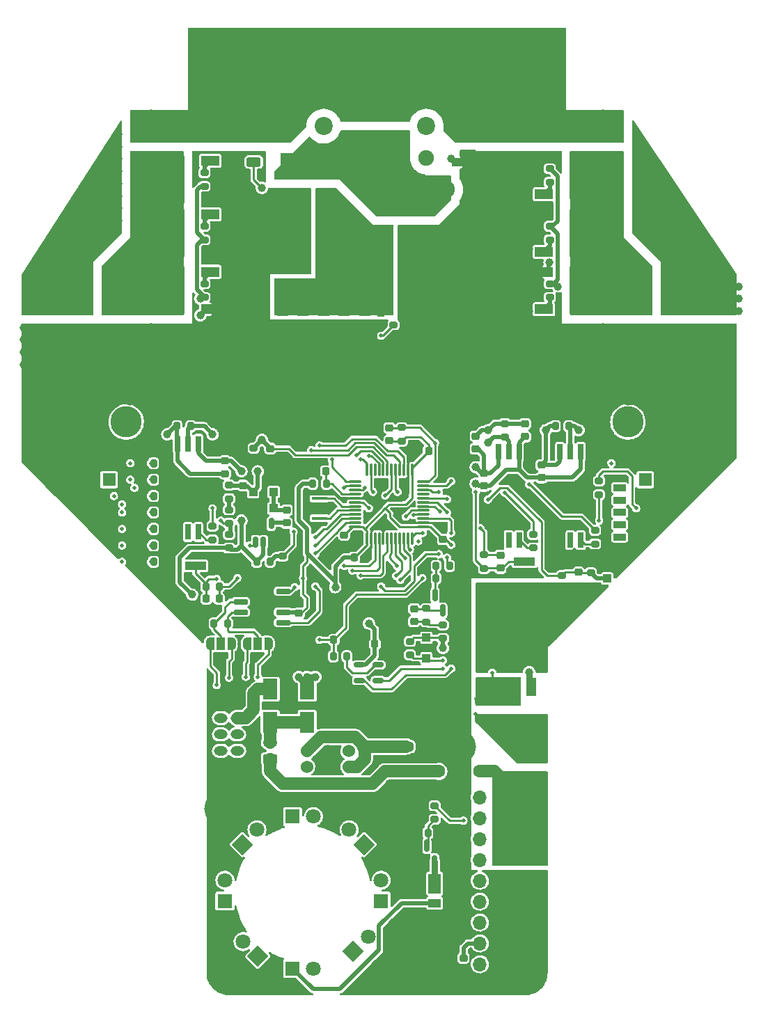
<source format=gbr>
G04 #@! TF.GenerationSoftware,KiCad,Pcbnew,(6.0.11)*
G04 #@! TF.CreationDate,2023-12-28T20:45:09+09:00*
G04 #@! TF.ProjectId,ORION_boost_v5,4f52494f-4e5f-4626-9f6f-73745f76352e,rev?*
G04 #@! TF.SameCoordinates,Original*
G04 #@! TF.FileFunction,Copper,L4,Bot*
G04 #@! TF.FilePolarity,Positive*
%FSLAX46Y46*%
G04 Gerber Fmt 4.6, Leading zero omitted, Abs format (unit mm)*
G04 Created by KiCad (PCBNEW (6.0.11)) date 2023-12-28 20:45:09*
%MOMM*%
%LPD*%
G01*
G04 APERTURE LIST*
G04 Aperture macros list*
%AMRoundRect*
0 Rectangle with rounded corners*
0 $1 Rounding radius*
0 $2 $3 $4 $5 $6 $7 $8 $9 X,Y pos of 4 corners*
0 Add a 4 corners polygon primitive as box body*
4,1,4,$2,$3,$4,$5,$6,$7,$8,$9,$2,$3,0*
0 Add four circle primitives for the rounded corners*
1,1,$1+$1,$2,$3*
1,1,$1+$1,$4,$5*
1,1,$1+$1,$6,$7*
1,1,$1+$1,$8,$9*
0 Add four rect primitives between the rounded corners*
20,1,$1+$1,$2,$3,$4,$5,0*
20,1,$1+$1,$4,$5,$6,$7,0*
20,1,$1+$1,$6,$7,$8,$9,0*
20,1,$1+$1,$8,$9,$2,$3,0*%
%AMRotRect*
0 Rectangle, with rotation*
0 The origin of the aperture is its center*
0 $1 length*
0 $2 width*
0 $3 Rotation angle, in degrees counterclockwise*
0 Add horizontal line*
21,1,$1,$2,0,0,$3*%
%AMFreePoly0*
4,1,22,0.550000,-0.750000,0.000000,-0.750000,0.000000,-0.745033,-0.079941,-0.743568,-0.215256,-0.701293,-0.333266,-0.622738,-0.424486,-0.514219,-0.481581,-0.384460,-0.499164,-0.250000,-0.500000,-0.250000,-0.500000,0.250000,-0.499164,0.250000,-0.499963,0.256109,-0.478152,0.396186,-0.417904,0.524511,-0.324060,0.630769,-0.204165,0.706417,-0.067858,0.745374,0.000000,0.744959,0.000000,0.750000,
0.550000,0.750000,0.550000,-0.750000,0.550000,-0.750000,$1*%
%AMFreePoly1*
4,1,20,0.000000,0.744959,0.073905,0.744508,0.209726,0.703889,0.328688,0.626782,0.421226,0.519385,0.479903,0.390333,0.500000,0.250000,0.500000,-0.250000,0.499851,-0.262216,0.476331,-0.402017,0.414519,-0.529596,0.319384,-0.634700,0.198574,-0.708877,0.061801,-0.746166,0.000000,-0.745033,0.000000,-0.750000,-0.550000,-0.750000,-0.550000,0.750000,0.000000,0.750000,0.000000,0.744959,
0.000000,0.744959,$1*%
G04 Aperture macros list end*
G04 #@! TA.AperFunction,ComponentPad*
%ADD10O,2.800000X2.460000*%
G04 #@! TD*
G04 #@! TA.AperFunction,ComponentPad*
%ADD11R,3.800000X3.800000*%
G04 #@! TD*
G04 #@! TA.AperFunction,ComponentPad*
%ADD12C,3.800000*%
G04 #@! TD*
G04 #@! TA.AperFunction,ComponentPad*
%ADD13RoundRect,0.250000X0.625000X-0.350000X0.625000X0.350000X-0.625000X0.350000X-0.625000X-0.350000X0*%
G04 #@! TD*
G04 #@! TA.AperFunction,ComponentPad*
%ADD14O,1.750000X1.200000*%
G04 #@! TD*
G04 #@! TA.AperFunction,ComponentPad*
%ADD15C,1.524000*%
G04 #@! TD*
G04 #@! TA.AperFunction,ComponentPad*
%ADD16C,1.600000*%
G04 #@! TD*
G04 #@! TA.AperFunction,ComponentPad*
%ADD17RoundRect,0.250000X-0.575000X0.350000X-0.575000X-0.350000X0.575000X-0.350000X0.575000X0.350000X0*%
G04 #@! TD*
G04 #@! TA.AperFunction,ComponentPad*
%ADD18O,1.650000X1.200000*%
G04 #@! TD*
G04 #@! TA.AperFunction,ComponentPad*
%ADD19R,1.700000X1.700000*%
G04 #@! TD*
G04 #@! TA.AperFunction,ComponentPad*
%ADD20O,1.700000X1.700000*%
G04 #@! TD*
G04 #@! TA.AperFunction,ComponentPad*
%ADD21RoundRect,0.500000X-0.500000X2.000000X-0.500000X-2.000000X0.500000X-2.000000X0.500000X2.000000X0*%
G04 #@! TD*
G04 #@! TA.AperFunction,ComponentPad*
%ADD22RoundRect,0.250000X1.150000X-0.980000X1.150000X0.980000X-1.150000X0.980000X-1.150000X-0.980000X0*%
G04 #@! TD*
G04 #@! TA.AperFunction,ComponentPad*
%ADD23C,4.000000*%
G04 #@! TD*
G04 #@! TA.AperFunction,ComponentPad*
%ADD24RoundRect,0.225000X0.575000X-0.225000X0.575000X0.225000X-0.575000X0.225000X-0.575000X-0.225000X0*%
G04 #@! TD*
G04 #@! TA.AperFunction,ComponentPad*
%ADD25R,1.600000X1.600000*%
G04 #@! TD*
G04 #@! TA.AperFunction,SMDPad,CuDef*
%ADD26RoundRect,0.200000X-0.200000X-0.275000X0.200000X-0.275000X0.200000X0.275000X-0.200000X0.275000X0*%
G04 #@! TD*
G04 #@! TA.AperFunction,SMDPad,CuDef*
%ADD27R,1.000000X1.000000*%
G04 #@! TD*
G04 #@! TA.AperFunction,SMDPad,CuDef*
%ADD28RoundRect,0.250000X-0.625000X0.312500X-0.625000X-0.312500X0.625000X-0.312500X0.625000X0.312500X0*%
G04 #@! TD*
G04 #@! TA.AperFunction,SMDPad,CuDef*
%ADD29R,2.580000X1.000000*%
G04 #@! TD*
G04 #@! TA.AperFunction,SMDPad,CuDef*
%ADD30R,2.200000X1.200000*%
G04 #@! TD*
G04 #@! TA.AperFunction,SMDPad,CuDef*
%ADD31R,6.400000X5.800000*%
G04 #@! TD*
G04 #@! TA.AperFunction,SMDPad,CuDef*
%ADD32R,1.200000X1.200000*%
G04 #@! TD*
G04 #@! TA.AperFunction,SMDPad,CuDef*
%ADD33R,1.000000X1.200000*%
G04 #@! TD*
G04 #@! TA.AperFunction,SMDPad,CuDef*
%ADD34FreePoly0,0.000000*%
G04 #@! TD*
G04 #@! TA.AperFunction,SMDPad,CuDef*
%ADD35R,1.000000X1.500000*%
G04 #@! TD*
G04 #@! TA.AperFunction,SMDPad,CuDef*
%ADD36FreePoly1,0.000000*%
G04 #@! TD*
G04 #@! TA.AperFunction,SMDPad,CuDef*
%ADD37RoundRect,0.200000X0.200000X0.275000X-0.200000X0.275000X-0.200000X-0.275000X0.200000X-0.275000X0*%
G04 #@! TD*
G04 #@! TA.AperFunction,SMDPad,CuDef*
%ADD38RoundRect,0.225000X-0.225000X-0.250000X0.225000X-0.250000X0.225000X0.250000X-0.225000X0.250000X0*%
G04 #@! TD*
G04 #@! TA.AperFunction,SMDPad,CuDef*
%ADD39RoundRect,0.200000X0.275000X-0.200000X0.275000X0.200000X-0.275000X0.200000X-0.275000X-0.200000X0*%
G04 #@! TD*
G04 #@! TA.AperFunction,SMDPad,CuDef*
%ADD40RoundRect,0.150000X0.150000X-0.512500X0.150000X0.512500X-0.150000X0.512500X-0.150000X-0.512500X0*%
G04 #@! TD*
G04 #@! TA.AperFunction,SMDPad,CuDef*
%ADD41RoundRect,0.200000X-0.275000X0.200000X-0.275000X-0.200000X0.275000X-0.200000X0.275000X0.200000X0*%
G04 #@! TD*
G04 #@! TA.AperFunction,SMDPad,CuDef*
%ADD42RoundRect,0.225000X-0.250000X0.225000X-0.250000X-0.225000X0.250000X-0.225000X0.250000X0.225000X0*%
G04 #@! TD*
G04 #@! TA.AperFunction,ComponentPad*
%ADD43RoundRect,0.250000X0.980000X1.150000X-0.980000X1.150000X-0.980000X-1.150000X0.980000X-1.150000X0*%
G04 #@! TD*
G04 #@! TA.AperFunction,ComponentPad*
%ADD44O,2.460000X2.800000*%
G04 #@! TD*
G04 #@! TA.AperFunction,ComponentPad*
%ADD45RotRect,1.800000X1.800000X45.000000*%
G04 #@! TD*
G04 #@! TA.AperFunction,ComponentPad*
%ADD46C,1.800000*%
G04 #@! TD*
G04 #@! TA.AperFunction,SMDPad,CuDef*
%ADD47RoundRect,0.250000X0.650000X-0.325000X0.650000X0.325000X-0.650000X0.325000X-0.650000X-0.325000X0*%
G04 #@! TD*
G04 #@! TA.AperFunction,ComponentPad*
%ADD48RotRect,1.800000X1.800000X135.000000*%
G04 #@! TD*
G04 #@! TA.AperFunction,SMDPad,CuDef*
%ADD49RoundRect,0.225000X0.225000X0.250000X-0.225000X0.250000X-0.225000X-0.250000X0.225000X-0.250000X0*%
G04 #@! TD*
G04 #@! TA.AperFunction,SMDPad,CuDef*
%ADD50RoundRect,0.225000X0.250000X-0.225000X0.250000X0.225000X-0.250000X0.225000X-0.250000X-0.225000X0*%
G04 #@! TD*
G04 #@! TA.AperFunction,SMDPad,CuDef*
%ADD51RoundRect,0.150000X0.512500X0.150000X-0.512500X0.150000X-0.512500X-0.150000X0.512500X-0.150000X0*%
G04 #@! TD*
G04 #@! TA.AperFunction,SMDPad,CuDef*
%ADD52R,1.500000X2.400000*%
G04 #@! TD*
G04 #@! TA.AperFunction,SMDPad,CuDef*
%ADD53R,1.500000X1.050000*%
G04 #@! TD*
G04 #@! TA.AperFunction,SMDPad,CuDef*
%ADD54RoundRect,0.250000X-0.650000X0.325000X-0.650000X-0.325000X0.650000X-0.325000X0.650000X0.325000X0*%
G04 #@! TD*
G04 #@! TA.AperFunction,SMDPad,CuDef*
%ADD55R,1.900000X0.400000*%
G04 #@! TD*
G04 #@! TA.AperFunction,ComponentPad*
%ADD56C,2.200000*%
G04 #@! TD*
G04 #@! TA.AperFunction,SMDPad,CuDef*
%ADD57R,0.640000X1.900000*%
G04 #@! TD*
G04 #@! TA.AperFunction,SMDPad,CuDef*
%ADD58RoundRect,0.150000X0.725000X0.150000X-0.725000X0.150000X-0.725000X-0.150000X0.725000X-0.150000X0*%
G04 #@! TD*
G04 #@! TA.AperFunction,ComponentPad*
%ADD59R,1.800000X1.800000*%
G04 #@! TD*
G04 #@! TA.AperFunction,SMDPad,CuDef*
%ADD60RoundRect,0.150000X-0.150000X0.587500X-0.150000X-0.587500X0.150000X-0.587500X0.150000X0.587500X0*%
G04 #@! TD*
G04 #@! TA.AperFunction,SMDPad,CuDef*
%ADD61R,1.200000X2.200000*%
G04 #@! TD*
G04 #@! TA.AperFunction,SMDPad,CuDef*
%ADD62R,5.800000X6.400000*%
G04 #@! TD*
G04 #@! TA.AperFunction,SMDPad,CuDef*
%ADD63R,1.800000X2.500000*%
G04 #@! TD*
G04 #@! TA.AperFunction,SMDPad,CuDef*
%ADD64RoundRect,0.250000X2.350000X-0.325000X2.350000X0.325000X-2.350000X0.325000X-2.350000X-0.325000X0*%
G04 #@! TD*
G04 #@! TA.AperFunction,SMDPad,CuDef*
%ADD65RoundRect,0.075000X-0.662500X-0.075000X0.662500X-0.075000X0.662500X0.075000X-0.662500X0.075000X0*%
G04 #@! TD*
G04 #@! TA.AperFunction,SMDPad,CuDef*
%ADD66RoundRect,0.075000X-0.075000X-0.662500X0.075000X-0.662500X0.075000X0.662500X-0.075000X0.662500X0*%
G04 #@! TD*
G04 #@! TA.AperFunction,SMDPad,CuDef*
%ADD67R,12.500000X3.150000*%
G04 #@! TD*
G04 #@! TA.AperFunction,ComponentPad*
%ADD68C,1.905000*%
G04 #@! TD*
G04 #@! TA.AperFunction,ComponentPad*
%ADD69O,1.905000X2.000000*%
G04 #@! TD*
G04 #@! TA.AperFunction,ComponentPad*
%ADD70R,1.905000X2.000000*%
G04 #@! TD*
G04 #@! TA.AperFunction,ViaPad*
%ADD71C,1.000000*%
G04 #@! TD*
G04 #@! TA.AperFunction,ViaPad*
%ADD72C,4.000000*%
G04 #@! TD*
G04 #@! TA.AperFunction,ViaPad*
%ADD73C,0.500000*%
G04 #@! TD*
G04 #@! TA.AperFunction,Conductor*
%ADD74C,0.500000*%
G04 #@! TD*
G04 #@! TA.AperFunction,Conductor*
%ADD75C,0.250000*%
G04 #@! TD*
G04 #@! TA.AperFunction,Conductor*
%ADD76C,1.500000*%
G04 #@! TD*
G04 #@! TA.AperFunction,Conductor*
%ADD77C,0.800000*%
G04 #@! TD*
G04 APERTURE END LIST*
D10*
X164450000Y-78480000D03*
X164450000Y-74520000D03*
D11*
X89500000Y-89000000D03*
D12*
X94500000Y-89000000D03*
D13*
X112000000Y-130000000D03*
D14*
X112000000Y-128000000D03*
D15*
X121540000Y-130951000D03*
X119000000Y-130951000D03*
X116460000Y-130951000D03*
D16*
X132500000Y-131500000D03*
X137500000Y-131500000D03*
D17*
X108000000Y-123000000D03*
D18*
X106000000Y-123000000D03*
X108000000Y-125000000D03*
X106000000Y-125000000D03*
X108000000Y-127000000D03*
X106000000Y-127000000D03*
X108000000Y-129000000D03*
X106000000Y-129000000D03*
D19*
X137500000Y-157500000D03*
D20*
X137500000Y-154960000D03*
X137500000Y-152420000D03*
X137500000Y-149880000D03*
X137500000Y-147340000D03*
X137500000Y-144800000D03*
X137500000Y-142260000D03*
X137500000Y-139720000D03*
X137500000Y-137180000D03*
X137500000Y-134640000D03*
D21*
X142500000Y-127250000D03*
X142500000Y-134750000D03*
D22*
X85450000Y-78480000D03*
D10*
X85450000Y-74520000D03*
D15*
X116460000Y-129049000D03*
X119000000Y-129049000D03*
X121540000Y-129049000D03*
D11*
X160500000Y-89000000D03*
D12*
X155500000Y-89000000D03*
D23*
X142500000Y-140000000D03*
D24*
X154500000Y-104500000D03*
X154500000Y-103000000D03*
X154500000Y-101500000D03*
X154500000Y-100000000D03*
X154500000Y-98500000D03*
X154500000Y-97000000D03*
D23*
X135000000Y-128500000D03*
D25*
X92402651Y-96000000D03*
D16*
X88902651Y-96000000D03*
D26*
X104175000Y-109000000D03*
X105825000Y-109000000D03*
D27*
X131000000Y-117750000D03*
X131000000Y-115250000D03*
D28*
X110000000Y-54437500D03*
X110000000Y-57362500D03*
D29*
X107085000Y-106500000D03*
X102915000Y-106500000D03*
D30*
X104700000Y-70720000D03*
D31*
X98400000Y-73000000D03*
D32*
X105200000Y-75280000D03*
D33*
X104106800Y-75280000D03*
D34*
X109200000Y-116000000D03*
D35*
X110500000Y-116000000D03*
D36*
X111800000Y-116000000D03*
D37*
X97825000Y-104000000D03*
X96175000Y-104000000D03*
D38*
X117225000Y-95000000D03*
X118775000Y-95000000D03*
D25*
X157597349Y-96000000D03*
D16*
X161097349Y-96000000D03*
D39*
X138000000Y-106825000D03*
X138000000Y-105175000D03*
X104977500Y-103325000D03*
X104977500Y-101675000D03*
D40*
X112125000Y-103637500D03*
X111175000Y-103637500D03*
X110225000Y-103637500D03*
X110225000Y-101362500D03*
X112125000Y-101362500D03*
D41*
X107000000Y-99675000D03*
X107000000Y-101325000D03*
D37*
X97825000Y-102000000D03*
X96175000Y-102000000D03*
X112000000Y-106000000D03*
X110350000Y-106000000D03*
D42*
X133000000Y-101725000D03*
X133000000Y-103275000D03*
D43*
X92980000Y-74450000D03*
D44*
X89020000Y-74450000D03*
D45*
X108598439Y-140401561D03*
D46*
X110394490Y-138605510D03*
D47*
X123500000Y-128475000D03*
X123500000Y-125525000D03*
D39*
X147500000Y-109325000D03*
X147500000Y-107675000D03*
D48*
X123401561Y-140401561D03*
D46*
X121605510Y-138605510D03*
D42*
X140000000Y-105225000D03*
X140000000Y-106775000D03*
D49*
X126275000Y-116000000D03*
X124725000Y-116000000D03*
D30*
X145300000Y-61280000D03*
D31*
X151600000Y-59000000D03*
D30*
X145300000Y-56720000D03*
D41*
X128000000Y-89675000D03*
X128000000Y-91325000D03*
D38*
X129725000Y-92500000D03*
X131275000Y-92500000D03*
D26*
X132175000Y-106500000D03*
X133825000Y-106500000D03*
D41*
X104000000Y-65175000D03*
X104000000Y-66825000D03*
X133000000Y-113675000D03*
X133000000Y-115325000D03*
D50*
X125500000Y-77275000D03*
X125500000Y-75725000D03*
D51*
X125137500Y-118550000D03*
X125137500Y-119500000D03*
X125137500Y-120450000D03*
X122862500Y-120450000D03*
X122862500Y-118550000D03*
D52*
X132000000Y-145150000D03*
D53*
X132000000Y-147525000D03*
D37*
X97825000Y-100000000D03*
X96175000Y-100000000D03*
D41*
X129000000Y-115675000D03*
X129000000Y-117325000D03*
X146000000Y-72175000D03*
X146000000Y-73825000D03*
X140500000Y-89175000D03*
X140500000Y-90825000D03*
D49*
X105775000Y-110500000D03*
X104225000Y-110500000D03*
D54*
X118500000Y-75525000D03*
X118500000Y-78475000D03*
D30*
X104700000Y-57220000D03*
D31*
X98400000Y-59500000D03*
D30*
X104700000Y-61780000D03*
D50*
X121000000Y-104275000D03*
X121000000Y-102725000D03*
D30*
X104700000Y-63720000D03*
D31*
X98400000Y-66000000D03*
D30*
X104700000Y-68280000D03*
D50*
X106500000Y-95275000D03*
X106500000Y-93725000D03*
D37*
X97825000Y-94000000D03*
X96175000Y-94000000D03*
D55*
X118000000Y-98300000D03*
X118000000Y-99500000D03*
X118000000Y-100700000D03*
D39*
X132000000Y-137325000D03*
X132000000Y-135675000D03*
D56*
X146000000Y-53000000D03*
X131000000Y-53000000D03*
D57*
X149770000Y-103370000D03*
X148500000Y-103370000D03*
X147230000Y-103370000D03*
X147230000Y-92630000D03*
X148500000Y-92630000D03*
X149770000Y-92630000D03*
D26*
X146675000Y-89500000D03*
X148325000Y-89500000D03*
D37*
X118825000Y-96500000D03*
X117175000Y-96500000D03*
D50*
X143000000Y-90775000D03*
X143000000Y-89225000D03*
X137000000Y-92275000D03*
X137000000Y-90725000D03*
X126500000Y-91275000D03*
X126500000Y-89725000D03*
D41*
X107000000Y-102675000D03*
X107000000Y-104325000D03*
D58*
X113575000Y-109595000D03*
X113575000Y-110865000D03*
X113575000Y-112135000D03*
X113575000Y-113405000D03*
X108425000Y-113405000D03*
X108425000Y-112135000D03*
X108425000Y-110865000D03*
X108425000Y-109595000D03*
D59*
X106500000Y-147275000D03*
D46*
X106500000Y-144735000D03*
D50*
X135500000Y-155775000D03*
X135500000Y-154225000D03*
D41*
X110000000Y-92175000D03*
X110000000Y-93825000D03*
D60*
X132050000Y-110062500D03*
X133950000Y-110062500D03*
X133000000Y-111937500D03*
D61*
X143780000Y-121200000D03*
D62*
X141500000Y-114900000D03*
D61*
X139220000Y-121200000D03*
D42*
X138000000Y-95225000D03*
X138000000Y-96775000D03*
D41*
X146000000Y-58175000D03*
X146000000Y-59825000D03*
D63*
X112000000Y-121500000D03*
X112000000Y-125500000D03*
D27*
X112425000Y-97500000D03*
X109925000Y-97500000D03*
D37*
X106825000Y-113500000D03*
X105175000Y-113500000D03*
D39*
X152000000Y-97825000D03*
X152000000Y-96175000D03*
D42*
X145000000Y-94225000D03*
X145000000Y-95775000D03*
D47*
X126000000Y-128475000D03*
X126000000Y-125525000D03*
D64*
X139500000Y-125125000D03*
X139500000Y-122875000D03*
D37*
X97825000Y-106000000D03*
X96175000Y-106000000D03*
D59*
X114725000Y-155500000D03*
D46*
X117265000Y-155500000D03*
D63*
X116500000Y-121500000D03*
X116500000Y-125500000D03*
D54*
X121000000Y-75525000D03*
X121000000Y-78475000D03*
D26*
X100675000Y-89500000D03*
X102325000Y-89500000D03*
D57*
X103270000Y-102370000D03*
X102000000Y-102370000D03*
X100730000Y-102370000D03*
X100730000Y-91630000D03*
X102000000Y-91630000D03*
X103270000Y-91630000D03*
D39*
X127000000Y-78825000D03*
X127000000Y-77175000D03*
D54*
X116000000Y-75525000D03*
X116000000Y-78475000D03*
D48*
X110500000Y-154000000D03*
D46*
X108703949Y-152203949D03*
D65*
X122337500Y-101750000D03*
X122337500Y-101250000D03*
X122337500Y-100750000D03*
X122337500Y-100250000D03*
X122337500Y-99750000D03*
X122337500Y-99250000D03*
X122337500Y-98750000D03*
X122337500Y-98250000D03*
X122337500Y-97750000D03*
X122337500Y-97250000D03*
X122337500Y-96750000D03*
X122337500Y-96250000D03*
D66*
X123750000Y-94837500D03*
X124250000Y-94837500D03*
X124750000Y-94837500D03*
X125250000Y-94837500D03*
X125750000Y-94837500D03*
X126250000Y-94837500D03*
X126750000Y-94837500D03*
X127250000Y-94837500D03*
X127750000Y-94837500D03*
X128250000Y-94837500D03*
X128750000Y-94837500D03*
X129250000Y-94837500D03*
D65*
X130662500Y-96250000D03*
X130662500Y-96750000D03*
X130662500Y-97250000D03*
X130662500Y-97750000D03*
X130662500Y-98250000D03*
X130662500Y-98750000D03*
X130662500Y-99250000D03*
X130662500Y-99750000D03*
X130662500Y-100250000D03*
X130662500Y-100750000D03*
X130662500Y-101250000D03*
X130662500Y-101750000D03*
D66*
X129250000Y-103162500D03*
X128750000Y-103162500D03*
X128250000Y-103162500D03*
X127750000Y-103162500D03*
X127250000Y-103162500D03*
X126750000Y-103162500D03*
X126250000Y-103162500D03*
X125750000Y-103162500D03*
X125250000Y-103162500D03*
X124750000Y-103162500D03*
X124250000Y-103162500D03*
X123750000Y-103162500D03*
D41*
X107000000Y-96675000D03*
X107000000Y-98325000D03*
D67*
X119500000Y-73175000D03*
X119500000Y-57825000D03*
D42*
X115500000Y-110725000D03*
X115500000Y-112275000D03*
D41*
X131000000Y-111675000D03*
X131000000Y-113325000D03*
D68*
X130960000Y-56907500D03*
D69*
X133500000Y-60717500D03*
D70*
X136040000Y-56907500D03*
D27*
X134617600Y-57415500D03*
D42*
X149500000Y-105725000D03*
X149500000Y-107275000D03*
D54*
X113500000Y-75525000D03*
X113500000Y-78475000D03*
D59*
X125500000Y-147275000D03*
D46*
X125500000Y-144735000D03*
D43*
X160980000Y-74450000D03*
D44*
X157020000Y-74450000D03*
D47*
X128500000Y-128475000D03*
X128500000Y-125525000D03*
D45*
X122098439Y-153401561D03*
D46*
X123894490Y-151605510D03*
D41*
X113500000Y-103675000D03*
X113500000Y-105325000D03*
X104000000Y-72175000D03*
X104000000Y-73825000D03*
D50*
X108675000Y-98275000D03*
X108675000Y-96725000D03*
X112000000Y-93775000D03*
X112000000Y-92225000D03*
D57*
X142270000Y-103370000D03*
X141000000Y-103370000D03*
X139730000Y-103370000D03*
X139730000Y-92630000D03*
X141000000Y-92630000D03*
X142270000Y-92630000D03*
D59*
X114725000Y-137000000D03*
D46*
X117265000Y-137000000D03*
D42*
X129500000Y-111725000D03*
X129500000Y-113275000D03*
D41*
X104000000Y-58675000D03*
X104000000Y-60325000D03*
D54*
X123500000Y-75525000D03*
X123500000Y-78475000D03*
D56*
X103500000Y-53000000D03*
X118500000Y-53000000D03*
D60*
X131050000Y-140562500D03*
X132950000Y-140562500D03*
X132000000Y-142437500D03*
D39*
X144000000Y-104325000D03*
X144000000Y-102675000D03*
D49*
X123775000Y-105500000D03*
X122225000Y-105500000D03*
D38*
X119725000Y-115500000D03*
X121275000Y-115500000D03*
D34*
X104700000Y-116000000D03*
D35*
X106000000Y-116000000D03*
D36*
X107300000Y-116000000D03*
D30*
X145300000Y-75280000D03*
D31*
X151600000Y-73000000D03*
D32*
X144800000Y-70720000D03*
D33*
X145893200Y-70720000D03*
D37*
X132825000Y-139000000D03*
X131175000Y-139000000D03*
D62*
X125000000Y-48900000D03*
D61*
X122720000Y-55200000D03*
X127280000Y-55200000D03*
D50*
X114000000Y-101275000D03*
X114000000Y-99725000D03*
D41*
X146000000Y-65175000D03*
X146000000Y-66825000D03*
D37*
X97825000Y-96000000D03*
X96175000Y-96000000D03*
D29*
X147085000Y-106000000D03*
X142915000Y-106000000D03*
D37*
X133825000Y-108000000D03*
X132175000Y-108000000D03*
D30*
X145300000Y-68280000D03*
D31*
X151600000Y-66000000D03*
D30*
X145300000Y-63720000D03*
D27*
X153000000Y-108037500D03*
X153000000Y-105537500D03*
D39*
X151000000Y-107325000D03*
X151000000Y-105675000D03*
X151500000Y-103825000D03*
X151500000Y-102175000D03*
D26*
X119675000Y-117500000D03*
X121325000Y-117500000D03*
D27*
X109925000Y-99500000D03*
X112425000Y-99500000D03*
D37*
X97825000Y-98000000D03*
X96175000Y-98000000D03*
D71*
X87500000Y-85000000D03*
X143500000Y-80000000D03*
X136000000Y-72500000D03*
X145000000Y-77000000D03*
X136000000Y-69500000D03*
X115000000Y-65000000D03*
X113500000Y-80000000D03*
X143500000Y-75500000D03*
X158500000Y-83500000D03*
X96500000Y-85000000D03*
X116500000Y-66500000D03*
X140500000Y-75500000D03*
X93000000Y-80500000D03*
D72*
X128000000Y-151000000D03*
D71*
X149500000Y-77500000D03*
D73*
X149000000Y-104500000D03*
X146000000Y-104500000D03*
D71*
X91500000Y-77500000D03*
X112000000Y-68000000D03*
X155500000Y-83500000D03*
X161500000Y-80500000D03*
X99500000Y-85000000D03*
X112000000Y-86500000D03*
X106000000Y-66000000D03*
X98000000Y-83500000D03*
X87500000Y-83500000D03*
D73*
X113500000Y-103000000D03*
D71*
X133000000Y-74000000D03*
X115000000Y-66500000D03*
X133000000Y-66500000D03*
X110500000Y-71000000D03*
X160000000Y-83500000D03*
X137500000Y-74000000D03*
X142000000Y-74000000D03*
X115000000Y-68000000D03*
X168000000Y-80500000D03*
X155500000Y-79000000D03*
X134500000Y-80000000D03*
X96500000Y-86500000D03*
X160000000Y-85000000D03*
X140500000Y-80000000D03*
X113500000Y-85000000D03*
X157000000Y-83500000D03*
X149500000Y-85000000D03*
X110500000Y-83500000D03*
X107500000Y-69500000D03*
X90500000Y-83500000D03*
X139000000Y-63500000D03*
X139000000Y-65000000D03*
X163000000Y-80500000D03*
X142000000Y-75500000D03*
D72*
X97500000Y-79000000D03*
D71*
X155500000Y-77500000D03*
X161500000Y-85000000D03*
X86000000Y-83500000D03*
X107500000Y-68000000D03*
X113500000Y-83500000D03*
X143500000Y-83500000D03*
X108000000Y-83500000D03*
X140500000Y-71000000D03*
X151000000Y-85000000D03*
X115000000Y-83500000D03*
X115000000Y-80000000D03*
X102500000Y-85000000D03*
X126500000Y-133000000D03*
X109000000Y-63000000D03*
X140500000Y-85000000D03*
X143500000Y-78500000D03*
X148000000Y-85000000D03*
X106000000Y-80000000D03*
X134500000Y-77000000D03*
X160000000Y-77500000D03*
X140500000Y-65000000D03*
X137500000Y-59000000D03*
X94500000Y-80500000D03*
X140500000Y-68000000D03*
X140500000Y-86500000D03*
X168000000Y-77500000D03*
X143500000Y-74000000D03*
X101000000Y-86500000D03*
X136000000Y-83500000D03*
X90000000Y-80500000D03*
X113500000Y-63500000D03*
X88500000Y-79000000D03*
X87000000Y-77500000D03*
X113500000Y-65000000D03*
X134500000Y-74000000D03*
X133000000Y-78500000D03*
X143500000Y-65000000D03*
X137500000Y-65000000D03*
X145000000Y-85000000D03*
X107500000Y-75500000D03*
D72*
X84000000Y-86000000D03*
D71*
X89000000Y-85000000D03*
X90000000Y-79000000D03*
X134500000Y-71000000D03*
X93500000Y-85000000D03*
X110500000Y-72500000D03*
X125675500Y-111000000D03*
X137500000Y-78500000D03*
X108000000Y-64000000D03*
X133000000Y-80000000D03*
X136000000Y-68000000D03*
D72*
X84000000Y-91000000D03*
D71*
X106500000Y-85000000D03*
X100500000Y-79000000D03*
X137000000Y-61000000D03*
X110000000Y-62000000D03*
X91500000Y-79000000D03*
X143500000Y-72500000D03*
X140500000Y-77000000D03*
X139000000Y-69500000D03*
X137000000Y-62500000D03*
X112000000Y-65000000D03*
X107000000Y-65000000D03*
X110500000Y-77000000D03*
X107500000Y-72500000D03*
X136000000Y-85000000D03*
X142000000Y-68000000D03*
X102500000Y-83500000D03*
X116500000Y-69500000D03*
X136000000Y-74000000D03*
X154000000Y-86500000D03*
X157000000Y-85000000D03*
D73*
X115000000Y-94000000D03*
D71*
X91500000Y-80500000D03*
X93000000Y-79000000D03*
X139000000Y-74000000D03*
X139000000Y-75500000D03*
X89000000Y-83500000D03*
X94500000Y-79000000D03*
X161500000Y-77500000D03*
X87000000Y-79000000D03*
X107500000Y-80000000D03*
X139000000Y-85000000D03*
X107500000Y-74000000D03*
X140500000Y-66500000D03*
X140500000Y-83500000D03*
X82000000Y-80500000D03*
X139000000Y-71000000D03*
X155500000Y-80500000D03*
X134500000Y-66500000D03*
X143500000Y-77000000D03*
X158500000Y-79000000D03*
X152500000Y-83500000D03*
X143500000Y-68000000D03*
X94500000Y-77500000D03*
X144500000Y-66000000D03*
X134500000Y-83500000D03*
X133000000Y-109000000D03*
X168000000Y-82000000D03*
X137500000Y-77000000D03*
X106000000Y-68000000D03*
X108000000Y-85000000D03*
X113500000Y-66500000D03*
X145000000Y-83500000D03*
D73*
X120000000Y-104500000D03*
D71*
X113500000Y-68000000D03*
X157000000Y-79000000D03*
X115000000Y-69500000D03*
D72*
X106000000Y-136000000D03*
D71*
X110500000Y-74000000D03*
D72*
X152500000Y-79000000D03*
D71*
X140500000Y-74000000D03*
X149500000Y-80500000D03*
X108000000Y-86500000D03*
X106000000Y-74000000D03*
D72*
X166000000Y-91000000D03*
D71*
X140500000Y-78500000D03*
D72*
X128000000Y-136000000D03*
D71*
X133000000Y-69500000D03*
X100500000Y-77500000D03*
D73*
X119000000Y-99500000D03*
D71*
X155500000Y-86500000D03*
X141500000Y-63000000D03*
X140500000Y-69500000D03*
X102000000Y-79000000D03*
X142000000Y-86500000D03*
X112000000Y-85000000D03*
X110500000Y-66500000D03*
X88500000Y-80500000D03*
X137500000Y-68000000D03*
X157000000Y-80500000D03*
X154000000Y-83500000D03*
X134500000Y-78500000D03*
X139000000Y-66500000D03*
D72*
X107000000Y-156000000D03*
D71*
X116500000Y-68000000D03*
X107500000Y-78500000D03*
X113500000Y-62000000D03*
X106000000Y-77000000D03*
D73*
X111000000Y-101500000D03*
D71*
X140500000Y-62000000D03*
X163000000Y-77500000D03*
X137500000Y-71000000D03*
X133000000Y-71000000D03*
X136000000Y-65000000D03*
X139000000Y-80000000D03*
X112000000Y-69500000D03*
X112000000Y-80000000D03*
X142000000Y-80000000D03*
X102500000Y-86500000D03*
X106000000Y-75500000D03*
X152500000Y-86500000D03*
X112000000Y-83500000D03*
X139000000Y-77000000D03*
X136000000Y-78500000D03*
X161500000Y-83500000D03*
X137500000Y-75500000D03*
X106000000Y-78500000D03*
X119000000Y-125500000D03*
X151000000Y-83500000D03*
X145000000Y-78500000D03*
X134500000Y-75500000D03*
X148000000Y-83500000D03*
X136000000Y-75500000D03*
X134500000Y-69500000D03*
X115000000Y-62000000D03*
X92000000Y-85000000D03*
X136000000Y-80000000D03*
D73*
X139000000Y-103500000D03*
D71*
X151000000Y-86500000D03*
D73*
X113500000Y-94000000D03*
D71*
X102000000Y-77500000D03*
X107500000Y-66500000D03*
X145000000Y-80000000D03*
X137500000Y-66500000D03*
X106000000Y-72500000D03*
X110500000Y-69500000D03*
X116500000Y-80000000D03*
X140500000Y-72500000D03*
X106500000Y-83500000D03*
X138500000Y-60000000D03*
X136000000Y-66500000D03*
X110500000Y-85000000D03*
X136000000Y-77000000D03*
X82000000Y-79000000D03*
D73*
X125000000Y-99500000D03*
D71*
X160000000Y-79000000D03*
X92000000Y-83500000D03*
X163000000Y-83500000D03*
X161500000Y-79000000D03*
X90500000Y-85000000D03*
X82000000Y-77500000D03*
X155500000Y-85000000D03*
X133000000Y-75500000D03*
X149500000Y-86500000D03*
X163000000Y-79000000D03*
X142000000Y-83500000D03*
X149500000Y-83500000D03*
X137500000Y-80000000D03*
X88500000Y-77500000D03*
X139500000Y-61000000D03*
X148000000Y-80500000D03*
X102000000Y-80500000D03*
X99500000Y-83500000D03*
X142000000Y-72500000D03*
X163000000Y-85000000D03*
X93500000Y-83500000D03*
X134500000Y-68000000D03*
X142000000Y-66500000D03*
X168000000Y-79000000D03*
X93000000Y-77500000D03*
X145000000Y-86500000D03*
D73*
X101500000Y-100500000D03*
D71*
X149500000Y-79000000D03*
X148000000Y-86500000D03*
X107500000Y-77000000D03*
X137500000Y-86500000D03*
X139000000Y-72500000D03*
X133000000Y-68000000D03*
X110500000Y-63500000D03*
X137500000Y-72500000D03*
X98000000Y-85000000D03*
X98000000Y-86500000D03*
X139000000Y-86500000D03*
X148000000Y-77500000D03*
X142000000Y-78500000D03*
X95000000Y-86500000D03*
X106500000Y-86500000D03*
X157000000Y-77500000D03*
X137500000Y-83500000D03*
X110500000Y-75500000D03*
X116500000Y-63500000D03*
X142000000Y-77000000D03*
D73*
X122500000Y-115500000D03*
D71*
X110500000Y-80000000D03*
X143500000Y-85000000D03*
D72*
X166000000Y-86000000D03*
D71*
X139000000Y-78500000D03*
D73*
X96500000Y-108000000D03*
D71*
X109000000Y-65000000D03*
X100500000Y-80500000D03*
X143500000Y-86500000D03*
X134500000Y-72500000D03*
X139000000Y-68000000D03*
X82000000Y-82000000D03*
X113500000Y-69500000D03*
X137500000Y-85000000D03*
X107500000Y-71000000D03*
X96500000Y-83500000D03*
X115000000Y-63500000D03*
D73*
X131900500Y-140500000D03*
D71*
X142000000Y-69500000D03*
D72*
X143000000Y-156000000D03*
D71*
X143500000Y-71000000D03*
X101000000Y-85000000D03*
X148000000Y-79000000D03*
X164500000Y-83500000D03*
X142000000Y-85000000D03*
X154000000Y-85000000D03*
X101000000Y-83500000D03*
D73*
X127189363Y-100376896D03*
D71*
X87000000Y-80500000D03*
X142000000Y-71000000D03*
X133000000Y-72500000D03*
X139000000Y-83500000D03*
X160000000Y-80500000D03*
X110500000Y-86500000D03*
X158500000Y-85000000D03*
X116500000Y-65000000D03*
X112000000Y-66500000D03*
X95000000Y-83500000D03*
X136000000Y-71000000D03*
X143500000Y-69500000D03*
D72*
X126000000Y-156000000D03*
D71*
X133000000Y-77000000D03*
X116500000Y-62000000D03*
X158500000Y-77500000D03*
X142500000Y-64000000D03*
X95000000Y-85000000D03*
X90000000Y-77500000D03*
X110500000Y-78500000D03*
X110500000Y-68000000D03*
X137500000Y-69500000D03*
D73*
X126000000Y-100500000D03*
D71*
X152500000Y-85000000D03*
X158500000Y-80500000D03*
X99500000Y-86500000D03*
D73*
X134000000Y-103925500D03*
X116000000Y-108000000D03*
X94000000Y-104000000D03*
X108000000Y-108000000D03*
D71*
X124000000Y-113500000D03*
D73*
X152000000Y-101000000D03*
D71*
X119916990Y-109083010D03*
D73*
X137574500Y-101925500D03*
D71*
X107500000Y-48000000D03*
X164500000Y-72500000D03*
X124000000Y-43500000D03*
X133500000Y-49500000D03*
X133500000Y-48000000D03*
X110500000Y-52500000D03*
X160000000Y-71000000D03*
X166000000Y-72500000D03*
X92000000Y-60000000D03*
X90500000Y-64500000D03*
X145500000Y-49500000D03*
X115000000Y-52500000D03*
X121000000Y-48000000D03*
X116500000Y-42000000D03*
X104500000Y-46500000D03*
X113500000Y-45000000D03*
X138000000Y-54000000D03*
X147000000Y-42000000D03*
X169000000Y-72500000D03*
X93500000Y-55500000D03*
X112000000Y-49500000D03*
X113500000Y-48000000D03*
X129000000Y-42000000D03*
X139500000Y-54000000D03*
X156500000Y-60000000D03*
X160500000Y-68500000D03*
X135000000Y-43500000D03*
X103000000Y-42000000D03*
X130500000Y-46500000D03*
X104500000Y-49500000D03*
X104500000Y-45000000D03*
X121000000Y-46500000D03*
X109000000Y-48000000D03*
X110500000Y-48000000D03*
X82500000Y-75500000D03*
X159500000Y-60000000D03*
X110500000Y-46500000D03*
X124000000Y-45000000D03*
X103000000Y-49500000D03*
X158000000Y-60000000D03*
X145500000Y-45000000D03*
X115000000Y-49500000D03*
X158500000Y-66500000D03*
X133500000Y-51000000D03*
X144000000Y-54000000D03*
X142500000Y-46500000D03*
X169000000Y-74000000D03*
X82500000Y-74000000D03*
X139500000Y-48000000D03*
X113500000Y-42000000D03*
X130500000Y-45000000D03*
X144000000Y-48000000D03*
X90500000Y-60000000D03*
X119500000Y-46500000D03*
X130500000Y-43500000D03*
X90500000Y-61500000D03*
X139500000Y-45000000D03*
X138000000Y-46500000D03*
X90000000Y-72500000D03*
X142500000Y-49500000D03*
X118000000Y-45000000D03*
X159500000Y-67500000D03*
X110500000Y-49500000D03*
X126000000Y-45000000D03*
X142500000Y-42000000D03*
X141000000Y-42000000D03*
X92000000Y-61500000D03*
X109000000Y-54000000D03*
X138000000Y-45000000D03*
X136500000Y-54000000D03*
X133500000Y-45000000D03*
X109000000Y-43500000D03*
X121000000Y-43500000D03*
X127500000Y-42000000D03*
X145500000Y-46500000D03*
X115000000Y-43500000D03*
X119500000Y-45000000D03*
X135000000Y-46500000D03*
X159500000Y-64500000D03*
X103000000Y-48000000D03*
X119500000Y-43500000D03*
X160000000Y-69500000D03*
X158000000Y-61500000D03*
X106000000Y-42000000D03*
X161500000Y-72500000D03*
X92000000Y-57000000D03*
X110500000Y-51000000D03*
X115000000Y-45000000D03*
X106000000Y-45000000D03*
X106000000Y-46500000D03*
X107500000Y-43500000D03*
X107500000Y-51000000D03*
X142500000Y-48000000D03*
X132000000Y-48000000D03*
X139500000Y-49500000D03*
X167500000Y-75500000D03*
X107500000Y-54000000D03*
X116500000Y-48000000D03*
X158000000Y-63000000D03*
D72*
X152500000Y-53000000D03*
D71*
X132000000Y-46500000D03*
X132000000Y-43500000D03*
X142500000Y-54000000D03*
X112000000Y-52500000D03*
X141000000Y-43500000D03*
X93500000Y-54000000D03*
X109000000Y-45000000D03*
X103000000Y-45000000D03*
X141000000Y-51000000D03*
X106000000Y-54000000D03*
X88500000Y-69500000D03*
X113500000Y-43500000D03*
X159500000Y-63000000D03*
X109000000Y-49500000D03*
X110500000Y-54000000D03*
X139500000Y-43500000D03*
X138000000Y-43500000D03*
X133500000Y-46500000D03*
X116500000Y-43500000D03*
X144000000Y-42000000D03*
X127500000Y-45000000D03*
X93500000Y-64500000D03*
X92000000Y-63000000D03*
X121000000Y-49500000D03*
X141000000Y-54000000D03*
X136500000Y-46500000D03*
X129000000Y-49500000D03*
X122500000Y-43500000D03*
X141000000Y-49500000D03*
X132000000Y-42000000D03*
X147000000Y-43500000D03*
X136500000Y-51000000D03*
X92000000Y-58500000D03*
X106000000Y-51000000D03*
X90500000Y-63000000D03*
X115000000Y-51000000D03*
D72*
X97500000Y-53000000D03*
D71*
X110500000Y-45000000D03*
X142500000Y-43500000D03*
X116500000Y-49500000D03*
X135000000Y-52500000D03*
X122500000Y-42000000D03*
X156500000Y-61500000D03*
X147000000Y-45000000D03*
X144000000Y-43500000D03*
X142500000Y-52500000D03*
X135000000Y-45000000D03*
X107500000Y-49500000D03*
X106000000Y-43500000D03*
X118000000Y-48000000D03*
X88500000Y-72500000D03*
X160000000Y-72500000D03*
X107500000Y-45000000D03*
X129000000Y-46500000D03*
X104500000Y-43500000D03*
X163000000Y-72500000D03*
X115000000Y-48000000D03*
X113500000Y-51000000D03*
X112000000Y-54000000D03*
X144000000Y-46500000D03*
X161500000Y-69500000D03*
X144000000Y-45000000D03*
X130500000Y-48000000D03*
X129000000Y-43500000D03*
X118000000Y-42000000D03*
X93500000Y-61500000D03*
X112000000Y-48000000D03*
X109000000Y-52500000D03*
X103000000Y-46500000D03*
X107500000Y-42000000D03*
X82500000Y-72500000D03*
X158000000Y-58500000D03*
X104500000Y-48000000D03*
X156500000Y-55500000D03*
X156500000Y-57000000D03*
X144000000Y-52500000D03*
X115000000Y-46500000D03*
X133500000Y-42000000D03*
X139500000Y-52500000D03*
X107500000Y-52500000D03*
X126000000Y-43500000D03*
X145500000Y-48000000D03*
X93500000Y-58500000D03*
X135000000Y-48000000D03*
X113500000Y-49500000D03*
X89500000Y-68500000D03*
X103000000Y-43500000D03*
X130500000Y-42000000D03*
X138000000Y-49500000D03*
X130500000Y-49500000D03*
X116500000Y-45000000D03*
X109000000Y-46500000D03*
X147000000Y-49500000D03*
X167500000Y-74000000D03*
X107500000Y-46500000D03*
X119500000Y-42000000D03*
X139500000Y-46500000D03*
X93500000Y-63000000D03*
X109000000Y-42000000D03*
X136500000Y-49500000D03*
X158000000Y-57000000D03*
X93500000Y-60000000D03*
X113500000Y-52500000D03*
X119500000Y-48000000D03*
X124000000Y-42000000D03*
X110500000Y-43500000D03*
X144000000Y-51000000D03*
X119500000Y-49500000D03*
X106000000Y-49500000D03*
X156500000Y-54000000D03*
X112000000Y-42000000D03*
X109000000Y-51000000D03*
X139500000Y-42000000D03*
X136500000Y-48000000D03*
X135000000Y-42000000D03*
X106000000Y-52500000D03*
X90000000Y-69500000D03*
X121000000Y-45000000D03*
X138000000Y-52500000D03*
X129000000Y-48000000D03*
X121000000Y-42000000D03*
X135000000Y-51000000D03*
X104500000Y-42000000D03*
X142500000Y-51000000D03*
X156500000Y-58500000D03*
X118000000Y-49500000D03*
X116500000Y-51000000D03*
X141000000Y-46500000D03*
X118000000Y-43500000D03*
X167500000Y-72500000D03*
X112000000Y-51000000D03*
X136500000Y-52500000D03*
X169000000Y-75500000D03*
X91500000Y-66500000D03*
X106000000Y-48000000D03*
X147000000Y-48000000D03*
X144000000Y-49500000D03*
X115000000Y-42000000D03*
X116500000Y-46500000D03*
X141000000Y-45000000D03*
X145500000Y-43500000D03*
X90500000Y-67500000D03*
X126000000Y-42000000D03*
X129000000Y-45000000D03*
X159500000Y-61500000D03*
X132000000Y-45000000D03*
X156500000Y-63000000D03*
X132000000Y-49500000D03*
X127500000Y-43500000D03*
X136500000Y-45000000D03*
X112000000Y-43500000D03*
X136500000Y-42000000D03*
X110500000Y-42000000D03*
X92500000Y-65500000D03*
X138000000Y-42000000D03*
X112000000Y-45000000D03*
X84000000Y-72500000D03*
X90000000Y-71000000D03*
X141000000Y-48000000D03*
X156500000Y-64500000D03*
X145500000Y-42000000D03*
X141000000Y-52500000D03*
X142500000Y-45000000D03*
X118000000Y-46500000D03*
X135000000Y-49500000D03*
X133500000Y-43500000D03*
X147000000Y-46500000D03*
X138000000Y-51000000D03*
X138000000Y-48000000D03*
X139500000Y-51000000D03*
X93500000Y-57000000D03*
X85500000Y-72500000D03*
X87000000Y-72500000D03*
X136500000Y-43500000D03*
X113500000Y-54000000D03*
X113500000Y-46500000D03*
X161500000Y-71000000D03*
X122500000Y-45000000D03*
X112000000Y-46500000D03*
X157500000Y-65500000D03*
X88500000Y-71000000D03*
X137000000Y-94500000D03*
X110500000Y-95000000D03*
X102500000Y-110000000D03*
X137000000Y-96500000D03*
D73*
X94000000Y-106000000D03*
D71*
X108500000Y-101000000D03*
X108500000Y-95000000D03*
X124000000Y-75500000D03*
X122500000Y-74000000D03*
X124000000Y-69500000D03*
X148000000Y-110500000D03*
X119500000Y-72500000D03*
X137500000Y-109000000D03*
X119500000Y-71000000D03*
X125500000Y-69500000D03*
X118000000Y-68000000D03*
X137500000Y-115000000D03*
X121000000Y-71000000D03*
X145000000Y-109000000D03*
X140500000Y-109000000D03*
X143500000Y-110500000D03*
X121000000Y-72500000D03*
X148000000Y-113500000D03*
X124000000Y-68000000D03*
X146500000Y-112000000D03*
X137500000Y-113500000D03*
X145000000Y-113500000D03*
X139000000Y-109000000D03*
X122500000Y-66500000D03*
X140500000Y-110500000D03*
X125500000Y-72500000D03*
X140500000Y-113500000D03*
X124000000Y-74000000D03*
X118000000Y-71000000D03*
X146500000Y-109000000D03*
X148000000Y-112000000D03*
X121000000Y-75500000D03*
X142000000Y-113500000D03*
X148000000Y-109000000D03*
X146500000Y-113500000D03*
X121000000Y-65000000D03*
X140500000Y-115000000D03*
X140500000Y-116500000D03*
X142000000Y-112000000D03*
X122500000Y-68000000D03*
X119500000Y-74000000D03*
X118000000Y-65000000D03*
X118000000Y-75500000D03*
X139000000Y-110500000D03*
X137500000Y-110500000D03*
X151000000Y-109000000D03*
X145000000Y-115000000D03*
X122500000Y-75500000D03*
X146500000Y-110500000D03*
X121000000Y-69500000D03*
X124000000Y-72500000D03*
X149500000Y-112000000D03*
X122500000Y-72500000D03*
X143500000Y-115000000D03*
X118000000Y-62000000D03*
X118000000Y-74000000D03*
X125500000Y-75500000D03*
X124000000Y-66500000D03*
X122500000Y-69500000D03*
X119500000Y-66500000D03*
X121000000Y-63500000D03*
X119500000Y-63500000D03*
X125500000Y-71000000D03*
X142000000Y-109000000D03*
X145000000Y-110500000D03*
X125500000Y-68000000D03*
X143500000Y-109000000D03*
X151000000Y-110500000D03*
X143500000Y-113500000D03*
X121000000Y-68000000D03*
X121000000Y-74000000D03*
X149500000Y-110500000D03*
X149500000Y-109000000D03*
X143500000Y-112000000D03*
X119500000Y-62000000D03*
X118000000Y-63500000D03*
X137500000Y-116500000D03*
X143500000Y-116500000D03*
X122500000Y-65000000D03*
X119500000Y-65000000D03*
X142000000Y-115000000D03*
X118000000Y-69500000D03*
X145000000Y-116500000D03*
X146500000Y-115000000D03*
X139000000Y-116500000D03*
X145000000Y-112000000D03*
X139000000Y-112000000D03*
X118000000Y-66500000D03*
X121000000Y-66500000D03*
X125500000Y-66500000D03*
X139000000Y-113500000D03*
X139000000Y-115000000D03*
X142000000Y-110500000D03*
X124000000Y-71000000D03*
X125500000Y-74000000D03*
X119500000Y-69500000D03*
X140500000Y-112000000D03*
X142000000Y-116500000D03*
X119500000Y-75500000D03*
X119500000Y-68000000D03*
X118000000Y-72500000D03*
X137500000Y-112000000D03*
X122500000Y-71000000D03*
D73*
X94000000Y-102000000D03*
X117500000Y-105000000D03*
X97500000Y-106000000D03*
X117500000Y-104000000D03*
X94000000Y-100000000D03*
X97500000Y-104000000D03*
X124000000Y-99500000D03*
X156500000Y-99500000D03*
X133500000Y-100000000D03*
X132624000Y-99875500D03*
X128500000Y-100500000D03*
X117500000Y-109000000D03*
X115000000Y-109074500D03*
X129425500Y-100324500D03*
X134000000Y-102500000D03*
X130574500Y-102500000D03*
D71*
X138500000Y-91500000D03*
D73*
X97500000Y-102000000D03*
X97500000Y-100000000D03*
X109039508Y-120000000D03*
X105500000Y-121000000D03*
X110500000Y-120000000D03*
X107000000Y-120100688D03*
X118000000Y-115500000D03*
X126000000Y-97925500D03*
X130500000Y-108000000D03*
X133500000Y-105500000D03*
X127500000Y-97500000D03*
X139000000Y-119500000D03*
X133000000Y-118000000D03*
X137041622Y-122699500D03*
X134000000Y-119000000D03*
X137000000Y-124500000D03*
X133000000Y-119000000D03*
X117500000Y-103000000D03*
X94000000Y-99000000D03*
X138500000Y-98425500D03*
X123500000Y-97000000D03*
X121000000Y-97000000D03*
X114843767Y-102343767D03*
X119500000Y-93574500D03*
X106000000Y-101000000D03*
X140500000Y-97574500D03*
X123000000Y-93500000D03*
X124500000Y-97500000D03*
X130000000Y-103500000D03*
X135500000Y-137500000D03*
X124000000Y-93074500D03*
X143500000Y-96593766D03*
X105000000Y-99500000D03*
X122500000Y-93000000D03*
D71*
X111000000Y-91175500D03*
X111000000Y-60500000D03*
D73*
X125500000Y-78500000D03*
X132050000Y-91550000D03*
X134000000Y-96199500D03*
X137000000Y-97500000D03*
X132500000Y-105074500D03*
X125500000Y-109000000D03*
X132500000Y-97500000D03*
X105500000Y-108074500D03*
X129000000Y-104500000D03*
X127806516Y-108193484D03*
X128399930Y-105525570D03*
X127306516Y-107693484D03*
X127425500Y-106500000D03*
X109500000Y-104000000D03*
X123000000Y-107649000D03*
X122000000Y-107074500D03*
X95500000Y-97000000D03*
X121000000Y-106500000D03*
X93000000Y-98000000D03*
D71*
X99500000Y-90500000D03*
X103500000Y-76000000D03*
X134000000Y-57000000D03*
X138500000Y-90000000D03*
D73*
X97500000Y-98000000D03*
D71*
X143500000Y-119450500D03*
X133000000Y-116500000D03*
X116000000Y-56000000D03*
X114500000Y-59000000D03*
X113000000Y-59000000D03*
X116000000Y-57500000D03*
X114500000Y-57500000D03*
X116000000Y-59000000D03*
X97500000Y-72500000D03*
X94500000Y-72500000D03*
X96000000Y-74000000D03*
X94500000Y-74000000D03*
X96000000Y-72500000D03*
X94500000Y-75500000D03*
X97500000Y-74000000D03*
X96000000Y-75500000D03*
X155500000Y-72500000D03*
X154000000Y-72500000D03*
X155500000Y-75500000D03*
X152500000Y-74000000D03*
X154000000Y-74000000D03*
X152500000Y-72500000D03*
X155500000Y-74000000D03*
X154000000Y-75500000D03*
X103498268Y-73988969D03*
X105000000Y-90500000D03*
X147000000Y-72500000D03*
X149500000Y-90000000D03*
X145975500Y-69579502D03*
X145500000Y-90000000D03*
D73*
X97500000Y-96000000D03*
X95000000Y-96000000D03*
X117000000Y-92425500D03*
X97500000Y-94000000D03*
X118000000Y-91851000D03*
X95000000Y-94000000D03*
X133500000Y-98400500D03*
X153500000Y-94000000D03*
D71*
X115500000Y-120000000D03*
X117500000Y-120000000D03*
X116500000Y-120000000D03*
D74*
X113500000Y-103675000D02*
X113500000Y-103000000D01*
X126275000Y-111599500D02*
X126275000Y-116000000D01*
D75*
X96175000Y-98000000D02*
X96175000Y-100000000D01*
D74*
X117225000Y-94362500D02*
X117225000Y-95000000D01*
X110225000Y-102050000D02*
X110675000Y-102500000D01*
D75*
X133950000Y-110062500D02*
X133950000Y-108125000D01*
X128062467Y-101250000D02*
X130662500Y-101250000D01*
X139730000Y-103370000D02*
X139130000Y-103370000D01*
D74*
X135500000Y-157000000D02*
X136000000Y-157500000D01*
D75*
X125000000Y-99500000D02*
X126000000Y-98500000D01*
D74*
X110595000Y-113405000D02*
X111000000Y-113000000D01*
X113575000Y-110865000D02*
X115360000Y-110865000D01*
D76*
X126000000Y-125525000D02*
X128500000Y-125525000D01*
D74*
X96500000Y-108000000D02*
X96175000Y-107675000D01*
X125675500Y-111000000D02*
X126275000Y-111599500D01*
X111675000Y-102500000D02*
X110675000Y-102500000D01*
D75*
X110862500Y-101362500D02*
X111000000Y-101500000D01*
D74*
X112125000Y-103637500D02*
X112125000Y-102950000D01*
D75*
X118000000Y-99500000D02*
X116500000Y-99500000D01*
X124250000Y-103162500D02*
X124250000Y-102062468D01*
D74*
X131963000Y-140562500D02*
X131900500Y-140500000D01*
D75*
X147230000Y-103370000D02*
X147130000Y-103370000D01*
D74*
X110225000Y-101362500D02*
X110225000Y-99800000D01*
X109000000Y-99500000D02*
X109925000Y-99500000D01*
D75*
X96175000Y-94000000D02*
X96175000Y-96000000D01*
X121000000Y-104275000D02*
X120225000Y-104275000D01*
D74*
X112000000Y-93775000D02*
X113275000Y-93775000D01*
D75*
X96175000Y-98000000D02*
X96175000Y-96000000D01*
D74*
X111056827Y-109595000D02*
X108425000Y-109595000D01*
D75*
X116500000Y-101000000D02*
X117000000Y-101500000D01*
D74*
X112326827Y-110865000D02*
X111056827Y-109595000D01*
D76*
X119025000Y-125525000D02*
X119000000Y-125500000D01*
D74*
X151137500Y-105537500D02*
X151000000Y-105675000D01*
X108425000Y-113405000D02*
X110595000Y-113405000D01*
D75*
X123775000Y-104725000D02*
X124250000Y-104250000D01*
X118000000Y-99500000D02*
X119000000Y-99500000D01*
X96175000Y-106000000D02*
X96175000Y-104000000D01*
D77*
X132950000Y-140562500D02*
X132950000Y-139125000D01*
D74*
X153000000Y-105537500D02*
X151137500Y-105537500D01*
D76*
X123500000Y-125525000D02*
X126000000Y-125525000D01*
D75*
X128750000Y-97656587D02*
X128750000Y-94837500D01*
X139130000Y-103370000D02*
X139000000Y-103500000D01*
D77*
X132950000Y-139125000D02*
X132825000Y-139000000D01*
D75*
X120225000Y-104275000D02*
X120000000Y-104500000D01*
D74*
X126275000Y-116000000D02*
X126275000Y-118923528D01*
X96175000Y-107675000D02*
X96175000Y-106000000D01*
X108675000Y-98275000D02*
X108675000Y-99175000D01*
D75*
X110000000Y-93825000D02*
X110050000Y-93775000D01*
X116725000Y-97775000D02*
X116500000Y-98000000D01*
X127189363Y-100376896D02*
X128062467Y-101250000D01*
D74*
X126275000Y-118923528D02*
X125698528Y-119500000D01*
X151000000Y-105675000D02*
X150950000Y-105725000D01*
D75*
X110050000Y-93775000D02*
X112000000Y-93775000D01*
D74*
X112125000Y-102950000D02*
X111675000Y-102500000D01*
X135500000Y-155775000D02*
X135500000Y-157000000D01*
X108675000Y-99175000D02*
X109000000Y-99500000D01*
D75*
X123750000Y-98250000D02*
X122337500Y-98250000D01*
X125000000Y-99500000D02*
X123750000Y-98250000D01*
D74*
X133825000Y-108175000D02*
X133825000Y-108000000D01*
D75*
X122337500Y-98250000D02*
X120386396Y-98250000D01*
D74*
X133000000Y-109000000D02*
X133825000Y-108175000D01*
D76*
X135000000Y-128500000D02*
X135000000Y-127500000D01*
D74*
X136000000Y-157500000D02*
X137500000Y-157500000D01*
X115360000Y-110865000D02*
X115500000Y-110725000D01*
D75*
X110225000Y-101362500D02*
X110862500Y-101362500D01*
D74*
X111000000Y-112191827D02*
X112326827Y-110865000D01*
X115000000Y-94000000D02*
X116862500Y-94000000D01*
X113575000Y-110865000D02*
X112326827Y-110865000D01*
X146000000Y-104915000D02*
X147085000Y-106000000D01*
D75*
X100730000Y-101270000D02*
X100730000Y-102370000D01*
X128750000Y-94837500D02*
X128750000Y-93475000D01*
D76*
X133025000Y-125525000D02*
X128500000Y-125525000D01*
D75*
X127906587Y-98500000D02*
X128750000Y-97656587D01*
X125406234Y-100906234D02*
X125812468Y-100500000D01*
X119911396Y-97775000D02*
X116725000Y-97775000D01*
X124250000Y-103162500D02*
X124250000Y-104250000D01*
X132525000Y-101250000D02*
X133000000Y-101725000D01*
D74*
X146000000Y-104500000D02*
X146000000Y-104915000D01*
X125698528Y-119500000D02*
X125137500Y-119500000D01*
X150950000Y-105725000D02*
X149500000Y-105725000D01*
X113500000Y-103675000D02*
X112162500Y-103675000D01*
D75*
X130662500Y-101250000D02*
X132525000Y-101250000D01*
X126000000Y-98500000D02*
X127906587Y-98500000D01*
D74*
X110225000Y-101362500D02*
X110225000Y-102050000D01*
X113275000Y-93775000D02*
X113500000Y-94000000D01*
X110225000Y-99800000D02*
X109925000Y-99500000D01*
D75*
X149500000Y-105725000D02*
X149225000Y-106000000D01*
X125750000Y-101250000D02*
X125406234Y-100906234D01*
X118727208Y-101500000D02*
X118863604Y-101363604D01*
D74*
X132950000Y-140562500D02*
X131963000Y-140562500D01*
D75*
X124250000Y-102062468D02*
X125406234Y-100906234D01*
X147130000Y-103370000D02*
X146000000Y-104500000D01*
X123775000Y-105500000D02*
X123775000Y-104725000D01*
X117000000Y-101500000D02*
X118727208Y-101500000D01*
X125812468Y-100500000D02*
X126000000Y-100500000D01*
X120386396Y-98250000D02*
X119911396Y-97775000D01*
D77*
X106000000Y-123000000D02*
X108000000Y-123000000D01*
D75*
X128750000Y-93475000D02*
X129725000Y-92500000D01*
X125750000Y-103162500D02*
X125750000Y-101250000D01*
X101500000Y-100500000D02*
X100730000Y-101270000D01*
X96175000Y-100000000D02*
X96175000Y-102000000D01*
X149225000Y-106000000D02*
X147085000Y-106000000D01*
X121275000Y-115500000D02*
X122500000Y-115500000D01*
X133950000Y-108125000D02*
X133825000Y-108000000D01*
D74*
X111000000Y-113000000D02*
X111000000Y-112191827D01*
D76*
X135000000Y-127500000D02*
X133025000Y-125525000D01*
D75*
X116500000Y-98000000D02*
X116500000Y-101000000D01*
D76*
X123500000Y-125525000D02*
X119025000Y-125525000D01*
D75*
X96175000Y-102000000D02*
X96175000Y-104000000D01*
D74*
X116862500Y-94000000D02*
X117225000Y-94362500D01*
X112162500Y-103675000D02*
X112125000Y-103637500D01*
X121010050Y-105500000D02*
X122225000Y-105500000D01*
X119916990Y-106593060D02*
X121010050Y-105500000D01*
D75*
X116000000Y-108000000D02*
X116000000Y-109972183D01*
X116000000Y-106500000D02*
X116500000Y-106000000D01*
X122337500Y-101750000D02*
X121975000Y-101750000D01*
D74*
X119916990Y-109083010D02*
X119916990Y-108416990D01*
D75*
X129250000Y-98250000D02*
X128500000Y-99000000D01*
X129250000Y-94837500D02*
X129250000Y-94525000D01*
X131275000Y-91775000D02*
X131275000Y-92500000D01*
X138000000Y-102351000D02*
X138000000Y-105175000D01*
D74*
X135500000Y-153000000D02*
X136080000Y-152420000D01*
D75*
X131475000Y-101750000D02*
X133000000Y-103275000D01*
X123775000Y-102275000D02*
X123750000Y-102300000D01*
X152000000Y-101000000D02*
X152000000Y-97825000D01*
X123750000Y-103162500D02*
X123750000Y-103975000D01*
X126000000Y-99500000D02*
X123500000Y-102000000D01*
X123500000Y-102000000D02*
X123775000Y-102275000D01*
X123750000Y-102300000D02*
X123750000Y-103162500D01*
X129250000Y-94837500D02*
X129250000Y-98250000D01*
D74*
X122862500Y-118550000D02*
X123626472Y-118550000D01*
X113575000Y-112135000D02*
X115360000Y-112135000D01*
D75*
X130325000Y-90825000D02*
X131275000Y-91775000D01*
D74*
X115360000Y-112135000D02*
X115500000Y-112275000D01*
X115500000Y-101000000D02*
X115500000Y-97000000D01*
D75*
X130662500Y-101750000D02*
X127750000Y-101750000D01*
X133349500Y-103275000D02*
X133000000Y-103275000D01*
D74*
X135500000Y-154225000D02*
X135500000Y-153000000D01*
D75*
X134000000Y-103925500D02*
X133349500Y-103275000D01*
X116500000Y-106000000D02*
X116500000Y-105000000D01*
X129250000Y-94525000D02*
X131275000Y-92500000D01*
D74*
X124725000Y-117451472D02*
X124725000Y-116000000D01*
D75*
X105825000Y-110450000D02*
X105775000Y-110500000D01*
X126500000Y-99000000D02*
X126000000Y-99500000D01*
X138000000Y-105175000D02*
X139950000Y-105175000D01*
X116445710Y-111554290D02*
X115725000Y-112275000D01*
X107000000Y-109000000D02*
X105825000Y-109000000D01*
X126575000Y-100075000D02*
X126000000Y-99500000D01*
X116000000Y-108000000D02*
X116000000Y-106500000D01*
X123250000Y-101750000D02*
X123500000Y-102000000D01*
X115725000Y-112275000D02*
X115500000Y-112275000D01*
X122337500Y-101750000D02*
X123250000Y-101750000D01*
X128500000Y-90825000D02*
X130325000Y-90825000D01*
D74*
X116500000Y-102000000D02*
X115500000Y-101000000D01*
D75*
X126500000Y-91275000D02*
X126550000Y-91325000D01*
X126550000Y-91325000D02*
X128000000Y-91325000D01*
D74*
X124000000Y-113500000D02*
X124725000Y-114225000D01*
X119916990Y-108416990D02*
X116500000Y-105000000D01*
D75*
X128000000Y-91325000D02*
X128500000Y-90825000D01*
D74*
X136080000Y-152420000D02*
X137500000Y-152420000D01*
D75*
X121975000Y-101750000D02*
X121000000Y-102725000D01*
X123750000Y-103975000D02*
X122225000Y-105500000D01*
D74*
X123626472Y-118550000D02*
X124725000Y-117451472D01*
X124725000Y-114225000D02*
X124725000Y-116000000D01*
D75*
X130662500Y-101750000D02*
X131475000Y-101750000D01*
X105825000Y-109000000D02*
X105825000Y-110450000D01*
D74*
X119916990Y-109083010D02*
X119916990Y-106593060D01*
D75*
X127750000Y-101750000D02*
X126575000Y-100575000D01*
X108000000Y-108000000D02*
X107000000Y-109000000D01*
X139950000Y-105175000D02*
X140000000Y-105225000D01*
X126575000Y-100575000D02*
X126575000Y-100075000D01*
X137574500Y-101925500D02*
X138000000Y-102351000D01*
D74*
X116000000Y-96500000D02*
X117175000Y-96500000D01*
X115500000Y-97000000D02*
X116000000Y-96500000D01*
X116500000Y-105000000D02*
X116500000Y-102000000D01*
D75*
X128500000Y-99000000D02*
X126500000Y-99000000D01*
X116445710Y-110417893D02*
X116445710Y-111554290D01*
X116000000Y-109972183D02*
X116445710Y-110417893D01*
X150225000Y-103825000D02*
X149770000Y-103370000D01*
X151500000Y-103825000D02*
X150225000Y-103825000D01*
D74*
X139730000Y-92630000D02*
X139730000Y-94270000D01*
X107050000Y-96725000D02*
X107000000Y-96675000D01*
X138000000Y-93000000D02*
X138000000Y-95225000D01*
X110500000Y-95000000D02*
X110500000Y-96925000D01*
X108675000Y-96725000D02*
X107050000Y-96725000D01*
X137275000Y-92275000D02*
X138000000Y-93000000D01*
X139730000Y-94270000D02*
X138775000Y-95225000D01*
X108675000Y-96725000D02*
X109150000Y-96725000D01*
X138775000Y-95225000D02*
X138000000Y-95225000D01*
X110500000Y-96925000D02*
X109925000Y-97500000D01*
X137725000Y-95225000D02*
X138000000Y-95225000D01*
X109150000Y-96725000D02*
X109925000Y-97500000D01*
X137000000Y-94500000D02*
X137725000Y-95225000D01*
X137000000Y-92275000D02*
X137275000Y-92275000D01*
X142270000Y-94770000D02*
X143275000Y-95775000D01*
X142270000Y-92630000D02*
X142270000Y-94770000D01*
X142270000Y-92630000D02*
X142270000Y-91505000D01*
X111175000Y-105175000D02*
X110350000Y-106000000D01*
X103270000Y-91630000D02*
X103270000Y-92770000D01*
X138000000Y-96775000D02*
X138725000Y-96775000D01*
X107000000Y-104325000D02*
X107175000Y-104500000D01*
X104225000Y-93725000D02*
X106500000Y-93725000D01*
X102175000Y-104325000D02*
X107000000Y-104325000D01*
X107175000Y-104500000D02*
X108000000Y-104500000D01*
X149770000Y-94730000D02*
X149770000Y-92630000D01*
X101000000Y-108500000D02*
X101000000Y-105500000D01*
X108500000Y-95000000D02*
X107225000Y-93725000D01*
X103270000Y-92770000D02*
X104225000Y-93725000D01*
X138725000Y-96775000D02*
X140730000Y-94770000D01*
X140730000Y-94770000D02*
X142270000Y-94770000D01*
X108500000Y-104150000D02*
X108500000Y-101000000D01*
X111175000Y-103637500D02*
X111175000Y-105175000D01*
X145000000Y-95775000D02*
X148725000Y-95775000D01*
X101000000Y-105500000D02*
X102175000Y-104325000D01*
X143275000Y-95775000D02*
X145000000Y-95775000D01*
X107225000Y-93725000D02*
X106500000Y-93725000D01*
X137275000Y-96775000D02*
X138000000Y-96775000D01*
X148725000Y-95775000D02*
X149770000Y-94730000D01*
X102500000Y-110000000D02*
X101000000Y-108500000D01*
X110350000Y-106000000D02*
X108500000Y-104150000D01*
X142270000Y-91505000D02*
X143000000Y-90775000D01*
X137000000Y-96500000D02*
X137275000Y-96775000D01*
X108000000Y-104500000D02*
X108500000Y-104000000D01*
D75*
X121222183Y-101250000D02*
X122337500Y-101250000D01*
X117500000Y-105000000D02*
X120200000Y-102300000D01*
X120200000Y-102300000D02*
X120200000Y-102272183D01*
X120200000Y-102272183D02*
X121222183Y-101250000D01*
X97500000Y-106000000D02*
X97825000Y-106000000D01*
X117500000Y-104000000D02*
X120750000Y-100750000D01*
X120750000Y-100750000D02*
X122337500Y-100750000D01*
X97500000Y-104000000D02*
X97825000Y-104000000D01*
X106000000Y-116000000D02*
X106000000Y-115000000D01*
X106500000Y-112175000D02*
X106500000Y-111500000D01*
X106500000Y-111500000D02*
X107135000Y-110865000D01*
X105175000Y-114175000D02*
X105175000Y-113500000D01*
X105175000Y-113500000D02*
X106500000Y-112175000D01*
X107135000Y-110865000D02*
X108425000Y-110865000D01*
X106000000Y-115000000D02*
X105175000Y-114175000D01*
X106825000Y-113500000D02*
X106825000Y-112675000D01*
X110500000Y-116000000D02*
X110500000Y-115000000D01*
X107365000Y-112135000D02*
X108425000Y-112135000D01*
X110500000Y-115000000D02*
X110000000Y-114500000D01*
X110000000Y-114500000D02*
X107000000Y-114500000D01*
X107000000Y-114500000D02*
X106825000Y-114325000D01*
X106825000Y-114325000D02*
X106825000Y-113500000D01*
X106825000Y-112675000D02*
X107365000Y-112135000D01*
X104977500Y-103325000D02*
X104225000Y-103325000D01*
X104225000Y-103325000D02*
X103270000Y-102370000D01*
X123250000Y-98750000D02*
X122337500Y-98750000D01*
X156500000Y-99500000D02*
X156000000Y-99000000D01*
X155437500Y-95000000D02*
X152500000Y-95000000D01*
X152000000Y-95500000D02*
X152000000Y-96175000D01*
X156000000Y-95562500D02*
X155437500Y-95000000D01*
X156000000Y-99000000D02*
X156000000Y-95562500D01*
X152500000Y-95000000D02*
X152000000Y-95500000D01*
X124000000Y-99500000D02*
X123250000Y-98750000D01*
D77*
X132000000Y-142437500D02*
X132000000Y-145150000D01*
D75*
X131175000Y-139000000D02*
X131175000Y-138150000D01*
X131175000Y-139000000D02*
X131175000Y-140437500D01*
X131175000Y-140437500D02*
X131050000Y-140562500D01*
X131175000Y-138150000D02*
X132000000Y-137325000D01*
X122337500Y-99750000D02*
X120250000Y-99750000D01*
X120250000Y-99750000D02*
X119300000Y-100700000D01*
X119300000Y-100700000D02*
X118000000Y-100700000D01*
X119800000Y-98300000D02*
X118000000Y-98300000D01*
X120750000Y-99250000D02*
X119800000Y-98300000D01*
X122337500Y-99250000D02*
X120750000Y-99250000D01*
X132311673Y-98750000D02*
X130662500Y-98750000D01*
X133500000Y-99938327D02*
X132311673Y-98750000D01*
X133500000Y-100000000D02*
X133500000Y-99938327D01*
X131998500Y-99250000D02*
X130662500Y-99250000D01*
X132624000Y-99875500D02*
X131998500Y-99250000D01*
X128500000Y-100436827D02*
X129186827Y-99750000D01*
X118000000Y-109500000D02*
X118000000Y-112000000D01*
X117500000Y-109000000D02*
X118000000Y-109500000D01*
X116595000Y-113405000D02*
X113575000Y-113405000D01*
X118000000Y-112000000D02*
X116595000Y-113405000D01*
X128500000Y-100500000D02*
X128500000Y-100436827D01*
X129186827Y-99750000D02*
X130662500Y-99750000D01*
X129500000Y-100250000D02*
X130662500Y-100250000D01*
X129425500Y-100324500D02*
X129500000Y-100250000D01*
X115000000Y-109074500D02*
X114479500Y-109595000D01*
X114479500Y-109595000D02*
X113575000Y-109595000D01*
X133750000Y-100750000D02*
X134000000Y-101000000D01*
X130662500Y-100750000D02*
X133750000Y-100750000D01*
X134000000Y-102500000D02*
X134000000Y-101000000D01*
X129706250Y-102500000D02*
X129250000Y-102956250D01*
X129250000Y-102956250D02*
X129250000Y-103162500D01*
X130574500Y-102500000D02*
X129706250Y-102500000D01*
D76*
X142500000Y-134750000D02*
X139250000Y-131500000D01*
X139250000Y-131500000D02*
X137500000Y-131500000D01*
D75*
X143225000Y-104325000D02*
X144000000Y-104325000D01*
X142270000Y-103370000D02*
X143225000Y-104325000D01*
D74*
X141000000Y-92630000D02*
X141000000Y-91325000D01*
X141000000Y-91325000D02*
X140500000Y-90825000D01*
X139175000Y-90825000D02*
X140500000Y-90825000D01*
X138500000Y-91500000D02*
X139175000Y-90825000D01*
D75*
X97500000Y-102000000D02*
X97825000Y-102000000D01*
X97500000Y-100000000D02*
X97825000Y-100000000D01*
X109039508Y-120000000D02*
X109039508Y-118360492D01*
X109039508Y-118360492D02*
X109200000Y-118200000D01*
X109200000Y-118200000D02*
X109200000Y-116000000D01*
X105500000Y-119500000D02*
X104700000Y-118700000D01*
X105500000Y-121000000D02*
X105500000Y-119500000D01*
X104700000Y-118700000D02*
X104700000Y-116000000D01*
X111800000Y-117250000D02*
X111800000Y-116000000D01*
X110500000Y-120000000D02*
X110500000Y-118550000D01*
X110500000Y-118550000D02*
X111800000Y-117250000D01*
X107000000Y-120100688D02*
X107000000Y-118100000D01*
X107300000Y-117800000D02*
X107300000Y-116000000D01*
X107000000Y-118100000D02*
X107300000Y-117800000D01*
D76*
X118172000Y-127337000D02*
X122362000Y-127337000D01*
X116460000Y-129049000D02*
X118172000Y-127337000D01*
X109000000Y-125000000D02*
X110000000Y-124000000D01*
X121540000Y-130951000D02*
X122549000Y-130951000D01*
X110500000Y-121500000D02*
X112000000Y-121500000D01*
X123500000Y-128475000D02*
X126000000Y-128475000D01*
X126000000Y-128475000D02*
X128500000Y-128475000D01*
X110000000Y-122000000D02*
X110500000Y-121500000D01*
X110000000Y-124000000D02*
X110000000Y-122000000D01*
X122549000Y-130951000D02*
X123500000Y-130000000D01*
X122362000Y-127337000D02*
X123500000Y-128475000D01*
X108000000Y-125000000D02*
X109000000Y-125000000D01*
X123500000Y-130000000D02*
X123500000Y-128475000D01*
D75*
X121225000Y-111275000D02*
X121225000Y-114000000D01*
X121225000Y-114000000D02*
X119725000Y-115500000D01*
X118000000Y-115500000D02*
X119725000Y-115500000D01*
X122500000Y-110000000D02*
X121225000Y-111275000D01*
X119725000Y-115500000D02*
X119725000Y-117450000D01*
X126000000Y-97925500D02*
X126750000Y-97175500D01*
X119725000Y-117450000D02*
X119675000Y-117500000D01*
X130500000Y-108000000D02*
X128500000Y-110000000D01*
X128500000Y-110000000D02*
X122500000Y-110000000D01*
X126750000Y-97175500D02*
X126750000Y-94837500D01*
X133500000Y-106175000D02*
X133825000Y-106500000D01*
X127250000Y-97250000D02*
X127250000Y-94837500D01*
X127500000Y-97500000D02*
X127250000Y-97250000D01*
X133500000Y-105500000D02*
X133500000Y-106175000D01*
D74*
X125244490Y-153255510D02*
X120500000Y-158000000D01*
X117225000Y-158000000D02*
X114725000Y-155500000D01*
X120500000Y-158000000D02*
X117225000Y-158000000D01*
X125244490Y-150290686D02*
X125244490Y-153255510D01*
X128010176Y-147525000D02*
X125244490Y-150290686D01*
X132000000Y-147525000D02*
X128010176Y-147525000D01*
D75*
X139000000Y-120980000D02*
X139220000Y-121200000D01*
X137041622Y-122699500D02*
X137217122Y-122875000D01*
X133000000Y-118000000D02*
X131250000Y-118000000D01*
X123450000Y-120450000D02*
X122862500Y-120450000D01*
X134000000Y-119000000D02*
X133244016Y-119755984D01*
X137217122Y-122875000D02*
X139500000Y-122875000D01*
X139000000Y-119500000D02*
X139000000Y-120980000D01*
X128512214Y-119755984D02*
X126768198Y-121500000D01*
X124500000Y-121500000D02*
X123450000Y-120450000D01*
X129425000Y-117750000D02*
X129000000Y-117325000D01*
X126768198Y-121500000D02*
X124500000Y-121500000D01*
X133244016Y-119755984D02*
X128512214Y-119755984D01*
X131000000Y-117750000D02*
X129425000Y-117750000D01*
X131250000Y-118000000D02*
X131000000Y-117750000D01*
D77*
X139500000Y-125125000D02*
X140375000Y-125125000D01*
D75*
X133000000Y-119000000D02*
X127900000Y-119000000D01*
X139500000Y-125125000D02*
X137625000Y-125125000D01*
X127900000Y-119000000D02*
X126450000Y-120450000D01*
X126450000Y-120450000D02*
X125137500Y-120450000D01*
X137625000Y-125125000D02*
X137000000Y-124500000D01*
X118863604Y-102000000D02*
X118500000Y-102000000D01*
X118500000Y-102000000D02*
X117500000Y-103000000D01*
X120613604Y-100250000D02*
X118931802Y-101931802D01*
X118931802Y-101931802D02*
X118863604Y-102000000D01*
X122337500Y-100250000D02*
X120613604Y-100250000D01*
D74*
X104000000Y-71420000D02*
X104700000Y-70720000D01*
X104000000Y-72175000D02*
X104000000Y-71420000D01*
X146000000Y-73825000D02*
X146000000Y-74555000D01*
X146000000Y-74555000D02*
X145300000Y-75255000D01*
X104000000Y-58675000D02*
X104000000Y-57920000D01*
X104000000Y-57920000D02*
X104700000Y-57220000D01*
X146000000Y-67580000D02*
X145300000Y-68280000D01*
X146000000Y-66825000D02*
X146000000Y-67580000D01*
X104000000Y-65175000D02*
X104000000Y-64420000D01*
X104000000Y-64420000D02*
X104700000Y-63720000D01*
X146000000Y-59825000D02*
X146000000Y-60580000D01*
X146000000Y-60580000D02*
X145300000Y-61280000D01*
D75*
X139925500Y-97000000D02*
X140813173Y-97000000D01*
X149500000Y-107275000D02*
X147900000Y-107275000D01*
X145675000Y-107675000D02*
X147500000Y-107675000D01*
X145000000Y-101186827D02*
X145000000Y-107000000D01*
X123250000Y-97250000D02*
X122337500Y-97250000D01*
X149550000Y-107325000D02*
X151000000Y-107325000D01*
X140813173Y-97000000D02*
X145000000Y-101186827D01*
X138500000Y-98425500D02*
X139925500Y-97000000D01*
X145000000Y-107000000D02*
X145675000Y-107675000D01*
X123500000Y-97000000D02*
X123250000Y-97250000D01*
D74*
X151712500Y-108037500D02*
X151000000Y-107325000D01*
D75*
X149500000Y-107275000D02*
X149550000Y-107325000D01*
D74*
X153000000Y-108037500D02*
X151712500Y-108037500D01*
D75*
X147900000Y-107275000D02*
X147500000Y-107675000D01*
X122337500Y-96750000D02*
X121250000Y-96750000D01*
X114843767Y-102343767D02*
X114843767Y-103981233D01*
X121250000Y-96750000D02*
X121000000Y-97000000D01*
X114843767Y-103981233D02*
X113500000Y-105325000D01*
D74*
X112000000Y-106000000D02*
X112675000Y-105325000D01*
X112675000Y-105325000D02*
X113500000Y-105325000D01*
D75*
X106325000Y-101325000D02*
X107000000Y-101325000D01*
D74*
X107000000Y-101325000D02*
X107175000Y-101500000D01*
X107175000Y-101500000D02*
X107175000Y-102500000D01*
X107175000Y-102500000D02*
X107000000Y-102675000D01*
D75*
X121250000Y-96250000D02*
X122337500Y-96250000D01*
X119500000Y-94500000D02*
X121250000Y-96250000D01*
X119500000Y-93574500D02*
X119500000Y-94500000D01*
X106000000Y-101000000D02*
X106325000Y-101325000D01*
X144000000Y-101074500D02*
X144000000Y-102675000D01*
X123000000Y-93500000D02*
X123215685Y-93500000D01*
X140500000Y-97574500D02*
X144000000Y-101074500D01*
X123215685Y-93500000D02*
X123750000Y-94034315D01*
X123750000Y-94034315D02*
X123750000Y-94837500D01*
X124500000Y-97500000D02*
X124250000Y-97250000D01*
X135500000Y-137500000D02*
X133825000Y-137500000D01*
X133825000Y-137500000D02*
X132000000Y-135675000D01*
X124250000Y-97250000D02*
X124250000Y-94837500D01*
X124000000Y-93074500D02*
X124290185Y-93074500D01*
X125250000Y-94034315D02*
X125250000Y-94837500D01*
X124290185Y-93074500D02*
X125250000Y-94034315D01*
X143500000Y-96593766D02*
X143593766Y-96593766D01*
X143593766Y-96593766D02*
X147500000Y-100500000D01*
X149825000Y-100500000D02*
X151500000Y-102175000D01*
X147500000Y-100500000D02*
X149825000Y-100500000D01*
X123000000Y-92500000D02*
X124352081Y-92500000D01*
X124352081Y-92500000D02*
X125750000Y-93897919D01*
X122500000Y-93000000D02*
X123000000Y-92500000D01*
X105000000Y-99500000D02*
X104977500Y-99522500D01*
X125750000Y-93897919D02*
X125750000Y-94837500D01*
X104977500Y-99522500D02*
X104977500Y-101675000D01*
X126250000Y-94837500D02*
X126250000Y-93750000D01*
X114275000Y-92225000D02*
X112000000Y-92225000D01*
X110000000Y-59500000D02*
X110000000Y-57362500D01*
X111000000Y-60500000D02*
X110000000Y-59500000D01*
D74*
X110999500Y-91175500D02*
X110000000Y-92175000D01*
D75*
X126250000Y-93750000D02*
X124500000Y-92000000D01*
X124500000Y-92000000D02*
X122500000Y-92000000D01*
X115050000Y-93000000D02*
X114275000Y-92225000D01*
D74*
X111000000Y-91175500D02*
X112000000Y-92175500D01*
D75*
X122500000Y-92000000D02*
X121500000Y-93000000D01*
X121500000Y-93000000D02*
X115050000Y-93000000D01*
D74*
X111000000Y-91175500D02*
X110999500Y-91175500D01*
X112000000Y-92175500D02*
X112000000Y-92225000D01*
D75*
X130175000Y-89675000D02*
X128000000Y-89675000D01*
X132050000Y-95450000D02*
X131250000Y-96250000D01*
X128000000Y-89675000D02*
X127950000Y-89725000D01*
X132050000Y-91550000D02*
X130175000Y-89675000D01*
X127950000Y-89725000D02*
X126500000Y-89725000D01*
X131250000Y-96250000D02*
X130662500Y-96250000D01*
X125675000Y-78500000D02*
X125500000Y-78500000D01*
X128675000Y-89675000D02*
X128000000Y-89675000D01*
X127000000Y-77175000D02*
X125675000Y-78500000D01*
X132050000Y-91550000D02*
X132050000Y-95450000D01*
X138050000Y-106775000D02*
X138000000Y-106825000D01*
X137000000Y-105825000D02*
X138000000Y-106825000D01*
X134000000Y-96199500D02*
X133449500Y-96750000D01*
X140000000Y-106775000D02*
X138050000Y-106775000D01*
X140000000Y-106775000D02*
X140225000Y-106775000D01*
X141000000Y-106000000D02*
X142915000Y-106000000D01*
X137000000Y-97500000D02*
X137000000Y-105825000D01*
X140225000Y-106775000D02*
X141000000Y-106000000D01*
X133449500Y-96750000D02*
X130662500Y-96750000D01*
X104175000Y-108474000D02*
X104175000Y-109000000D01*
X104175000Y-109000000D02*
X104175000Y-108675000D01*
X105500000Y-108074500D02*
X104574500Y-108074500D01*
X128363604Y-109500000D02*
X126000000Y-109500000D01*
X132500000Y-97500000D02*
X131715685Y-97500000D01*
X130925500Y-105074500D02*
X129500000Y-106500000D01*
X104175000Y-109000000D02*
X104225000Y-109050000D01*
X102915000Y-107415000D02*
X102915000Y-106500000D01*
X131465685Y-97250000D02*
X130662500Y-97250000D01*
X129500000Y-106500000D02*
X129500000Y-108363604D01*
X104574500Y-108074500D02*
X104175000Y-108474000D01*
X104225000Y-109050000D02*
X104225000Y-110500000D01*
X132500000Y-105074500D02*
X130925500Y-105074500D01*
X126000000Y-109500000D02*
X125500000Y-109000000D01*
X129500000Y-108363604D02*
X128363604Y-109500000D01*
X131715685Y-97500000D02*
X131465685Y-97250000D01*
X104175000Y-108675000D02*
X102915000Y-107415000D01*
X128750000Y-104250000D02*
X128750000Y-103162500D01*
X129000000Y-104500000D02*
X128750000Y-104250000D01*
X127806516Y-108193484D02*
X129000000Y-107000000D01*
X128250000Y-104563173D02*
X128250000Y-103162500D01*
X129000000Y-105313173D02*
X128250000Y-104563173D01*
X129000000Y-107000000D02*
X129000000Y-105313173D01*
X127750000Y-104875640D02*
X127750000Y-103162500D01*
X128399930Y-105525570D02*
X127750000Y-104875640D01*
X128000000Y-107000000D02*
X128000000Y-105938813D01*
X127306516Y-107693484D02*
X128000000Y-107000000D01*
X127250000Y-105188813D02*
X127250000Y-103162500D01*
X128000000Y-105938813D02*
X127250000Y-105188813D01*
X126750000Y-104926777D02*
X126750000Y-103162500D01*
X127425500Y-106500000D02*
X126522159Y-105596659D01*
X126522159Y-105596659D02*
X126522159Y-105154618D01*
X126522159Y-105154618D02*
X126750000Y-104926777D01*
X126250000Y-104750000D02*
X126250000Y-103162500D01*
X123000000Y-107649000D02*
X125351000Y-107649000D01*
X125700000Y-105300000D02*
X126250000Y-104750000D01*
X109500000Y-104000000D02*
X109862500Y-104000000D01*
X125351000Y-107649000D02*
X125700000Y-107300000D01*
X125700000Y-107300000D02*
X125700000Y-105300000D01*
X109862500Y-104000000D02*
X110225000Y-103637500D01*
X124925500Y-107074500D02*
X125250000Y-106750000D01*
X122000000Y-107074500D02*
X124925500Y-107074500D01*
X125250000Y-106750000D02*
X125250000Y-103162500D01*
X124027817Y-106500000D02*
X124750000Y-105777817D01*
X121000000Y-106500000D02*
X124027817Y-106500000D01*
X124750000Y-105777817D02*
X124750000Y-103162500D01*
X122337500Y-97750000D02*
X120750000Y-97750000D01*
X118775000Y-96450000D02*
X118825000Y-96500000D01*
X119500000Y-96500000D02*
X118825000Y-96500000D01*
X120750000Y-97750000D02*
X119500000Y-96500000D01*
X118775000Y-95000000D02*
X118775000Y-96450000D01*
D74*
X102275000Y-95275000D02*
X100730000Y-93730000D01*
X99500000Y-90500000D02*
X100500000Y-89500000D01*
X100730000Y-93730000D02*
X100730000Y-91630000D01*
X100500000Y-89500000D02*
X100675000Y-89500000D01*
X100730000Y-90715000D02*
X100675000Y-90660000D01*
X106500000Y-95275000D02*
X102275000Y-95275000D01*
X104106800Y-75280000D02*
X104106800Y-75393200D01*
X100730000Y-91630000D02*
X100730000Y-90715000D01*
X100675000Y-90660000D02*
X100675000Y-89500000D01*
X104106800Y-75393200D02*
X103500000Y-76000000D01*
X134415500Y-57415500D02*
X134617600Y-57415500D01*
X138500000Y-90000000D02*
X137725000Y-90000000D01*
X138500000Y-90000000D02*
X139325000Y-89175000D01*
X137725000Y-90000000D02*
X137000000Y-90725000D01*
X142950000Y-89175000D02*
X140500000Y-89175000D01*
X134000000Y-57000000D02*
X134415500Y-57415500D01*
X139325000Y-89175000D02*
X140500000Y-89175000D01*
X143000000Y-89225000D02*
X142950000Y-89175000D01*
X112125000Y-101362500D02*
X112212500Y-101275000D01*
X112212500Y-101275000D02*
X114000000Y-101275000D01*
X114000000Y-99725000D02*
X112650000Y-99725000D01*
X112650000Y-99725000D02*
X112425000Y-99500000D01*
X112425000Y-97500000D02*
X112425000Y-99500000D01*
D75*
X97500000Y-98000000D02*
X97825000Y-98000000D01*
D76*
X112000000Y-131500000D02*
X113500000Y-133000000D01*
X124449390Y-133000000D02*
X125949390Y-131500000D01*
X113500000Y-133000000D02*
X124449390Y-133000000D01*
X112000000Y-130000000D02*
X112000000Y-131500000D01*
X125949390Y-131500000D02*
X132500000Y-131500000D01*
D75*
X129425000Y-115250000D02*
X129000000Y-115675000D01*
X131000000Y-115250000D02*
X129425000Y-115250000D01*
X132925000Y-115250000D02*
X133000000Y-115325000D01*
D77*
X143500000Y-119450500D02*
X143500000Y-120920000D01*
X143500000Y-120920000D02*
X143780000Y-121200000D01*
D75*
X131000000Y-115250000D02*
X132925000Y-115250000D01*
D74*
X133000000Y-116500000D02*
X133000000Y-115325000D01*
X102000000Y-89825000D02*
X102325000Y-89500000D01*
X103075000Y-72900000D02*
X103075000Y-67425000D01*
X103675000Y-66825000D02*
X104000000Y-66825000D01*
X103555000Y-60325000D02*
X103075000Y-60805000D01*
X104000000Y-60325000D02*
X103555000Y-60325000D01*
X102000000Y-91630000D02*
X102000000Y-89825000D01*
X103075000Y-65900000D02*
X104000000Y-66825000D01*
X105000000Y-90500000D02*
X104000000Y-89500000D01*
X104000000Y-73825000D02*
X103075000Y-72900000D01*
X103075000Y-67425000D02*
X103675000Y-66825000D01*
X104000000Y-89500000D02*
X102325000Y-89500000D01*
X103662237Y-73825000D02*
X103498268Y-73988969D01*
X104000000Y-73825000D02*
X103662237Y-73825000D01*
X103075000Y-60805000D02*
X103075000Y-65900000D01*
X146925000Y-71688200D02*
X146925000Y-66100000D01*
X146000000Y-72175000D02*
X146438200Y-72175000D01*
X146925000Y-59100000D02*
X146925000Y-64575000D01*
X146000000Y-72175000D02*
X146675000Y-72175000D01*
X148500000Y-89675000D02*
X148325000Y-89500000D01*
X149500000Y-90000000D02*
X149000000Y-89500000D01*
X146000000Y-58175000D02*
X146925000Y-59100000D01*
X146325000Y-65175000D02*
X146000000Y-65175000D01*
X149000000Y-89500000D02*
X148325000Y-89500000D01*
X146925000Y-64575000D02*
X146325000Y-65175000D01*
X146925000Y-66100000D02*
X146000000Y-65175000D01*
X146438200Y-72175000D02*
X146925000Y-71688200D01*
X146675000Y-72175000D02*
X147000000Y-72500000D01*
X148500000Y-92630000D02*
X148500000Y-89675000D01*
D75*
X132175000Y-106500000D02*
X132175000Y-108000000D01*
X132050000Y-108125000D02*
X132050000Y-110062500D01*
X132175000Y-108000000D02*
X132050000Y-108125000D01*
X130950000Y-111725000D02*
X131000000Y-111675000D01*
X131262500Y-111937500D02*
X131000000Y-111675000D01*
X133000000Y-111937500D02*
X131262500Y-111937500D01*
X129500000Y-111725000D02*
X130950000Y-111725000D01*
X124753249Y-118550000D02*
X123803249Y-119500000D01*
X122000000Y-119500000D02*
X121325000Y-118825000D01*
X121325000Y-118825000D02*
X121325000Y-117500000D01*
X125137500Y-118550000D02*
X124753249Y-118550000D01*
X123803249Y-119500000D02*
X122000000Y-119500000D01*
D74*
X107000000Y-98325000D02*
X107000000Y-99675000D01*
X147230000Y-92630000D02*
X147230000Y-93770000D01*
X145500000Y-90000000D02*
X146000000Y-89500000D01*
X145893200Y-69661802D02*
X145975500Y-69579502D01*
X145893200Y-70695000D02*
X145893200Y-69661802D01*
X145500000Y-93725000D02*
X145000000Y-94225000D01*
X146775000Y-94225000D02*
X145000000Y-94225000D01*
X146000000Y-89500000D02*
X146675000Y-89500000D01*
X145500000Y-90000000D02*
X145500000Y-93725000D01*
X147230000Y-93770000D02*
X146775000Y-94225000D01*
D75*
X129500000Y-113275000D02*
X130950000Y-113275000D01*
X131350000Y-113675000D02*
X131000000Y-113325000D01*
X130950000Y-113275000D02*
X131000000Y-113325000D01*
X133000000Y-113675000D02*
X131350000Y-113675000D01*
X97825000Y-96000000D02*
X97500000Y-96000000D01*
X126136396Y-93000000D02*
X127000000Y-93000000D01*
X122363604Y-91500000D02*
X124636396Y-91500000D01*
X117000000Y-92425500D02*
X121438104Y-92425500D01*
X121438104Y-92425500D02*
X122363604Y-91500000D01*
X124636396Y-91500000D02*
X126136396Y-93000000D01*
X127750000Y-93750000D02*
X127750000Y-94837500D01*
X127000000Y-93000000D02*
X127750000Y-93750000D01*
X97825000Y-94000000D02*
X97500000Y-94000000D01*
X127500000Y-92500000D02*
X128250000Y-93250000D01*
X124822792Y-91050000D02*
X126272792Y-92500000D01*
X121149000Y-91851000D02*
X121950000Y-91050000D01*
X128250000Y-93250000D02*
X128250000Y-94837500D01*
X126272792Y-92500000D02*
X127500000Y-92500000D01*
X121950000Y-91050000D02*
X124822792Y-91050000D01*
X118000000Y-91851000D02*
X121149000Y-91851000D01*
X133349500Y-98250000D02*
X130662500Y-98250000D01*
X133500000Y-98400500D02*
X133349500Y-98250000D01*
D76*
X112000000Y-125500000D02*
X116500000Y-125500000D01*
X112000000Y-125500000D02*
X112000000Y-128000000D01*
D77*
X116500000Y-120000000D02*
X117500000Y-120000000D01*
X116500000Y-121000000D02*
X115500000Y-120000000D01*
X116500000Y-121500000D02*
X116500000Y-121000000D01*
G04 #@! TA.AperFunction,Conductor*
G36*
X145691621Y-124520002D02*
G01*
X145738114Y-124573658D01*
X145749500Y-124626000D01*
X145749500Y-130374000D01*
X145729498Y-130442121D01*
X145675842Y-130488614D01*
X145623500Y-130500000D01*
X142052190Y-130500000D01*
X141984069Y-130479998D01*
X141963095Y-130463095D01*
X137036905Y-125536905D01*
X137002879Y-125474593D01*
X137000000Y-125447810D01*
X137000000Y-124626000D01*
X137020002Y-124557879D01*
X137073658Y-124511386D01*
X137126000Y-124500000D01*
X145623500Y-124500000D01*
X145691621Y-124520002D01*
G37*
G04 #@! TD.AperFunction*
G04 #@! TA.AperFunction,Conductor*
G36*
X145691621Y-131520002D02*
G01*
X145738114Y-131573658D01*
X145749500Y-131626000D01*
X145749500Y-142874000D01*
X145729498Y-142942121D01*
X145675842Y-142988614D01*
X145623500Y-143000000D01*
X139126000Y-143000000D01*
X139057879Y-142979998D01*
X139011386Y-142926342D01*
X139000000Y-142874000D01*
X139000000Y-131626000D01*
X139020002Y-131557879D01*
X139073658Y-131511386D01*
X139126000Y-131500000D01*
X145623500Y-131500000D01*
X145691621Y-131520002D01*
G37*
G04 #@! TD.AperFunction*
G04 #@! TA.AperFunction,Conductor*
G36*
X154942121Y-56020002D02*
G01*
X154988614Y-56073658D01*
X155000000Y-56126000D01*
X155000000Y-66500000D01*
X158463095Y-69963095D01*
X158497121Y-70025407D01*
X158500000Y-70052190D01*
X158500000Y-75874000D01*
X158479998Y-75942121D01*
X158426342Y-75988614D01*
X158374000Y-76000000D01*
X148626000Y-76000000D01*
X148557879Y-75979998D01*
X148511386Y-75926342D01*
X148500000Y-75874000D01*
X148500000Y-56126000D01*
X148520002Y-56057879D01*
X148573658Y-56011386D01*
X148626000Y-56000000D01*
X154874000Y-56000000D01*
X154942121Y-56020002D01*
G37*
G04 #@! TD.AperFunction*
G04 #@! TA.AperFunction,Conductor*
G36*
X128929032Y-53520002D02*
G01*
X128975525Y-53573658D01*
X128980117Y-53585186D01*
X128993206Y-53623415D01*
X129000000Y-53664229D01*
X129000000Y-57000000D01*
X129006302Y-57006302D01*
X129010213Y-57030166D01*
X129013835Y-57122359D01*
X129063525Y-57394432D01*
X129151054Y-57656790D01*
X129153044Y-57660773D01*
X129153045Y-57660775D01*
X129192363Y-57739461D01*
X129274677Y-57904197D01*
X129431926Y-58131718D01*
X129619664Y-58334813D01*
X129623118Y-58337625D01*
X129830689Y-58506614D01*
X129830693Y-58506617D01*
X129834146Y-58509428D01*
X130071092Y-58652081D01*
X130190232Y-58702530D01*
X130321675Y-58758190D01*
X130321679Y-58758191D01*
X130325773Y-58759925D01*
X130330065Y-58761063D01*
X130330068Y-58761064D01*
X130437031Y-58789424D01*
X130593109Y-58830808D01*
X130597533Y-58831332D01*
X130597535Y-58831332D01*
X130722182Y-58846084D01*
X130819328Y-58857582D01*
X130884626Y-58885452D01*
X130893614Y-58893614D01*
X131000000Y-59000000D01*
X133874000Y-59000000D01*
X133942121Y-59020002D01*
X133988614Y-59073658D01*
X134000000Y-59126000D01*
X134000000Y-61947810D01*
X133979998Y-62015931D01*
X133963095Y-62036905D01*
X132036905Y-63963095D01*
X131974593Y-63997121D01*
X131947810Y-64000000D01*
X125052190Y-64000000D01*
X124984069Y-63979998D01*
X124963095Y-63963095D01*
X120500000Y-59500000D01*
X112626000Y-59500000D01*
X112557879Y-59479998D01*
X112511386Y-59426342D01*
X112500000Y-59374000D01*
X112500000Y-58552190D01*
X112520002Y-58484069D01*
X112536905Y-58463095D01*
X116681442Y-54318558D01*
X116743754Y-54284532D01*
X116814569Y-54289597D01*
X116863730Y-54322852D01*
X117042756Y-54519600D01*
X117262472Y-54703311D01*
X117505088Y-54855503D01*
X117508990Y-54857265D01*
X117508994Y-54857267D01*
X117762202Y-54971595D01*
X117762206Y-54971597D01*
X117766114Y-54973361D01*
X117770233Y-54974581D01*
X118036606Y-55053485D01*
X118036611Y-55053486D01*
X118040719Y-55054703D01*
X118044953Y-55055351D01*
X118044958Y-55055352D01*
X118292214Y-55093187D01*
X118323824Y-55098024D01*
X118469589Y-55100314D01*
X118605898Y-55102456D01*
X118605904Y-55102456D01*
X118610189Y-55102523D01*
X118614441Y-55102008D01*
X118614449Y-55102008D01*
X118834221Y-55075411D01*
X118894514Y-55068115D01*
X118898662Y-55067027D01*
X118898666Y-55067026D01*
X119167388Y-54996528D01*
X119171539Y-54995439D01*
X119175500Y-54993799D01*
X119175504Y-54993797D01*
X119318370Y-54934620D01*
X119436138Y-54885839D01*
X119485034Y-54857267D01*
X119679717Y-54743503D01*
X119679718Y-54743503D01*
X119683415Y-54741342D01*
X119908793Y-54564623D01*
X120108102Y-54358952D01*
X120110635Y-54355504D01*
X120110639Y-54355499D01*
X120275117Y-54131589D01*
X120277655Y-54128134D01*
X120279701Y-54124366D01*
X120412263Y-53880217D01*
X120412264Y-53880215D01*
X120414313Y-53876441D01*
X120515548Y-53608530D01*
X120517988Y-53597876D01*
X120552691Y-53535938D01*
X120615370Y-53502595D01*
X120640809Y-53500000D01*
X128860911Y-53500000D01*
X128929032Y-53520002D01*
G37*
G04 #@! TD.AperFunction*
G04 #@! TA.AperFunction,Conductor*
G36*
X142442121Y-120020002D02*
G01*
X142488614Y-120073658D01*
X142500000Y-120126000D01*
X142500000Y-123374000D01*
X142479998Y-123442121D01*
X142426342Y-123488614D01*
X142374000Y-123500000D01*
X137126000Y-123500000D01*
X137057879Y-123479998D01*
X137011386Y-123426342D01*
X137000000Y-123374000D01*
X137000000Y-120126000D01*
X137020002Y-120057879D01*
X137073658Y-120011386D01*
X137126000Y-120000000D01*
X142374000Y-120000000D01*
X142442121Y-120020002D01*
G37*
G04 #@! TD.AperFunction*
G04 #@! TA.AperFunction,Conductor*
G36*
X101442121Y-56020002D02*
G01*
X101488614Y-56073658D01*
X101500000Y-56126000D01*
X101500000Y-75874000D01*
X101479998Y-75942121D01*
X101426342Y-75988614D01*
X101374000Y-76000000D01*
X91626000Y-76000000D01*
X91557879Y-75979998D01*
X91511386Y-75926342D01*
X91500000Y-75874000D01*
X91500000Y-70052190D01*
X91520002Y-69984069D01*
X91536905Y-69963095D01*
X95000000Y-66500000D01*
X95000000Y-56126000D01*
X95020002Y-56057879D01*
X95073658Y-56011386D01*
X95126000Y-56000000D01*
X101374000Y-56000000D01*
X101442121Y-56020002D01*
G37*
G04 #@! TD.AperFunction*
G04 #@! TA.AperFunction,Conductor*
G36*
X111442121Y-56020002D02*
G01*
X111488614Y-56073658D01*
X111500000Y-56126000D01*
X111500000Y-59702807D01*
X111479998Y-59770928D01*
X111426342Y-59817421D01*
X111356068Y-59827525D01*
X111331511Y-59819973D01*
X111331079Y-59821187D01*
X111179098Y-59767069D01*
X111172462Y-59764706D01*
X111165474Y-59763873D01*
X111165471Y-59763872D01*
X111072300Y-59752762D01*
X111005273Y-59744769D01*
X110998270Y-59745505D01*
X110998268Y-59745505D01*
X110857398Y-59760311D01*
X110787560Y-59747539D01*
X110755133Y-59724096D01*
X110412405Y-59381368D01*
X110378379Y-59319056D01*
X110375500Y-59292273D01*
X110375500Y-58301499D01*
X110395502Y-58233378D01*
X110449158Y-58186885D01*
X110501500Y-58175499D01*
X110672376Y-58175499D01*
X110675770Y-58175130D01*
X110675776Y-58175130D01*
X110725722Y-58169705D01*
X110725726Y-58169704D01*
X110733580Y-58168851D01*
X110867824Y-58118526D01*
X110875003Y-58113146D01*
X110875006Y-58113144D01*
X110975365Y-58037928D01*
X110982546Y-58032546D01*
X110989282Y-58023558D01*
X111063144Y-57925006D01*
X111063146Y-57925003D01*
X111068526Y-57917824D01*
X111118851Y-57783580D01*
X111120902Y-57764706D01*
X111125131Y-57725774D01*
X111125131Y-57725773D01*
X111125500Y-57722377D01*
X111125499Y-57002624D01*
X111118851Y-56941420D01*
X111068526Y-56807176D01*
X111063146Y-56799997D01*
X111063144Y-56799994D01*
X110987928Y-56699635D01*
X110982546Y-56692454D01*
X110947525Y-56666207D01*
X110875006Y-56611856D01*
X110875003Y-56611854D01*
X110867824Y-56606474D01*
X110772836Y-56570865D01*
X110740975Y-56558921D01*
X110740973Y-56558921D01*
X110733580Y-56556149D01*
X110725730Y-56555296D01*
X110725729Y-56555296D01*
X110675774Y-56549869D01*
X110675773Y-56549869D01*
X110672377Y-56549500D01*
X110000099Y-56549500D01*
X109327624Y-56549501D01*
X109324230Y-56549870D01*
X109324224Y-56549870D01*
X109274278Y-56555295D01*
X109274274Y-56555296D01*
X109266420Y-56556149D01*
X109132176Y-56606474D01*
X109124997Y-56611854D01*
X109124994Y-56611856D01*
X109052475Y-56666207D01*
X109017454Y-56692454D01*
X109012072Y-56699635D01*
X108936856Y-56799994D01*
X108936854Y-56799997D01*
X108931474Y-56807176D01*
X108881149Y-56941420D01*
X108880296Y-56949270D01*
X108880296Y-56949271D01*
X108874869Y-56999224D01*
X108874500Y-57002623D01*
X108874501Y-57722376D01*
X108874870Y-57725770D01*
X108874870Y-57725776D01*
X108879750Y-57770699D01*
X108881149Y-57783580D01*
X108931474Y-57917824D01*
X108936854Y-57925003D01*
X108936856Y-57925006D01*
X109010718Y-58023558D01*
X109017454Y-58032546D01*
X109024635Y-58037928D01*
X109124994Y-58113144D01*
X109124997Y-58113146D01*
X109132176Y-58118526D01*
X109171792Y-58133377D01*
X109259025Y-58166079D01*
X109259027Y-58166079D01*
X109266420Y-58168851D01*
X109274270Y-58169704D01*
X109274271Y-58169704D01*
X109324217Y-58175130D01*
X109327623Y-58175500D01*
X109498500Y-58175500D01*
X109566621Y-58195502D01*
X109613114Y-58249158D01*
X109624500Y-58301500D01*
X109624500Y-59446504D01*
X109622021Y-59469801D01*
X109621923Y-59471886D01*
X109619731Y-59482066D01*
X109620955Y-59492405D01*
X109623627Y-59514984D01*
X109623971Y-59520821D01*
X109624072Y-59520813D01*
X109624500Y-59525992D01*
X109624500Y-59531193D01*
X109625354Y-59536321D01*
X109625354Y-59536327D01*
X109627628Y-59549987D01*
X109628465Y-59555863D01*
X109634424Y-59606210D01*
X109638346Y-59614377D01*
X109639833Y-59623313D01*
X109644777Y-59632475D01*
X109644778Y-59632479D01*
X109663906Y-59667929D01*
X109666602Y-59673220D01*
X109688537Y-59718900D01*
X109692094Y-59723131D01*
X109694026Y-59725063D01*
X109695745Y-59726937D01*
X109695819Y-59727074D01*
X109695709Y-59727174D01*
X109696132Y-59727654D01*
X109699194Y-59733329D01*
X109706842Y-59740399D01*
X109738353Y-59769528D01*
X109741918Y-59772956D01*
X110001347Y-60032384D01*
X110225133Y-60256170D01*
X110259158Y-60318483D01*
X110261045Y-60361056D01*
X110244825Y-60489455D01*
X110245512Y-60496462D01*
X110245512Y-60496465D01*
X110251955Y-60562176D01*
X110261255Y-60657025D01*
X110314402Y-60816791D01*
X110318049Y-60822813D01*
X110318050Y-60822815D01*
X110383420Y-60930753D01*
X110401624Y-60960812D01*
X110406513Y-60965875D01*
X110406514Y-60965876D01*
X110451359Y-61012314D01*
X110518586Y-61081929D01*
X110524483Y-61085788D01*
X110653577Y-61170266D01*
X110653581Y-61170268D01*
X110659475Y-61174125D01*
X110817289Y-61232815D01*
X110824270Y-61233746D01*
X110824272Y-61233747D01*
X110869812Y-61239823D01*
X110984183Y-61255083D01*
X110991194Y-61254445D01*
X110991198Y-61254445D01*
X111144843Y-61240462D01*
X111151864Y-61239823D01*
X111158566Y-61237645D01*
X111158568Y-61237645D01*
X111305298Y-61189970D01*
X111305301Y-61189969D01*
X111311997Y-61187793D01*
X111456623Y-61101578D01*
X111461717Y-61096727D01*
X111461721Y-61096724D01*
X111573454Y-60990322D01*
X111573455Y-60990320D01*
X111578554Y-60985465D01*
X111587156Y-60972519D01*
X111658082Y-60865766D01*
X111671731Y-60845223D01*
X111731521Y-60687823D01*
X111740210Y-60626000D01*
X111742675Y-60608463D01*
X111771964Y-60543789D01*
X111831568Y-60505217D01*
X111867449Y-60500000D01*
X116874000Y-60500000D01*
X116942121Y-60520002D01*
X116988614Y-60573658D01*
X117000000Y-60626000D01*
X117000000Y-70874000D01*
X116979998Y-70942121D01*
X116926342Y-70988614D01*
X116874000Y-71000000D01*
X112000000Y-71000000D01*
X112000000Y-76500000D01*
X126266038Y-76500000D01*
X126334159Y-76520002D01*
X126380652Y-76573658D01*
X126390756Y-76643932D01*
X126367389Y-76700859D01*
X126327961Y-76754239D01*
X126327957Y-76754246D01*
X126322366Y-76761816D01*
X126277481Y-76889631D01*
X126274500Y-76921166D01*
X126274500Y-77317273D01*
X126254498Y-77385394D01*
X126237595Y-77406368D01*
X125678832Y-77965131D01*
X125616520Y-77999157D01*
X125576620Y-78000470D01*
X125574739Y-77999907D01*
X125565765Y-77999852D01*
X125565764Y-77999852D01*
X125503057Y-77999469D01*
X125431376Y-77999031D01*
X125293529Y-78038428D01*
X125172280Y-78114930D01*
X125077377Y-78222388D01*
X125016447Y-78352163D01*
X124994391Y-78493823D01*
X125012980Y-78635979D01*
X125070720Y-78767203D01*
X125076497Y-78774076D01*
X125076498Y-78774077D01*
X125157190Y-78870072D01*
X125162970Y-78876948D01*
X125282313Y-78956390D01*
X125419157Y-78999142D01*
X125428129Y-78999306D01*
X125428132Y-78999307D01*
X125493463Y-79000504D01*
X125562499Y-79001770D01*
X125571533Y-78999307D01*
X125692158Y-78966421D01*
X125692160Y-78966420D01*
X125700817Y-78964060D01*
X125822991Y-78889045D01*
X125885277Y-78820232D01*
X125894176Y-78811658D01*
X125894035Y-78811504D01*
X125896050Y-78809656D01*
X125898131Y-78807906D01*
X125900063Y-78805974D01*
X125901937Y-78804255D01*
X125902074Y-78804181D01*
X125902174Y-78804291D01*
X125902654Y-78803868D01*
X125908329Y-78800806D01*
X125944541Y-78761632D01*
X125947970Y-78758067D01*
X126843632Y-77862405D01*
X126905944Y-77828379D01*
X126932727Y-77825500D01*
X127328834Y-77825500D01*
X127346752Y-77823806D01*
X127352722Y-77823242D01*
X127352723Y-77823242D01*
X127360369Y-77822519D01*
X127488184Y-77777634D01*
X127495754Y-77772042D01*
X127495757Y-77772041D01*
X127589579Y-77702742D01*
X127597150Y-77697150D01*
X127609665Y-77680206D01*
X127672041Y-77595757D01*
X127672042Y-77595754D01*
X127677634Y-77588184D01*
X127722519Y-77460369D01*
X127725500Y-77428834D01*
X127725500Y-76921166D01*
X127722519Y-76889631D01*
X127677634Y-76761816D01*
X127672042Y-76754246D01*
X127672041Y-76754243D01*
X127602742Y-76660421D01*
X127597150Y-76652850D01*
X127547857Y-76616441D01*
X127504947Y-76559882D01*
X127500471Y-76500000D01*
X127500000Y-76500000D01*
X127500000Y-65126000D01*
X127520002Y-65057879D01*
X127573658Y-65011386D01*
X127626000Y-65000000D01*
X132500000Y-65000000D01*
X135000000Y-62500000D01*
X135000000Y-62060723D01*
X135020002Y-61992602D01*
X135027050Y-61982717D01*
X135040569Y-61965569D01*
X135119415Y-61865553D01*
X135181882Y-61758008D01*
X135256094Y-61630243D01*
X135256097Y-61630237D01*
X135258328Y-61626396D01*
X135280871Y-61570741D01*
X135360485Y-61374184D01*
X135360488Y-61374176D01*
X135362158Y-61370052D01*
X135428833Y-61101635D01*
X135453000Y-60865766D01*
X135453000Y-60599539D01*
X135438455Y-60394117D01*
X135428344Y-60347150D01*
X135381182Y-60128094D01*
X135381181Y-60128092D01*
X135380244Y-60123738D01*
X135315031Y-59946969D01*
X135286061Y-59868441D01*
X135286060Y-59868439D01*
X135284518Y-59864259D01*
X135267870Y-59833404D01*
X135155298Y-59624773D01*
X135153185Y-59620857D01*
X135024649Y-59446833D01*
X135000266Y-59380155D01*
X135000000Y-59371974D01*
X135000000Y-58292000D01*
X135020002Y-58223879D01*
X135073658Y-58177386D01*
X135126000Y-58166000D01*
X135142274Y-58166000D01*
X135215340Y-58151466D01*
X135244896Y-58131718D01*
X135287886Y-58102993D01*
X135298201Y-58096101D01*
X135341780Y-58030879D01*
X135346672Y-58023558D01*
X135346672Y-58023557D01*
X135353566Y-58013240D01*
X135368100Y-57940174D01*
X135368100Y-56890826D01*
X135353566Y-56817760D01*
X135298201Y-56734899D01*
X135245424Y-56699635D01*
X135225658Y-56686428D01*
X135225657Y-56686428D01*
X135215340Y-56679534D01*
X135142274Y-56665000D01*
X135126000Y-56665000D01*
X135057879Y-56644998D01*
X135011386Y-56591342D01*
X135000000Y-56539000D01*
X135000000Y-56126000D01*
X135020002Y-56057879D01*
X135073658Y-56011386D01*
X135126000Y-56000000D01*
X147374000Y-56000000D01*
X147442121Y-56020002D01*
X147488614Y-56073658D01*
X147500000Y-56126000D01*
X147500000Y-58661257D01*
X147479998Y-58729378D01*
X147426342Y-58775871D01*
X147356068Y-58785975D01*
X147291488Y-58756481D01*
X147278547Y-58743505D01*
X147263260Y-58725763D01*
X147263257Y-58725760D01*
X147257400Y-58718963D01*
X147249867Y-58714080D01*
X147243104Y-58708181D01*
X147243108Y-58708176D01*
X147232014Y-58699200D01*
X146762405Y-58229591D01*
X146728379Y-58167279D01*
X146725500Y-58140496D01*
X146725500Y-57921166D01*
X146722519Y-57889631D01*
X146677634Y-57761816D01*
X146672042Y-57754246D01*
X146672041Y-57754243D01*
X146602742Y-57660421D01*
X146597150Y-57652850D01*
X146527734Y-57601578D01*
X146495757Y-57577959D01*
X146495754Y-57577958D01*
X146488184Y-57572366D01*
X146360369Y-57527481D01*
X146352723Y-57526758D01*
X146352722Y-57526758D01*
X146346752Y-57526194D01*
X146328834Y-57524500D01*
X145671166Y-57524500D01*
X145653248Y-57526194D01*
X145647278Y-57526758D01*
X145647277Y-57526758D01*
X145639631Y-57527481D01*
X145511816Y-57572366D01*
X145504246Y-57577958D01*
X145504243Y-57577959D01*
X145472266Y-57601578D01*
X145402850Y-57652850D01*
X145397258Y-57660421D01*
X145327959Y-57754243D01*
X145327958Y-57754246D01*
X145322366Y-57761816D01*
X145277481Y-57889631D01*
X145274500Y-57921166D01*
X145274500Y-58428834D01*
X145274779Y-58431782D01*
X145276568Y-58450706D01*
X145277481Y-58460369D01*
X145322366Y-58588184D01*
X145327958Y-58595754D01*
X145327959Y-58595757D01*
X145369561Y-58652081D01*
X145402850Y-58697150D01*
X145410421Y-58702742D01*
X145504243Y-58772041D01*
X145504246Y-58772042D01*
X145511816Y-58777634D01*
X145639631Y-58822519D01*
X145647277Y-58823242D01*
X145647278Y-58823242D01*
X145653248Y-58823806D01*
X145671166Y-58825500D01*
X145890496Y-58825500D01*
X145958617Y-58845502D01*
X145979591Y-58862405D01*
X146076591Y-58959405D01*
X146110617Y-59021717D01*
X146105552Y-59092532D01*
X146063005Y-59149368D01*
X145996485Y-59174179D01*
X145987496Y-59174500D01*
X145671166Y-59174500D01*
X145653248Y-59176194D01*
X145647278Y-59176758D01*
X145647277Y-59176758D01*
X145639631Y-59177481D01*
X145511816Y-59222366D01*
X145504246Y-59227958D01*
X145504243Y-59227959D01*
X145432767Y-59280753D01*
X145402850Y-59302850D01*
X145397258Y-59310421D01*
X145327959Y-59404243D01*
X145327958Y-59404246D01*
X145322366Y-59411816D01*
X145277481Y-59539631D01*
X145274500Y-59571166D01*
X145274500Y-60078834D01*
X145277481Y-60110369D01*
X145280026Y-60117616D01*
X145304681Y-60187823D01*
X145322366Y-60238184D01*
X145327414Y-60245018D01*
X145341515Y-60314102D01*
X145315852Y-60380298D01*
X145258475Y-60422111D01*
X145215962Y-60429500D01*
X144175326Y-60429500D01*
X144102260Y-60444034D01*
X144091943Y-60450928D01*
X144091942Y-60450928D01*
X144074595Y-60462519D01*
X144019399Y-60499399D01*
X144012507Y-60509714D01*
X143972738Y-60569234D01*
X143964034Y-60582260D01*
X143949500Y-60655326D01*
X143949500Y-61904674D01*
X143964034Y-61977740D01*
X143970928Y-61988057D01*
X143970928Y-61988058D01*
X143973964Y-61992602D01*
X144019399Y-62060601D01*
X144102260Y-62115966D01*
X144175326Y-62130500D01*
X146298500Y-62130500D01*
X146366621Y-62150502D01*
X146413114Y-62204158D01*
X146424500Y-62256500D01*
X146424500Y-64315496D01*
X146404498Y-64383617D01*
X146387595Y-64404591D01*
X146304591Y-64487595D01*
X146242279Y-64521621D01*
X146215496Y-64524500D01*
X145671166Y-64524500D01*
X145653248Y-64526194D01*
X145647278Y-64526758D01*
X145647277Y-64526758D01*
X145639631Y-64527481D01*
X145511816Y-64572366D01*
X145504246Y-64577958D01*
X145504243Y-64577959D01*
X145430893Y-64632137D01*
X145402850Y-64652850D01*
X145397258Y-64660421D01*
X145327959Y-64754243D01*
X145327958Y-64754246D01*
X145322366Y-64761816D01*
X145277481Y-64889631D01*
X145274500Y-64921166D01*
X145274500Y-65428834D01*
X145277481Y-65460369D01*
X145322366Y-65588184D01*
X145327958Y-65595754D01*
X145327959Y-65595757D01*
X145332259Y-65601578D01*
X145402850Y-65697150D01*
X145410421Y-65702742D01*
X145504243Y-65772041D01*
X145504246Y-65772042D01*
X145511816Y-65777634D01*
X145639631Y-65822519D01*
X145647277Y-65823242D01*
X145647278Y-65823242D01*
X145653248Y-65823806D01*
X145671166Y-65825500D01*
X145890496Y-65825500D01*
X145958617Y-65845502D01*
X145979591Y-65862405D01*
X146076591Y-65959405D01*
X146110617Y-66021717D01*
X146105552Y-66092532D01*
X146063005Y-66149368D01*
X145996485Y-66174179D01*
X145987496Y-66174500D01*
X145671166Y-66174500D01*
X145653248Y-66176194D01*
X145647278Y-66176758D01*
X145647277Y-66176758D01*
X145639631Y-66177481D01*
X145511816Y-66222366D01*
X145504246Y-66227958D01*
X145504243Y-66227959D01*
X145432382Y-66281037D01*
X145402850Y-66302850D01*
X145397258Y-66310421D01*
X145327959Y-66404243D01*
X145327958Y-66404246D01*
X145322366Y-66411816D01*
X145277481Y-66539631D01*
X145274500Y-66571166D01*
X145274500Y-67078834D01*
X145277481Y-67110369D01*
X145280026Y-67117616D01*
X145303888Y-67185565D01*
X145322366Y-67238184D01*
X145327414Y-67245018D01*
X145341515Y-67314102D01*
X145315852Y-67380298D01*
X145258475Y-67422111D01*
X145215962Y-67429500D01*
X144175326Y-67429500D01*
X144102260Y-67444034D01*
X144019399Y-67499399D01*
X143964034Y-67582260D01*
X143949500Y-67655326D01*
X143949500Y-68904674D01*
X143964034Y-68977740D01*
X144019399Y-69060601D01*
X144102260Y-69115966D01*
X144175326Y-69130500D01*
X145160267Y-69130500D01*
X145228388Y-69150502D01*
X145274881Y-69204158D01*
X145284985Y-69274432D01*
X145278670Y-69299589D01*
X145241427Y-69401911D01*
X145220325Y-69568957D01*
X145236755Y-69736527D01*
X145256487Y-69795842D01*
X145257657Y-69799360D01*
X145260180Y-69870312D01*
X145227194Y-69928227D01*
X145222914Y-69932507D01*
X145212599Y-69939399D01*
X145157234Y-70022260D01*
X145142700Y-70095326D01*
X145142700Y-71344674D01*
X145157234Y-71417740D01*
X145212599Y-71500601D01*
X145222914Y-71507493D01*
X145295460Y-71555966D01*
X145294837Y-71556899D01*
X145340387Y-71593605D01*
X145362808Y-71660968D01*
X145345250Y-71729760D01*
X145338239Y-71740326D01*
X145327959Y-71754243D01*
X145327958Y-71754246D01*
X145322366Y-71761816D01*
X145277481Y-71889631D01*
X145274500Y-71921166D01*
X145274500Y-72428834D01*
X145274779Y-72431782D01*
X145276568Y-72450706D01*
X145277481Y-72460369D01*
X145322366Y-72588184D01*
X145327958Y-72595754D01*
X145327959Y-72595757D01*
X145373213Y-72657025D01*
X145402850Y-72697150D01*
X145410421Y-72702742D01*
X145504243Y-72772041D01*
X145504246Y-72772042D01*
X145511816Y-72777634D01*
X145639631Y-72822519D01*
X145647277Y-72823242D01*
X145647278Y-72823242D01*
X145653248Y-72823806D01*
X145671166Y-72825500D01*
X146248679Y-72825500D01*
X146316800Y-72845502D01*
X146356455Y-72886229D01*
X146401624Y-72960812D01*
X146406514Y-72965876D01*
X146410816Y-72971462D01*
X146408316Y-72973387D01*
X146434749Y-73024059D01*
X146428340Y-73094766D01*
X146384723Y-73150783D01*
X146311142Y-73174500D01*
X145671166Y-73174500D01*
X145653248Y-73176194D01*
X145647278Y-73176758D01*
X145647277Y-73176758D01*
X145639631Y-73177481D01*
X145511816Y-73222366D01*
X145504246Y-73227958D01*
X145504243Y-73227959D01*
X145436701Y-73277847D01*
X145402850Y-73302850D01*
X145397258Y-73310421D01*
X145327959Y-73404243D01*
X145327958Y-73404246D01*
X145322366Y-73411816D01*
X145277481Y-73539631D01*
X145274500Y-73571166D01*
X145274500Y-74078834D01*
X145277481Y-74110369D01*
X145280026Y-74117616D01*
X145315378Y-74218284D01*
X145322366Y-74238184D01*
X145327414Y-74245018D01*
X145341515Y-74314102D01*
X145315852Y-74380298D01*
X145258475Y-74422111D01*
X145215962Y-74429500D01*
X144175326Y-74429500D01*
X144102260Y-74444034D01*
X144091943Y-74450928D01*
X144091942Y-74450928D01*
X144060350Y-74472037D01*
X144019399Y-74499399D01*
X143964034Y-74582260D01*
X143949500Y-74655326D01*
X143949500Y-75904674D01*
X143964034Y-75977740D01*
X143970928Y-75988057D01*
X143970928Y-75988058D01*
X143975963Y-75995594D01*
X144019399Y-76060601D01*
X144029714Y-76067493D01*
X144079112Y-76100499D01*
X144102260Y-76115966D01*
X144175326Y-76130500D01*
X146424674Y-76130500D01*
X146497740Y-76115966D01*
X146520889Y-76100499D01*
X146570286Y-76067493D01*
X146580601Y-76060601D01*
X146624037Y-75995594D01*
X146629072Y-75988058D01*
X146629072Y-75988057D01*
X146635966Y-75977740D01*
X146650500Y-75904674D01*
X146650500Y-74655326D01*
X146635966Y-74582260D01*
X146582902Y-74502843D01*
X146561688Y-74435090D01*
X146580471Y-74366623D01*
X146594094Y-74349407D01*
X146597150Y-74347150D01*
X146602745Y-74339575D01*
X146602747Y-74339573D01*
X146672041Y-74245757D01*
X146672042Y-74245754D01*
X146677634Y-74238184D01*
X146722519Y-74110369D01*
X146725500Y-74078834D01*
X146725500Y-73571166D01*
X146722519Y-73539631D01*
X146701249Y-73479063D01*
X146680755Y-73420702D01*
X146680754Y-73420699D01*
X146677634Y-73411816D01*
X146676249Y-73409941D01*
X146662800Y-73344042D01*
X146688465Y-73277847D01*
X146745844Y-73236035D01*
X146816467Y-73232509D01*
X146817289Y-73232815D01*
X146984183Y-73255083D01*
X146991194Y-73254445D01*
X146991198Y-73254445D01*
X147144843Y-73240462D01*
X147151864Y-73239823D01*
X147158566Y-73237645D01*
X147158568Y-73237645D01*
X147250501Y-73207774D01*
X147311997Y-73187793D01*
X147318042Y-73184190D01*
X147321952Y-73182416D01*
X147392251Y-73172492D01*
X147456756Y-73202150D01*
X147494987Y-73261975D01*
X147500000Y-73297163D01*
X147500000Y-77000000D01*
X168623500Y-77000000D01*
X168691621Y-77020002D01*
X168738114Y-77073658D01*
X168749500Y-77126000D01*
X168749500Y-93344050D01*
X168729498Y-93412171D01*
X168712595Y-93433145D01*
X154182645Y-107963095D01*
X154120333Y-107997121D01*
X154093550Y-108000000D01*
X153876500Y-108000000D01*
X153808379Y-107979998D01*
X153761886Y-107926342D01*
X153750500Y-107874000D01*
X153750500Y-107512826D01*
X153735966Y-107439760D01*
X153713768Y-107406537D01*
X153687493Y-107367214D01*
X153680601Y-107356899D01*
X153628918Y-107322366D01*
X153608058Y-107308428D01*
X153608057Y-107308428D01*
X153597740Y-107301534D01*
X153524674Y-107287000D01*
X152475326Y-107287000D01*
X152402260Y-107301534D01*
X152391943Y-107308428D01*
X152391942Y-107308428D01*
X152371082Y-107322366D01*
X152319399Y-107356899D01*
X152312507Y-107367214D01*
X152274566Y-107423998D01*
X152264034Y-107439760D01*
X152261613Y-107451930D01*
X152258595Y-107459217D01*
X152214048Y-107514498D01*
X152142186Y-107537000D01*
X151972004Y-107537000D01*
X151903883Y-107516998D01*
X151882909Y-107500095D01*
X151762405Y-107379591D01*
X151728379Y-107317279D01*
X151725500Y-107290496D01*
X151725500Y-107071166D01*
X151722519Y-107039631D01*
X151677634Y-106911816D01*
X151672042Y-106904246D01*
X151672041Y-106904243D01*
X151603998Y-106812121D01*
X151597150Y-106802850D01*
X151548888Y-106767203D01*
X151495757Y-106727959D01*
X151495754Y-106727958D01*
X151488184Y-106722366D01*
X151360369Y-106677481D01*
X151352723Y-106676758D01*
X151352722Y-106676758D01*
X151346752Y-106676194D01*
X151328834Y-106674500D01*
X150671166Y-106674500D01*
X150653248Y-106676194D01*
X150647278Y-106676758D01*
X150647277Y-106676758D01*
X150639631Y-106677481D01*
X150511816Y-106722366D01*
X150504246Y-106727958D01*
X150504243Y-106727959D01*
X150451112Y-106767203D01*
X150402850Y-106802850D01*
X150397258Y-106810421D01*
X150397256Y-106810423D01*
X150381069Y-106832338D01*
X150324508Y-106875248D01*
X150253726Y-106880767D01*
X150191197Y-106847142D01*
X150172535Y-106822408D01*
X150171372Y-106819305D01*
X150161054Y-106805537D01*
X150118901Y-106749293D01*
X150089687Y-106710313D01*
X149980695Y-106628628D01*
X149853157Y-106580816D01*
X149845304Y-106579963D01*
X149845300Y-106579962D01*
X149798414Y-106574869D01*
X149798410Y-106574869D01*
X149795015Y-106574500D01*
X149500044Y-106574500D01*
X149204986Y-106574501D01*
X149146843Y-106580816D01*
X149019305Y-106628628D01*
X148910313Y-106710313D01*
X148881099Y-106749293D01*
X148838947Y-106805537D01*
X148828628Y-106819305D01*
X148825478Y-106827709D01*
X148822027Y-106834011D01*
X148771768Y-106884156D01*
X148711508Y-106899500D01*
X147953496Y-106899500D01*
X147930208Y-106897021D01*
X147928110Y-106896922D01*
X147917933Y-106894731D01*
X147885870Y-106898526D01*
X147885015Y-106898627D01*
X147879179Y-106898971D01*
X147879187Y-106899072D01*
X147874008Y-106899500D01*
X147868807Y-106899500D01*
X147863677Y-106900354D01*
X147863675Y-106900354D01*
X147850008Y-106902629D01*
X147844131Y-106903466D01*
X147793790Y-106909424D01*
X147785623Y-106913346D01*
X147776687Y-106914833D01*
X147767525Y-106919777D01*
X147767521Y-106919778D01*
X147732071Y-106938906D01*
X147726780Y-106941602D01*
X147689790Y-106959364D01*
X147681100Y-106963537D01*
X147676869Y-106967094D01*
X147674937Y-106969026D01*
X147673063Y-106970745D01*
X147672926Y-106970819D01*
X147672826Y-106970709D01*
X147672346Y-106971132D01*
X147666671Y-106974194D01*
X147659601Y-106981843D01*
X147659599Y-106981844D01*
X147657581Y-106984027D01*
X147654100Y-106986110D01*
X147651371Y-106988226D01*
X147651114Y-106987895D01*
X147596654Y-107020473D01*
X147565055Y-107024500D01*
X147171166Y-107024500D01*
X147153248Y-107026194D01*
X147147278Y-107026758D01*
X147147277Y-107026758D01*
X147139631Y-107027481D01*
X147011816Y-107072366D01*
X147004246Y-107077958D01*
X147004243Y-107077959D01*
X146930430Y-107132479D01*
X146902850Y-107152850D01*
X146897258Y-107160421D01*
X146897255Y-107160424D01*
X146832305Y-107248359D01*
X146775744Y-107291270D01*
X146730954Y-107299500D01*
X145882727Y-107299500D01*
X145814606Y-107279498D01*
X145793632Y-107262595D01*
X145412405Y-106881368D01*
X145378379Y-106819056D01*
X145375500Y-106792273D01*
X145375500Y-104344674D01*
X147929500Y-104344674D01*
X147944034Y-104417740D01*
X147999399Y-104500601D01*
X148082260Y-104555966D01*
X148155326Y-104570500D01*
X148844674Y-104570500D01*
X148917740Y-104555966D01*
X149000601Y-104500601D01*
X149030234Y-104456251D01*
X149084710Y-104410723D01*
X149155153Y-104401874D01*
X149219198Y-104432515D01*
X149239765Y-104456250D01*
X149269399Y-104500601D01*
X149352260Y-104555966D01*
X149425326Y-104570500D01*
X150114674Y-104570500D01*
X150187740Y-104555966D01*
X150270601Y-104500601D01*
X150325966Y-104417740D01*
X150340500Y-104344674D01*
X150340500Y-104326500D01*
X150360502Y-104258379D01*
X150414158Y-104211886D01*
X150466500Y-104200500D01*
X150730954Y-104200500D01*
X150799075Y-104220502D01*
X150832305Y-104251641D01*
X150897255Y-104339576D01*
X150897258Y-104339579D01*
X150902850Y-104347150D01*
X150910421Y-104352742D01*
X151004243Y-104422041D01*
X151004246Y-104422042D01*
X151011816Y-104427634D01*
X151139631Y-104472519D01*
X151147277Y-104473242D01*
X151147278Y-104473242D01*
X151153248Y-104473806D01*
X151171166Y-104475500D01*
X151828834Y-104475500D01*
X151846752Y-104473806D01*
X151852722Y-104473242D01*
X151852723Y-104473242D01*
X151860369Y-104472519D01*
X151988184Y-104427634D01*
X151995754Y-104422042D01*
X151995757Y-104422041D01*
X152089579Y-104352742D01*
X152097150Y-104347150D01*
X152130168Y-104302448D01*
X152172041Y-104245757D01*
X152172042Y-104245754D01*
X152177634Y-104238184D01*
X152222519Y-104110369D01*
X152225500Y-104078834D01*
X152225500Y-103571166D01*
X152223619Y-103551263D01*
X152223242Y-103547278D01*
X152223242Y-103547277D01*
X152222519Y-103539631D01*
X152177634Y-103411816D01*
X152172042Y-103404246D01*
X152172041Y-103404243D01*
X152102742Y-103310421D01*
X152097150Y-103302850D01*
X152066249Y-103280026D01*
X151995757Y-103227959D01*
X151995754Y-103227958D01*
X151988184Y-103222366D01*
X151860369Y-103177481D01*
X151852723Y-103176758D01*
X151852722Y-103176758D01*
X151846752Y-103176194D01*
X151828834Y-103174500D01*
X151171166Y-103174500D01*
X151153248Y-103176194D01*
X151147278Y-103176758D01*
X151147277Y-103176758D01*
X151139631Y-103177481D01*
X151011816Y-103222366D01*
X151004246Y-103227958D01*
X151004243Y-103227959D01*
X150933751Y-103280026D01*
X150902850Y-103302850D01*
X150897258Y-103310421D01*
X150897255Y-103310424D01*
X150832305Y-103398359D01*
X150775744Y-103441270D01*
X150730954Y-103449500D01*
X150466500Y-103449500D01*
X150398379Y-103429498D01*
X150351886Y-103375842D01*
X150340500Y-103323500D01*
X150340500Y-102395326D01*
X150325966Y-102322260D01*
X150316212Y-102307661D01*
X150295061Y-102276006D01*
X150270601Y-102239399D01*
X150215739Y-102202742D01*
X150198058Y-102190928D01*
X150198057Y-102190928D01*
X150187740Y-102184034D01*
X150114674Y-102169500D01*
X149425326Y-102169500D01*
X149352260Y-102184034D01*
X149341943Y-102190928D01*
X149341942Y-102190928D01*
X149324261Y-102202742D01*
X149269399Y-102239399D01*
X149244940Y-102276006D01*
X149239766Y-102283749D01*
X149185290Y-102329277D01*
X149114847Y-102338126D01*
X149050802Y-102307485D01*
X149030234Y-102283749D01*
X149025061Y-102276006D01*
X149000601Y-102239399D01*
X148945739Y-102202742D01*
X148928058Y-102190928D01*
X148928057Y-102190928D01*
X148917740Y-102184034D01*
X148844674Y-102169500D01*
X148155326Y-102169500D01*
X148082260Y-102184034D01*
X148071943Y-102190928D01*
X148071942Y-102190928D01*
X148054261Y-102202742D01*
X147999399Y-102239399D01*
X147974939Y-102276006D01*
X147953789Y-102307661D01*
X147944034Y-102322260D01*
X147929500Y-102395326D01*
X147929500Y-104344674D01*
X145375500Y-104344674D01*
X145375500Y-101240328D01*
X145377981Y-101217014D01*
X145378079Y-101214939D01*
X145380270Y-101204761D01*
X145376373Y-101171835D01*
X145376029Y-101166005D01*
X145375928Y-101166013D01*
X145375500Y-101160834D01*
X145375500Y-101155634D01*
X145374647Y-101150508D01*
X145374646Y-101150499D01*
X145372374Y-101136850D01*
X145371537Y-101130974D01*
X145367530Y-101097123D01*
X145365577Y-101080618D01*
X145361654Y-101072449D01*
X145360167Y-101063514D01*
X145339392Y-101025010D01*
X145336098Y-101018906D01*
X145333403Y-101013617D01*
X145314892Y-100975068D01*
X145314891Y-100975066D01*
X145311463Y-100967928D01*
X145307906Y-100963696D01*
X145305964Y-100961754D01*
X145304255Y-100959891D01*
X145304176Y-100959744D01*
X145304284Y-100959645D01*
X145303868Y-100959173D01*
X145300806Y-100953498D01*
X145290418Y-100943895D01*
X145261633Y-100917287D01*
X145258067Y-100913857D01*
X141116521Y-96772311D01*
X141101796Y-96754080D01*
X141100395Y-96752540D01*
X141094745Y-96743790D01*
X141068708Y-96723264D01*
X141064341Y-96719383D01*
X141064275Y-96719461D01*
X141060317Y-96716107D01*
X141056635Y-96712425D01*
X141052404Y-96709402D01*
X141052401Y-96709399D01*
X141047582Y-96705956D01*
X141041121Y-96701339D01*
X141036385Y-96697783D01*
X141035582Y-96697150D01*
X140996573Y-96666397D01*
X140988024Y-96663395D01*
X140980654Y-96658128D01*
X140942605Y-96646749D01*
X140932103Y-96643608D01*
X140926459Y-96641774D01*
X140886108Y-96627604D01*
X140886102Y-96627603D01*
X140878625Y-96624977D01*
X140873118Y-96624500D01*
X140870411Y-96624500D01*
X140867838Y-96624389D01*
X140867679Y-96624341D01*
X140867685Y-96624197D01*
X140867065Y-96624158D01*
X140860886Y-96622310D01*
X140807618Y-96624403D01*
X140802671Y-96624500D01*
X139978996Y-96624500D01*
X139955708Y-96622021D01*
X139953610Y-96621922D01*
X139943433Y-96619731D01*
X139911537Y-96623506D01*
X139910515Y-96623627D01*
X139904679Y-96623971D01*
X139904687Y-96624072D01*
X139899509Y-96624500D01*
X139896374Y-96624500D01*
X139896224Y-96624469D01*
X139895706Y-96624500D01*
X139894307Y-96624500D01*
X139894307Y-96624074D01*
X139827734Y-96610362D01*
X139776979Y-96560719D01*
X139761120Y-96491516D01*
X139785193Y-96424725D01*
X139797796Y-96410018D01*
X140900409Y-95307405D01*
X140962721Y-95273379D01*
X140989504Y-95270500D01*
X142010496Y-95270500D01*
X142078617Y-95290502D01*
X142099591Y-95307405D01*
X142871466Y-96079280D01*
X142878932Y-96088624D01*
X142879322Y-96088292D01*
X142885140Y-96095128D01*
X142889930Y-96102720D01*
X142896658Y-96108662D01*
X142896659Y-96108663D01*
X142929600Y-96137755D01*
X142935288Y-96143102D01*
X142946507Y-96154321D01*
X142950095Y-96157010D01*
X142950096Y-96157011D01*
X142954684Y-96160450D01*
X142962523Y-96166832D01*
X142969334Y-96172847D01*
X142997388Y-96197623D01*
X143005511Y-96201437D01*
X143010300Y-96204583D01*
X143056252Y-96258702D01*
X143065652Y-96329074D01*
X143055175Y-96363442D01*
X143016447Y-96445929D01*
X143009670Y-96489455D01*
X142996149Y-96576301D01*
X142994391Y-96587589D01*
X142995555Y-96596491D01*
X142995555Y-96596494D01*
X143000515Y-96634424D01*
X143012980Y-96729745D01*
X143070720Y-96860969D01*
X143076497Y-96867842D01*
X143076498Y-96867843D01*
X143154812Y-96961009D01*
X143162970Y-96970714D01*
X143211064Y-97002728D01*
X143263158Y-97037405D01*
X143282313Y-97050156D01*
X143419157Y-97092908D01*
X143428129Y-97093072D01*
X143428132Y-97093073D01*
X143475481Y-97093941D01*
X143513703Y-97094641D01*
X143581445Y-97115888D01*
X143600488Y-97131525D01*
X147196652Y-100727689D01*
X147211377Y-100745920D01*
X147212778Y-100747460D01*
X147218428Y-100756210D01*
X147226606Y-100762657D01*
X147244465Y-100776736D01*
X147248832Y-100780617D01*
X147248898Y-100780539D01*
X147252856Y-100783893D01*
X147256538Y-100787575D01*
X147260769Y-100790598D01*
X147260772Y-100790601D01*
X147263690Y-100792686D01*
X147272052Y-100798661D01*
X147276781Y-100802212D01*
X147316600Y-100833603D01*
X147325149Y-100836605D01*
X147332519Y-100841872D01*
X147381078Y-100856394D01*
X147386719Y-100858227D01*
X147411610Y-100866968D01*
X147434548Y-100875023D01*
X147440055Y-100875500D01*
X147442762Y-100875500D01*
X147445334Y-100875611D01*
X147445494Y-100875659D01*
X147445488Y-100875803D01*
X147446106Y-100875842D01*
X147452286Y-100877690D01*
X147505555Y-100875597D01*
X147510501Y-100875500D01*
X149617273Y-100875500D01*
X149685394Y-100895502D01*
X149706368Y-100912405D01*
X150737595Y-101943633D01*
X150771621Y-102005945D01*
X150774500Y-102032728D01*
X150774500Y-102428834D01*
X150777481Y-102460369D01*
X150822366Y-102588184D01*
X150827958Y-102595754D01*
X150827959Y-102595757D01*
X150876750Y-102661814D01*
X150902850Y-102697150D01*
X150910421Y-102702742D01*
X151004243Y-102772041D01*
X151004246Y-102772042D01*
X151011816Y-102777634D01*
X151139631Y-102822519D01*
X151147277Y-102823242D01*
X151147278Y-102823242D01*
X151153248Y-102823806D01*
X151171166Y-102825500D01*
X151828834Y-102825500D01*
X151846752Y-102823806D01*
X151852722Y-102823242D01*
X151852723Y-102823242D01*
X151860369Y-102822519D01*
X151988184Y-102777634D01*
X151995754Y-102772042D01*
X151995757Y-102772041D01*
X152089579Y-102702742D01*
X152097150Y-102697150D01*
X152123250Y-102661814D01*
X152172041Y-102595757D01*
X152172042Y-102595754D01*
X152177634Y-102588184D01*
X152222519Y-102460369D01*
X152225500Y-102428834D01*
X152225500Y-101921166D01*
X152223639Y-101901476D01*
X152223242Y-101897278D01*
X152223242Y-101897277D01*
X152222519Y-101889631D01*
X152177634Y-101761816D01*
X152172042Y-101754246D01*
X152172041Y-101754243D01*
X152110678Y-101671166D01*
X152107786Y-101667250D01*
X152083403Y-101600571D01*
X152098940Y-101531296D01*
X152149463Y-101481417D01*
X152175988Y-101470829D01*
X152200817Y-101464060D01*
X152322991Y-101389045D01*
X152330240Y-101381037D01*
X152413178Y-101289407D01*
X152419200Y-101282754D01*
X152474071Y-101169500D01*
X152477795Y-101161814D01*
X152477795Y-101161813D01*
X152481710Y-101153733D01*
X152505496Y-101012354D01*
X152505647Y-101000000D01*
X152496383Y-100935313D01*
X152486596Y-100866968D01*
X152486595Y-100866965D01*
X152485323Y-100858082D01*
X152480726Y-100847970D01*
X152459643Y-100801601D01*
X152425984Y-100727572D01*
X152406476Y-100704932D01*
X152406047Y-100704434D01*
X152376733Y-100639771D01*
X152375500Y-100622186D01*
X152375500Y-98556501D01*
X152395502Y-98488380D01*
X152449158Y-98441887D01*
X152459754Y-98437618D01*
X152479298Y-98430755D01*
X152479301Y-98430753D01*
X152488184Y-98427634D01*
X152495754Y-98422042D01*
X152495757Y-98422041D01*
X152589579Y-98352742D01*
X152597150Y-98347150D01*
X152633664Y-98297714D01*
X152672041Y-98245757D01*
X152672042Y-98245754D01*
X152677634Y-98238184D01*
X152722519Y-98110369D01*
X152725500Y-98078834D01*
X152725500Y-97571166D01*
X152722519Y-97539631D01*
X152677634Y-97411816D01*
X152672042Y-97404246D01*
X152672041Y-97404243D01*
X152602742Y-97310421D01*
X152597150Y-97302850D01*
X152564347Y-97278621D01*
X152495757Y-97227959D01*
X152495754Y-97227958D01*
X152488184Y-97222366D01*
X152360369Y-97177481D01*
X152352723Y-97176758D01*
X152352722Y-97176758D01*
X152346752Y-97176194D01*
X152328834Y-97174500D01*
X151671166Y-97174500D01*
X151653248Y-97176194D01*
X151647278Y-97176758D01*
X151647277Y-97176758D01*
X151639631Y-97177481D01*
X151511816Y-97222366D01*
X151504246Y-97227958D01*
X151504243Y-97227959D01*
X151435653Y-97278621D01*
X151402850Y-97302850D01*
X151397258Y-97310421D01*
X151327959Y-97404243D01*
X151327958Y-97404246D01*
X151322366Y-97411816D01*
X151277481Y-97539631D01*
X151274500Y-97571166D01*
X151274500Y-98078834D01*
X151277481Y-98110369D01*
X151322366Y-98238184D01*
X151327958Y-98245754D01*
X151327959Y-98245757D01*
X151366336Y-98297714D01*
X151402850Y-98347150D01*
X151410421Y-98352742D01*
X151504243Y-98422041D01*
X151504246Y-98422042D01*
X151511816Y-98427634D01*
X151520699Y-98430753D01*
X151520702Y-98430755D01*
X151540246Y-98437618D01*
X151597892Y-98479060D01*
X151623982Y-98545089D01*
X151624500Y-98556501D01*
X151624500Y-100621357D01*
X151604498Y-100689478D01*
X151592941Y-100704765D01*
X151577377Y-100722388D01*
X151516447Y-100852163D01*
X151509966Y-100893790D01*
X151496067Y-100983059D01*
X151494391Y-100993823D01*
X151495555Y-101002725D01*
X151495555Y-101002728D01*
X151500381Y-101039631D01*
X151512980Y-101135979D01*
X151528261Y-101170707D01*
X151563811Y-101251500D01*
X151570720Y-101267203D01*
X151576497Y-101274076D01*
X151576498Y-101274077D01*
X151580256Y-101278548D01*
X151611399Y-101315596D01*
X151612936Y-101317425D01*
X151641457Y-101382440D01*
X151630301Y-101452555D01*
X151583009Y-101505507D01*
X151516485Y-101524500D01*
X151432727Y-101524500D01*
X151364606Y-101504498D01*
X151343632Y-101487595D01*
X150128348Y-100272311D01*
X150113623Y-100254080D01*
X150112222Y-100252540D01*
X150106572Y-100243790D01*
X150080535Y-100223264D01*
X150076168Y-100219383D01*
X150076102Y-100219461D01*
X150072144Y-100216107D01*
X150068462Y-100212425D01*
X150064231Y-100209402D01*
X150064228Y-100209399D01*
X150059409Y-100205956D01*
X150052948Y-100201339D01*
X150048212Y-100197783D01*
X150042949Y-100193634D01*
X150008400Y-100166397D01*
X149999851Y-100163395D01*
X149992481Y-100158128D01*
X149948186Y-100144881D01*
X149943930Y-100143608D01*
X149938286Y-100141774D01*
X149897935Y-100127604D01*
X149897929Y-100127603D01*
X149890452Y-100124977D01*
X149884945Y-100124500D01*
X149882238Y-100124500D01*
X149879665Y-100124389D01*
X149879506Y-100124341D01*
X149879512Y-100124197D01*
X149878892Y-100124158D01*
X149872713Y-100122310D01*
X149819445Y-100124403D01*
X149814498Y-100124500D01*
X147707727Y-100124500D01*
X147639606Y-100104498D01*
X147618632Y-100087595D01*
X144021632Y-96490595D01*
X143987606Y-96428283D01*
X143992671Y-96357468D01*
X144035218Y-96300632D01*
X144101738Y-96275821D01*
X144110727Y-96275500D01*
X144299180Y-96275500D01*
X144367301Y-96295502D01*
X144400007Y-96325936D01*
X144404929Y-96332504D01*
X144404931Y-96332506D01*
X144410313Y-96339687D01*
X144417493Y-96345068D01*
X144417496Y-96345071D01*
X144466671Y-96381925D01*
X144519305Y-96421372D01*
X144646843Y-96469184D01*
X144654696Y-96470037D01*
X144654700Y-96470038D01*
X144701586Y-96475131D01*
X144701590Y-96475131D01*
X144704985Y-96475500D01*
X144999956Y-96475500D01*
X145295014Y-96475499D01*
X145353157Y-96469184D01*
X145391524Y-96454801D01*
X145436868Y-96437802D01*
X145460790Y-96428834D01*
X151274500Y-96428834D01*
X151275348Y-96437802D01*
X151276676Y-96451848D01*
X151277481Y-96460369D01*
X151322366Y-96588184D01*
X151327958Y-96595754D01*
X151327959Y-96595757D01*
X151359416Y-96638346D01*
X151402850Y-96697150D01*
X151410421Y-96702742D01*
X151504243Y-96772041D01*
X151504246Y-96772042D01*
X151511816Y-96777634D01*
X151639631Y-96822519D01*
X151647277Y-96823242D01*
X151647278Y-96823242D01*
X151653248Y-96823806D01*
X151671166Y-96825500D01*
X152328834Y-96825500D01*
X152346752Y-96823806D01*
X152352722Y-96823242D01*
X152352723Y-96823242D01*
X152360369Y-96822519D01*
X152488184Y-96777634D01*
X152495754Y-96772042D01*
X152495757Y-96772041D01*
X152589579Y-96702742D01*
X152597150Y-96697150D01*
X152640584Y-96638346D01*
X152672041Y-96595757D01*
X152672042Y-96595754D01*
X152677634Y-96588184D01*
X152722519Y-96460369D01*
X152723325Y-96451848D01*
X152724652Y-96437802D01*
X152725500Y-96428834D01*
X152725500Y-95921166D01*
X152722519Y-95889631D01*
X152677634Y-95761816D01*
X152672042Y-95754246D01*
X152672041Y-95754243D01*
X152602742Y-95660421D01*
X152597150Y-95652850D01*
X152588936Y-95646783D01*
X152588408Y-95646087D01*
X152582915Y-95640594D01*
X152583669Y-95639840D01*
X152546026Y-95590222D01*
X152540506Y-95519440D01*
X152574701Y-95456337D01*
X152618633Y-95412405D01*
X152680945Y-95378379D01*
X152707728Y-95375500D01*
X155229773Y-95375500D01*
X155297894Y-95395502D01*
X155318868Y-95412405D01*
X155587595Y-95681132D01*
X155621621Y-95743444D01*
X155624500Y-95770227D01*
X155624500Y-96342735D01*
X155604498Y-96410856D01*
X155550842Y-96457349D01*
X155480568Y-96467453D01*
X155417025Y-96438433D01*
X155414687Y-96435313D01*
X155305695Y-96353628D01*
X155178157Y-96305816D01*
X155170304Y-96304963D01*
X155170300Y-96304962D01*
X155123414Y-96299869D01*
X155123410Y-96299869D01*
X155120015Y-96299500D01*
X154500091Y-96299500D01*
X153879986Y-96299501D01*
X153821843Y-96305816D01*
X153694305Y-96353628D01*
X153585313Y-96435313D01*
X153503628Y-96544305D01*
X153455816Y-96671843D01*
X153454963Y-96679696D01*
X153454962Y-96679700D01*
X153449987Y-96725500D01*
X153449500Y-96729985D01*
X153449501Y-97270014D01*
X153455816Y-97328157D01*
X153458589Y-97335554D01*
X153470366Y-97366968D01*
X153503628Y-97455695D01*
X153585313Y-97564687D01*
X153668556Y-97627074D01*
X153694305Y-97646372D01*
X153692992Y-97648124D01*
X153734512Y-97689737D01*
X153749527Y-97759128D01*
X153724643Y-97825621D01*
X153693524Y-97852586D01*
X153694305Y-97853628D01*
X153585313Y-97935313D01*
X153503628Y-98044305D01*
X153455816Y-98171843D01*
X153454963Y-98179696D01*
X153454962Y-98179700D01*
X153451138Y-98214907D01*
X153449500Y-98229985D01*
X153449501Y-98770014D01*
X153455816Y-98828157D01*
X153458589Y-98835554D01*
X153467384Y-98859014D01*
X153503628Y-98955695D01*
X153585313Y-99064687D01*
X153668556Y-99127074D01*
X153694305Y-99146372D01*
X153692992Y-99148124D01*
X153734512Y-99189737D01*
X153749527Y-99259128D01*
X153724643Y-99325621D01*
X153693524Y-99352586D01*
X153694305Y-99353628D01*
X153585313Y-99435313D01*
X153503628Y-99544305D01*
X153455816Y-99671843D01*
X153454963Y-99679696D01*
X153454962Y-99679700D01*
X153451249Y-99713881D01*
X153449500Y-99729985D01*
X153449501Y-100270014D01*
X153455816Y-100328157D01*
X153458589Y-100335554D01*
X153470463Y-100367227D01*
X153503628Y-100455695D01*
X153585313Y-100564687D01*
X153668556Y-100627074D01*
X153694305Y-100646372D01*
X153692992Y-100648124D01*
X153734512Y-100689737D01*
X153749527Y-100759128D01*
X153724643Y-100825621D01*
X153693524Y-100852586D01*
X153694305Y-100853628D01*
X153585313Y-100935313D01*
X153503628Y-101044305D01*
X153455816Y-101171843D01*
X153454963Y-101179696D01*
X153454962Y-101179700D01*
X153450909Y-101217014D01*
X153449500Y-101229985D01*
X153449501Y-101770014D01*
X153455816Y-101828157D01*
X153503628Y-101955695D01*
X153585313Y-102064687D01*
X153668556Y-102127074D01*
X153694305Y-102146372D01*
X153692992Y-102148124D01*
X153734512Y-102189737D01*
X153749527Y-102259128D01*
X153724643Y-102325621D01*
X153693524Y-102352586D01*
X153694305Y-102353628D01*
X153585313Y-102435313D01*
X153503628Y-102544305D01*
X153455816Y-102671843D01*
X153454963Y-102679696D01*
X153454962Y-102679700D01*
X153449987Y-102725500D01*
X153449500Y-102729985D01*
X153449501Y-103270014D01*
X153455816Y-103328157D01*
X153458589Y-103335554D01*
X153470366Y-103366968D01*
X153503628Y-103455695D01*
X153585313Y-103564687D01*
X153694305Y-103646372D01*
X153821843Y-103694184D01*
X153829696Y-103695037D01*
X153829700Y-103695038D01*
X153876586Y-103700131D01*
X153876590Y-103700131D01*
X153879985Y-103700500D01*
X154499909Y-103700500D01*
X155120014Y-103700499D01*
X155178157Y-103694184D01*
X155305695Y-103646372D01*
X155414687Y-103564687D01*
X155496372Y-103455695D01*
X155544184Y-103328157D01*
X155545037Y-103320304D01*
X155545038Y-103320300D01*
X155550131Y-103273414D01*
X155550131Y-103273410D01*
X155550500Y-103270015D01*
X155550499Y-102729986D01*
X155544184Y-102671843D01*
X155540162Y-102661113D01*
X155499524Y-102552713D01*
X155496372Y-102544305D01*
X155414687Y-102435313D01*
X155305695Y-102353628D01*
X155307008Y-102351876D01*
X155265488Y-102310263D01*
X155250473Y-102240872D01*
X155275357Y-102174379D01*
X155306476Y-102147414D01*
X155305695Y-102146372D01*
X155331444Y-102127074D01*
X155414687Y-102064687D01*
X155496372Y-101955695D01*
X155544184Y-101828157D01*
X155545037Y-101820304D01*
X155545038Y-101820300D01*
X155550131Y-101773414D01*
X155550131Y-101773410D01*
X155550500Y-101770015D01*
X155550499Y-101229986D01*
X155544184Y-101171843D01*
X155538108Y-101155634D01*
X155512733Y-101087949D01*
X155496372Y-101044305D01*
X155414687Y-100935313D01*
X155305695Y-100853628D01*
X155307008Y-100851876D01*
X155265488Y-100810263D01*
X155250473Y-100740872D01*
X155275357Y-100674379D01*
X155306476Y-100647414D01*
X155305695Y-100646372D01*
X155331444Y-100627074D01*
X155414687Y-100564687D01*
X155496372Y-100455695D01*
X155544184Y-100328157D01*
X155545037Y-100320304D01*
X155545038Y-100320300D01*
X155550131Y-100273414D01*
X155550131Y-100273410D01*
X155550500Y-100270015D01*
X155550499Y-99729986D01*
X155544184Y-99671843D01*
X155496372Y-99544305D01*
X155414687Y-99435313D01*
X155305695Y-99353628D01*
X155307008Y-99351876D01*
X155265488Y-99310263D01*
X155250473Y-99240872D01*
X155275357Y-99174379D01*
X155306476Y-99147414D01*
X155305695Y-99146372D01*
X155331444Y-99127074D01*
X155414687Y-99064687D01*
X155420068Y-99057507D01*
X155425909Y-99051666D01*
X155488221Y-99017640D01*
X155559036Y-99022705D01*
X155615872Y-99065252D01*
X155632419Y-99103987D01*
X155634093Y-99103414D01*
X155634424Y-99106210D01*
X155638346Y-99114377D01*
X155639833Y-99123313D01*
X155644777Y-99132475D01*
X155644778Y-99132479D01*
X155663906Y-99167929D01*
X155666602Y-99173220D01*
X155685103Y-99211749D01*
X155688537Y-99218900D01*
X155692094Y-99223131D01*
X155694026Y-99225063D01*
X155695745Y-99226937D01*
X155695819Y-99227074D01*
X155695709Y-99227174D01*
X155696132Y-99227654D01*
X155699194Y-99233329D01*
X155706841Y-99240398D01*
X155706842Y-99240399D01*
X155738366Y-99269539D01*
X155741932Y-99272969D01*
X155968858Y-99499895D01*
X156002884Y-99562207D01*
X156004699Y-99572652D01*
X156008233Y-99599674D01*
X156012980Y-99635979D01*
X156016597Y-99644199D01*
X156063811Y-99751500D01*
X156070720Y-99767203D01*
X156076497Y-99774076D01*
X156076498Y-99774077D01*
X156149594Y-99861035D01*
X156162970Y-99876948D01*
X156200271Y-99901778D01*
X156267830Y-99946749D01*
X156282313Y-99956390D01*
X156419157Y-99999142D01*
X156428129Y-99999306D01*
X156428132Y-99999307D01*
X156493463Y-100000504D01*
X156562499Y-100001770D01*
X156571533Y-99999307D01*
X156692158Y-99966421D01*
X156692160Y-99966420D01*
X156700817Y-99964060D01*
X156822991Y-99889045D01*
X156865872Y-99841671D01*
X156913178Y-99789407D01*
X156919200Y-99782754D01*
X156976521Y-99664444D01*
X156977795Y-99661814D01*
X156977795Y-99661813D01*
X156981710Y-99653733D01*
X157005496Y-99512354D01*
X157005647Y-99500000D01*
X156993935Y-99418218D01*
X156986596Y-99366968D01*
X156986595Y-99366965D01*
X156985323Y-99358082D01*
X156925984Y-99227572D01*
X156879151Y-99173220D01*
X156838260Y-99125763D01*
X156838257Y-99125760D01*
X156832400Y-99118963D01*
X156712095Y-99040985D01*
X156574739Y-98999907D01*
X156565824Y-98999853D01*
X156501433Y-98970012D01*
X156495381Y-98964344D01*
X156412405Y-98881368D01*
X156378379Y-98819056D01*
X156375500Y-98792273D01*
X156375500Y-97034914D01*
X156395502Y-96966793D01*
X156449158Y-96920300D01*
X156519432Y-96910196D01*
X156584012Y-96939690D01*
X156606266Y-96964914D01*
X156609854Y-96970284D01*
X156609856Y-96970286D01*
X156616748Y-96980601D01*
X156649864Y-97002728D01*
X156664271Y-97012354D01*
X156699609Y-97035966D01*
X156772675Y-97050500D01*
X158422023Y-97050500D01*
X158495089Y-97035966D01*
X158530428Y-97012354D01*
X158544834Y-97002728D01*
X158577950Y-96980601D01*
X158633315Y-96897740D01*
X158647849Y-96824674D01*
X158647849Y-95175326D01*
X158633315Y-95102260D01*
X158619731Y-95081929D01*
X158584842Y-95029714D01*
X158577950Y-95019399D01*
X158517558Y-94979047D01*
X158505407Y-94970928D01*
X158505406Y-94970928D01*
X158495089Y-94964034D01*
X158422023Y-94949500D01*
X156772675Y-94949500D01*
X156699609Y-94964034D01*
X156689292Y-94970928D01*
X156689291Y-94970928D01*
X156677140Y-94979047D01*
X156616748Y-95019399D01*
X156609856Y-95029714D01*
X156574968Y-95081929D01*
X156561383Y-95102260D01*
X156546849Y-95175326D01*
X156546849Y-95282558D01*
X156526847Y-95350679D01*
X156473191Y-95397172D01*
X156402917Y-95407276D01*
X156338337Y-95377782D01*
X156314998Y-95350907D01*
X156314895Y-95350748D01*
X156311463Y-95343600D01*
X156307906Y-95339369D01*
X156305976Y-95337439D01*
X156304255Y-95335563D01*
X156304181Y-95335426D01*
X156304291Y-95335326D01*
X156303868Y-95334846D01*
X156300806Y-95329171D01*
X156290071Y-95319247D01*
X156261633Y-95292960D01*
X156258067Y-95289530D01*
X155740848Y-94772311D01*
X155726123Y-94754080D01*
X155724722Y-94752540D01*
X155719072Y-94743790D01*
X155693035Y-94723264D01*
X155688668Y-94719383D01*
X155688602Y-94719461D01*
X155684644Y-94716107D01*
X155680962Y-94712425D01*
X155676731Y-94709402D01*
X155676728Y-94709399D01*
X155671909Y-94705956D01*
X155665448Y-94701339D01*
X155660712Y-94697783D01*
X155620900Y-94666397D01*
X155612351Y-94663395D01*
X155604981Y-94658128D01*
X155571703Y-94648176D01*
X155556430Y-94643608D01*
X155550786Y-94641774D01*
X155510435Y-94627604D01*
X155510429Y-94627603D01*
X155502952Y-94624977D01*
X155497445Y-94624500D01*
X155494738Y-94624500D01*
X155492165Y-94624389D01*
X155492006Y-94624341D01*
X155492012Y-94624197D01*
X155491392Y-94624158D01*
X155485213Y-94622310D01*
X155431945Y-94624403D01*
X155426998Y-94624500D01*
X153885532Y-94624500D01*
X153817411Y-94604498D01*
X153770918Y-94550842D01*
X153760814Y-94480568D01*
X153790308Y-94415988D01*
X153808986Y-94400137D01*
X153808436Y-94399475D01*
X153815342Y-94393741D01*
X153822991Y-94389045D01*
X153829352Y-94382018D01*
X153896579Y-94307746D01*
X153919200Y-94282754D01*
X153964013Y-94190259D01*
X153977795Y-94161814D01*
X153977795Y-94161813D01*
X153981710Y-94153733D01*
X154005496Y-94012354D01*
X154005647Y-94000000D01*
X153994029Y-93918875D01*
X153986596Y-93866968D01*
X153986595Y-93866965D01*
X153985323Y-93858082D01*
X153981422Y-93849501D01*
X153953966Y-93789116D01*
X153925984Y-93727572D01*
X153895775Y-93692513D01*
X153838260Y-93625763D01*
X153838257Y-93625760D01*
X153832400Y-93618963D01*
X153712095Y-93540985D01*
X153574739Y-93499907D01*
X153565763Y-93499852D01*
X153565762Y-93499852D01*
X153505555Y-93499484D01*
X153431376Y-93499031D01*
X153293529Y-93538428D01*
X153172280Y-93614930D01*
X153166338Y-93621658D01*
X153166337Y-93621659D01*
X153153690Y-93635979D01*
X153077377Y-93722388D01*
X153016447Y-93852163D01*
X153008114Y-93905682D01*
X152995943Y-93983857D01*
X152994391Y-93993823D01*
X152995555Y-94002725D01*
X152995555Y-94002728D01*
X152998719Y-94026922D01*
X153012980Y-94135979D01*
X153027301Y-94168526D01*
X153051470Y-94223453D01*
X153070720Y-94267203D01*
X153076497Y-94274076D01*
X153076498Y-94274077D01*
X153153759Y-94365990D01*
X153162970Y-94376948D01*
X153188007Y-94393614D01*
X153233628Y-94448011D01*
X153242598Y-94518439D01*
X153212069Y-94582536D01*
X153151732Y-94619952D01*
X153118186Y-94624500D01*
X152553496Y-94624500D01*
X152530199Y-94622021D01*
X152528114Y-94621923D01*
X152517934Y-94619731D01*
X152486038Y-94623506D01*
X152485016Y-94623627D01*
X152479179Y-94623971D01*
X152479187Y-94624072D01*
X152474011Y-94624500D01*
X152468807Y-94624500D01*
X152456496Y-94626549D01*
X152450011Y-94627628D01*
X152444134Y-94628465D01*
X152393791Y-94634424D01*
X152385625Y-94638345D01*
X152376687Y-94639833D01*
X152342780Y-94658128D01*
X152332067Y-94663908D01*
X152326778Y-94666602D01*
X152288247Y-94685104D01*
X152288241Y-94685108D01*
X152281100Y-94688537D01*
X152276869Y-94692094D01*
X152274940Y-94694023D01*
X152273063Y-94695745D01*
X152272926Y-94695819D01*
X152272826Y-94695709D01*
X152272346Y-94696132D01*
X152266671Y-94699194D01*
X152259602Y-94706841D01*
X152259601Y-94706842D01*
X152230460Y-94738367D01*
X152227030Y-94741933D01*
X151772311Y-95196652D01*
X151754080Y-95211377D01*
X151752540Y-95212778D01*
X151743790Y-95218428D01*
X151737343Y-95226606D01*
X151723264Y-95244465D01*
X151719383Y-95248832D01*
X151719461Y-95248898D01*
X151716107Y-95252856D01*
X151712425Y-95256538D01*
X151701339Y-95272052D01*
X151697806Y-95276758D01*
X151666397Y-95316600D01*
X151663395Y-95325149D01*
X151658128Y-95332519D01*
X151654305Y-95345302D01*
X151643608Y-95381070D01*
X151641774Y-95386714D01*
X151627604Y-95427065D01*
X151627603Y-95427071D01*
X151624977Y-95434548D01*
X151624500Y-95440055D01*
X151624500Y-95442762D01*
X151624389Y-95445335D01*
X151624341Y-95445494D01*
X151624197Y-95445488D01*
X151624158Y-95446108D01*
X151622310Y-95452287D01*
X151622635Y-95460556D01*
X151594755Y-95524493D01*
X151539874Y-95562513D01*
X151511816Y-95572366D01*
X151504246Y-95577958D01*
X151504243Y-95577959D01*
X151429183Y-95633400D01*
X151402850Y-95652850D01*
X151397258Y-95660421D01*
X151327959Y-95754243D01*
X151327958Y-95754246D01*
X151322366Y-95761816D01*
X151277481Y-95889631D01*
X151274500Y-95921166D01*
X151274500Y-96428834D01*
X145460790Y-96428834D01*
X145480695Y-96421372D01*
X145533329Y-96381925D01*
X145582504Y-96345071D01*
X145582507Y-96345068D01*
X145589687Y-96339687D01*
X145595069Y-96332506D01*
X145595071Y-96332504D01*
X145599993Y-96325936D01*
X145656851Y-96283420D01*
X145700820Y-96275500D01*
X148654819Y-96275500D01*
X148666704Y-96276828D01*
X148666745Y-96276318D01*
X148675691Y-96277038D01*
X148684447Y-96279019D01*
X148727980Y-96276318D01*
X148737264Y-96275742D01*
X148745067Y-96275500D01*
X148760940Y-96275500D01*
X148771052Y-96274052D01*
X148781106Y-96273022D01*
X148809097Y-96271285D01*
X148827538Y-96270141D01*
X148835982Y-96267093D01*
X148839694Y-96266324D01*
X148854399Y-96262657D01*
X148858027Y-96261596D01*
X148866918Y-96260323D01*
X148909282Y-96241061D01*
X148918637Y-96237254D01*
X148953943Y-96224509D01*
X148953947Y-96224507D01*
X148962387Y-96221460D01*
X148969635Y-96216165D01*
X148972975Y-96214389D01*
X148986089Y-96206726D01*
X148989261Y-96204697D01*
X148997428Y-96200984D01*
X149004223Y-96195129D01*
X149004226Y-96195127D01*
X149032675Y-96170613D01*
X149040596Y-96164324D01*
X149040780Y-96164190D01*
X149051336Y-96156478D01*
X149062079Y-96145735D01*
X149068926Y-96139377D01*
X149080133Y-96129720D01*
X149106037Y-96107400D01*
X149110920Y-96099866D01*
X149116819Y-96093104D01*
X149116824Y-96093108D01*
X149125800Y-96082014D01*
X150074280Y-95133534D01*
X150083624Y-95126068D01*
X150083292Y-95125678D01*
X150090128Y-95119860D01*
X150097720Y-95115070D01*
X150132756Y-95075399D01*
X150138102Y-95069712D01*
X150149320Y-95058494D01*
X150152010Y-95054905D01*
X150155450Y-95050316D01*
X150161832Y-95042477D01*
X150186682Y-95014339D01*
X150192623Y-95007612D01*
X150196437Y-94999489D01*
X150198508Y-94996336D01*
X150206327Y-94983324D01*
X150208143Y-94980006D01*
X150213526Y-94972824D01*
X150229858Y-94929259D01*
X150233783Y-94919944D01*
X150248165Y-94889312D01*
X150253553Y-94877837D01*
X150254935Y-94868964D01*
X150256042Y-94865342D01*
X150259891Y-94850672D01*
X150260702Y-94846983D01*
X150263852Y-94838581D01*
X150264517Y-94829636D01*
X150264519Y-94829626D01*
X150267302Y-94792172D01*
X150268452Y-94782145D01*
X150270500Y-94768991D01*
X150270500Y-94753797D01*
X150270846Y-94744460D01*
X150272709Y-94719383D01*
X150274476Y-94695609D01*
X150272603Y-94686833D01*
X150271992Y-94677876D01*
X150271998Y-94677876D01*
X150270500Y-94663683D01*
X150270500Y-93798974D01*
X150291734Y-93728973D01*
X150319072Y-93688058D01*
X150319072Y-93688057D01*
X150325966Y-93677740D01*
X150340500Y-93604674D01*
X150340500Y-91655326D01*
X150325966Y-91582260D01*
X150312666Y-91562354D01*
X150285449Y-91521621D01*
X150270601Y-91499399D01*
X150221230Y-91466411D01*
X150198058Y-91450928D01*
X150198057Y-91450928D01*
X150187740Y-91444034D01*
X150114674Y-91429500D01*
X149425326Y-91429500D01*
X149352260Y-91444034D01*
X149341943Y-91450928D01*
X149341942Y-91450928D01*
X149318770Y-91466411D01*
X149269399Y-91499399D01*
X149252628Y-91524500D01*
X149239766Y-91543749D01*
X149185290Y-91589277D01*
X149114847Y-91598126D01*
X149050802Y-91567485D01*
X149030233Y-91543747D01*
X149021733Y-91531025D01*
X149000500Y-91461026D01*
X149000500Y-90796293D01*
X149020502Y-90728172D01*
X149074158Y-90681679D01*
X149144432Y-90671575D01*
X149170417Y-90678194D01*
X149317289Y-90732815D01*
X149324270Y-90733746D01*
X149324272Y-90733747D01*
X149360174Y-90738537D01*
X149484183Y-90755083D01*
X149491194Y-90754445D01*
X149491198Y-90754445D01*
X149644843Y-90740462D01*
X149651864Y-90739823D01*
X149658566Y-90737645D01*
X149658568Y-90737645D01*
X149805298Y-90689970D01*
X149805301Y-90689969D01*
X149811997Y-90687793D01*
X149956623Y-90601578D01*
X149961717Y-90596727D01*
X149961721Y-90596724D01*
X150073454Y-90490322D01*
X150073455Y-90490320D01*
X150078554Y-90485465D01*
X150089207Y-90469432D01*
X150125659Y-90414567D01*
X150171731Y-90345223D01*
X150231521Y-90187823D01*
X150254955Y-90021088D01*
X150255249Y-90000000D01*
X150249944Y-89952700D01*
X150237266Y-89839672D01*
X150237265Y-89839669D01*
X150236481Y-89832676D01*
X150181108Y-89673668D01*
X150091884Y-89530879D01*
X150079484Y-89518392D01*
X149978205Y-89416403D01*
X149978201Y-89416400D01*
X149973242Y-89411406D01*
X149952534Y-89398264D01*
X149875693Y-89349500D01*
X149831079Y-89321187D01*
X149672462Y-89264706D01*
X149665474Y-89263873D01*
X149665471Y-89263872D01*
X149546589Y-89249696D01*
X149505273Y-89244769D01*
X149502910Y-89245017D01*
X149436699Y-89225074D01*
X149416462Y-89208648D01*
X149403534Y-89195720D01*
X149396068Y-89186376D01*
X149395678Y-89186708D01*
X149389860Y-89179872D01*
X149385070Y-89172280D01*
X149345399Y-89137244D01*
X149339712Y-89131898D01*
X149328494Y-89120680D01*
X149324905Y-89117990D01*
X149320316Y-89114550D01*
X149312477Y-89108168D01*
X149284339Y-89083318D01*
X149277612Y-89077377D01*
X149269489Y-89073563D01*
X149266336Y-89071492D01*
X149253324Y-89063673D01*
X149250005Y-89061856D01*
X149242824Y-89056474D01*
X149199261Y-89040143D01*
X149189947Y-89036217D01*
X149155966Y-89020263D01*
X149155963Y-89020262D01*
X149147837Y-89016447D01*
X149138963Y-89015065D01*
X149135350Y-89013961D01*
X149120693Y-89010115D01*
X149116990Y-89009301D01*
X149108580Y-89006148D01*
X149062157Y-89002698D01*
X149052144Y-89001548D01*
X149038991Y-88999500D01*
X149023796Y-88999500D01*
X149014459Y-88999154D01*
X148999036Y-88998008D01*
X148970357Y-88995877D01*
X148921309Y-88977428D01*
X153344593Y-88977428D01*
X153361472Y-89270159D01*
X153362297Y-89274364D01*
X153362298Y-89274372D01*
X153390164Y-89416403D01*
X153417923Y-89557891D01*
X153419310Y-89561942D01*
X153509726Y-89826026D01*
X153512901Y-89835300D01*
X153558267Y-89925500D01*
X153635283Y-90078628D01*
X153644649Y-90097251D01*
X153702183Y-90180964D01*
X153804200Y-90329400D01*
X153810729Y-90338900D01*
X153813616Y-90342073D01*
X153813617Y-90342074D01*
X153856721Y-90389444D01*
X154008068Y-90555772D01*
X154011357Y-90558522D01*
X154229722Y-90741104D01*
X154229727Y-90741108D01*
X154233014Y-90743856D01*
X154341834Y-90812119D01*
X154477765Y-90897389D01*
X154477769Y-90897391D01*
X154481405Y-90899672D01*
X154485315Y-90901437D01*
X154485316Y-90901438D01*
X154744732Y-91018569D01*
X154744736Y-91018571D01*
X154748644Y-91020335D01*
X154767124Y-91025809D01*
X155025674Y-91102395D01*
X155025678Y-91102396D01*
X155029787Y-91103613D01*
X155034021Y-91104261D01*
X155034026Y-91104262D01*
X155315388Y-91147316D01*
X155315390Y-91147316D01*
X155319630Y-91147965D01*
X155468874Y-91150310D01*
X155608520Y-91152504D01*
X155608526Y-91152504D01*
X155612811Y-91152571D01*
X155903905Y-91117345D01*
X156187525Y-91042939D01*
X156458422Y-90930729D01*
X156469596Y-90924200D01*
X156707887Y-90784954D01*
X156707888Y-90784953D01*
X156711585Y-90782793D01*
X156744682Y-90756842D01*
X156938956Y-90604511D01*
X156942328Y-90601867D01*
X156945954Y-90598126D01*
X157089981Y-90449500D01*
X157146381Y-90391300D01*
X157319970Y-90154988D01*
X157351319Y-90097251D01*
X157457831Y-89901080D01*
X157457832Y-89901078D01*
X157459881Y-89897304D01*
X157563526Y-89623015D01*
X157610847Y-89416403D01*
X157628030Y-89341378D01*
X157628031Y-89341373D01*
X157628987Y-89337198D01*
X157655052Y-89045142D01*
X157655130Y-89037746D01*
X157655499Y-89002484D01*
X157655499Y-89002483D01*
X157655525Y-89000000D01*
X157649419Y-88910428D01*
X157635874Y-88711739D01*
X157635873Y-88711733D01*
X157635582Y-88707462D01*
X157628587Y-88673682D01*
X157576990Y-88424534D01*
X157576121Y-88420337D01*
X157478243Y-88143938D01*
X157343759Y-87883380D01*
X157175158Y-87643484D01*
X157172233Y-87640336D01*
X156978479Y-87431833D01*
X156978476Y-87431831D01*
X156975558Y-87428690D01*
X156748655Y-87242972D01*
X156498646Y-87089766D01*
X156230158Y-86971908D01*
X156203707Y-86964373D01*
X155952287Y-86892754D01*
X155952288Y-86892754D01*
X155948159Y-86891578D01*
X155731375Y-86860726D01*
X155662119Y-86850869D01*
X155662117Y-86850869D01*
X155657867Y-86850264D01*
X155653578Y-86850242D01*
X155653571Y-86850241D01*
X155368939Y-86848750D01*
X155368932Y-86848750D01*
X155364653Y-86848728D01*
X155360408Y-86849287D01*
X155360406Y-86849287D01*
X155295086Y-86857887D01*
X155073945Y-86887001D01*
X154791120Y-86964373D01*
X154521412Y-87079413D01*
X154517731Y-87081616D01*
X154273495Y-87227788D01*
X154273491Y-87227791D01*
X154269813Y-87229992D01*
X154040977Y-87413324D01*
X153839139Y-87626017D01*
X153668035Y-87864134D01*
X153530830Y-88123269D01*
X153430063Y-88398628D01*
X153367599Y-88685114D01*
X153360973Y-88769305D01*
X153350463Y-88902850D01*
X153344593Y-88977428D01*
X148921309Y-88977428D01*
X148903906Y-88970882D01*
X148878343Y-88945082D01*
X148852747Y-88910428D01*
X148847150Y-88902850D01*
X148839574Y-88897254D01*
X148745757Y-88827959D01*
X148745754Y-88827958D01*
X148738184Y-88822366D01*
X148610369Y-88777481D01*
X148602723Y-88776758D01*
X148602722Y-88776758D01*
X148596752Y-88776194D01*
X148578834Y-88774500D01*
X148071166Y-88774500D01*
X148053248Y-88776194D01*
X148047278Y-88776758D01*
X148047277Y-88776758D01*
X148039631Y-88777481D01*
X147911816Y-88822366D01*
X147904246Y-88827958D01*
X147904243Y-88827959D01*
X147850052Y-88867986D01*
X147802850Y-88902850D01*
X147797258Y-88910421D01*
X147727959Y-89004243D01*
X147727958Y-89004246D01*
X147722366Y-89011816D01*
X147677481Y-89139631D01*
X147674500Y-89171166D01*
X147674500Y-89828834D01*
X147677481Y-89860369D01*
X147722366Y-89988184D01*
X147727958Y-89995754D01*
X147727959Y-89995757D01*
X147775831Y-90060570D01*
X147802850Y-90097150D01*
X147810421Y-90102742D01*
X147904243Y-90172041D01*
X147904246Y-90172042D01*
X147911816Y-90177634D01*
X147920698Y-90180753D01*
X147929027Y-90185163D01*
X147927653Y-90187759D01*
X147972889Y-90220277D01*
X147998982Y-90286305D01*
X147999500Y-90297722D01*
X147999500Y-91461026D01*
X147978267Y-91531025D01*
X147969767Y-91543747D01*
X147915292Y-91589276D01*
X147844849Y-91598126D01*
X147780804Y-91567487D01*
X147760234Y-91543749D01*
X147747373Y-91524500D01*
X147730601Y-91499399D01*
X147681230Y-91466411D01*
X147658058Y-91450928D01*
X147658057Y-91450928D01*
X147647740Y-91444034D01*
X147574674Y-91429500D01*
X146885326Y-91429500D01*
X146812260Y-91444034D01*
X146801943Y-91450928D01*
X146801942Y-91450928D01*
X146778770Y-91466411D01*
X146729399Y-91499399D01*
X146714551Y-91521621D01*
X146687335Y-91562354D01*
X146674034Y-91582260D01*
X146659500Y-91655326D01*
X146659500Y-93580496D01*
X146639498Y-93648617D01*
X146622595Y-93669591D01*
X146604591Y-93687595D01*
X146542279Y-93721621D01*
X146515496Y-93724500D01*
X146126500Y-93724500D01*
X146058379Y-93704498D01*
X146011886Y-93650842D01*
X146000500Y-93598500D01*
X146000500Y-90613799D01*
X146020502Y-90545678D01*
X146039608Y-90522554D01*
X146073450Y-90490327D01*
X146073456Y-90490319D01*
X146078554Y-90485465D01*
X146089207Y-90469432D01*
X146125659Y-90414567D01*
X146171731Y-90345223D01*
X146194877Y-90284290D01*
X146237766Y-90227712D01*
X146304434Y-90203303D01*
X146354415Y-90210152D01*
X146382383Y-90219974D01*
X146382385Y-90219974D01*
X146389631Y-90222519D01*
X146397277Y-90223242D01*
X146397278Y-90223242D01*
X146403248Y-90223806D01*
X146421166Y-90225500D01*
X146928834Y-90225500D01*
X146946752Y-90223806D01*
X146952722Y-90223242D01*
X146952723Y-90223242D01*
X146960369Y-90222519D01*
X147088184Y-90177634D01*
X147095754Y-90172042D01*
X147095757Y-90172041D01*
X147189579Y-90102742D01*
X147197150Y-90097150D01*
X147224169Y-90060570D01*
X147272041Y-89995757D01*
X147272042Y-89995754D01*
X147277634Y-89988184D01*
X147322519Y-89860369D01*
X147325500Y-89828834D01*
X147325500Y-89171166D01*
X147322519Y-89139631D01*
X147277634Y-89011816D01*
X147272042Y-89004246D01*
X147272041Y-89004243D01*
X147202742Y-88910421D01*
X147197150Y-88902850D01*
X147149948Y-88867986D01*
X147095757Y-88827959D01*
X147095754Y-88827958D01*
X147088184Y-88822366D01*
X146960369Y-88777481D01*
X146952723Y-88776758D01*
X146952722Y-88776758D01*
X146946752Y-88776194D01*
X146928834Y-88774500D01*
X146421166Y-88774500D01*
X146403248Y-88776194D01*
X146397278Y-88776758D01*
X146397277Y-88776758D01*
X146389631Y-88777481D01*
X146261816Y-88822366D01*
X146254246Y-88827958D01*
X146254243Y-88827959D01*
X146160426Y-88897254D01*
X146152850Y-88902850D01*
X146147255Y-88910425D01*
X146121059Y-88945892D01*
X146064497Y-88988803D01*
X146027511Y-88996790D01*
X145987736Y-88999258D01*
X145979933Y-88999500D01*
X145964060Y-88999500D01*
X145953948Y-89000948D01*
X145943894Y-89001978D01*
X145915903Y-89003715D01*
X145897462Y-89004859D01*
X145889018Y-89007907D01*
X145885306Y-89008676D01*
X145870601Y-89012343D01*
X145866973Y-89013404D01*
X145858082Y-89014677D01*
X145815718Y-89033939D01*
X145806363Y-89037746D01*
X145771057Y-89050491D01*
X145771053Y-89050493D01*
X145762613Y-89053540D01*
X145755365Y-89058835D01*
X145752025Y-89060611D01*
X145738911Y-89068274D01*
X145735739Y-89070303D01*
X145727572Y-89074016D01*
X145720777Y-89079871D01*
X145720774Y-89079873D01*
X145692325Y-89104387D01*
X145684405Y-89110675D01*
X145673664Y-89118522D01*
X145662921Y-89129265D01*
X145656075Y-89135623D01*
X145618963Y-89167600D01*
X145614080Y-89175134D01*
X145608181Y-89181896D01*
X145608176Y-89181892D01*
X145599200Y-89192986D01*
X145583615Y-89208571D01*
X145521303Y-89242597D01*
X145505220Y-89244269D01*
X145505273Y-89244769D01*
X145337821Y-89262369D01*
X145331155Y-89264638D01*
X145331152Y-89264639D01*
X145185098Y-89314360D01*
X145185095Y-89314361D01*
X145178431Y-89316630D01*
X145172436Y-89320318D01*
X145172432Y-89320320D01*
X145041021Y-89401165D01*
X145041019Y-89401167D01*
X145035022Y-89404856D01*
X144999206Y-89439930D01*
X144925077Y-89512523D01*
X144914724Y-89522661D01*
X144823515Y-89664190D01*
X144821105Y-89670810D01*
X144821104Y-89670813D01*
X144801355Y-89725074D01*
X144765927Y-89822409D01*
X144744825Y-89989455D01*
X144745512Y-89996462D01*
X144745512Y-89996465D01*
X144753164Y-90074501D01*
X144761255Y-90157025D01*
X144814402Y-90316791D01*
X144818049Y-90322813D01*
X144818050Y-90322815D01*
X144896037Y-90451586D01*
X144901624Y-90460812D01*
X144940997Y-90501584D01*
X144964137Y-90525546D01*
X144997069Y-90588443D01*
X144999500Y-90613073D01*
X144999500Y-93398501D01*
X144979498Y-93466622D01*
X144925842Y-93513115D01*
X144873500Y-93524501D01*
X144704986Y-93524501D01*
X144646843Y-93530816D01*
X144519305Y-93578628D01*
X144410313Y-93660313D01*
X144328628Y-93769305D01*
X144280816Y-93896843D01*
X144279963Y-93904696D01*
X144279962Y-93904700D01*
X144274888Y-93951413D01*
X144274500Y-93954985D01*
X144274501Y-94495014D01*
X144280816Y-94553157D01*
X144328628Y-94680695D01*
X144410313Y-94789687D01*
X144519305Y-94871372D01*
X144527713Y-94874524D01*
X144547703Y-94882018D01*
X144604467Y-94924660D01*
X144629167Y-94991221D01*
X144613959Y-95060570D01*
X144563673Y-95110688D01*
X144547703Y-95117982D01*
X144519305Y-95128628D01*
X144490767Y-95150016D01*
X144417496Y-95204929D01*
X144417493Y-95204932D01*
X144410313Y-95210313D01*
X144404931Y-95217494D01*
X144404929Y-95217496D01*
X144400007Y-95224064D01*
X144343149Y-95266580D01*
X144299180Y-95274500D01*
X143534504Y-95274500D01*
X143466383Y-95254498D01*
X143445409Y-95237595D01*
X142807405Y-94599591D01*
X142773379Y-94537279D01*
X142770500Y-94510496D01*
X142770500Y-93798974D01*
X142791734Y-93728973D01*
X142819072Y-93688058D01*
X142819072Y-93688057D01*
X142825966Y-93677740D01*
X142840500Y-93604674D01*
X142840500Y-91694505D01*
X142860502Y-91626384D01*
X142877404Y-91605410D01*
X142970409Y-91512404D01*
X143032721Y-91478379D01*
X143059505Y-91475499D01*
X143295014Y-91475499D01*
X143353157Y-91469184D01*
X143480695Y-91421372D01*
X143589687Y-91339687D01*
X143671372Y-91230695D01*
X143719184Y-91103157D01*
X143720507Y-91090985D01*
X143725131Y-91048414D01*
X143725131Y-91048410D01*
X143725500Y-91045015D01*
X143725499Y-90504986D01*
X143719184Y-90446843D01*
X143671372Y-90319305D01*
X143589687Y-90210313D01*
X143480695Y-90128628D01*
X143452297Y-90117982D01*
X143395533Y-90075340D01*
X143370833Y-90008779D01*
X143386041Y-89939430D01*
X143436327Y-89889312D01*
X143452297Y-89882018D01*
X143472287Y-89874524D01*
X143480695Y-89871372D01*
X143589687Y-89789687D01*
X143671372Y-89680695D01*
X143719184Y-89553157D01*
X143720542Y-89540661D01*
X143725131Y-89498414D01*
X143725131Y-89498410D01*
X143725500Y-89495015D01*
X143725499Y-88954986D01*
X143719184Y-88896843D01*
X143704209Y-88856896D01*
X143674524Y-88777713D01*
X143671372Y-88769305D01*
X143589687Y-88660313D01*
X143480695Y-88578628D01*
X143353157Y-88530816D01*
X143345304Y-88529963D01*
X143345300Y-88529962D01*
X143298414Y-88524869D01*
X143298410Y-88524869D01*
X143295015Y-88524500D01*
X143000044Y-88524500D01*
X142704986Y-88524501D01*
X142646843Y-88530816D01*
X142519305Y-88578628D01*
X142424973Y-88649326D01*
X142358467Y-88674174D01*
X142349408Y-88674500D01*
X141167950Y-88674500D01*
X141099829Y-88654498D01*
X141093091Y-88649851D01*
X140995761Y-88577961D01*
X140995754Y-88577957D01*
X140988184Y-88572366D01*
X140860369Y-88527481D01*
X140852723Y-88526758D01*
X140852722Y-88526758D01*
X140846752Y-88526194D01*
X140828834Y-88524500D01*
X140171166Y-88524500D01*
X140153248Y-88526194D01*
X140147278Y-88526758D01*
X140147277Y-88526758D01*
X140139631Y-88527481D01*
X140011816Y-88572366D01*
X140004246Y-88577957D01*
X140004239Y-88577961D01*
X139906909Y-88649851D01*
X139840231Y-88674234D01*
X139832050Y-88674500D01*
X139395180Y-88674500D01*
X139383295Y-88673172D01*
X139383254Y-88673682D01*
X139374308Y-88672962D01*
X139365552Y-88670981D01*
X139330239Y-88673172D01*
X139312735Y-88674258D01*
X139304932Y-88674500D01*
X139289060Y-88674500D01*
X139278948Y-88675948D01*
X139268894Y-88676978D01*
X139240903Y-88678715D01*
X139222462Y-88679859D01*
X139214018Y-88682907D01*
X139210306Y-88683676D01*
X139195601Y-88687343D01*
X139191973Y-88688404D01*
X139183082Y-88689677D01*
X139140718Y-88708939D01*
X139131363Y-88712746D01*
X139096057Y-88725491D01*
X139096053Y-88725493D01*
X139087613Y-88728540D01*
X139080365Y-88733835D01*
X139077025Y-88735611D01*
X139063911Y-88743274D01*
X139060739Y-88745303D01*
X139052572Y-88749016D01*
X139045777Y-88754871D01*
X139045774Y-88754873D01*
X139017325Y-88779387D01*
X139009405Y-88785675D01*
X138998664Y-88793522D01*
X138987921Y-88804265D01*
X138981075Y-88810623D01*
X138943963Y-88842600D01*
X138939080Y-88850134D01*
X138933181Y-88856896D01*
X138933176Y-88856892D01*
X138924200Y-88867986D01*
X138583615Y-89208571D01*
X138521303Y-89242597D01*
X138505220Y-89244269D01*
X138505273Y-89244769D01*
X138337821Y-89262369D01*
X138331155Y-89264638D01*
X138331152Y-89264639D01*
X138185098Y-89314360D01*
X138185095Y-89314361D01*
X138178431Y-89316630D01*
X138172436Y-89320318D01*
X138172432Y-89320320D01*
X138041021Y-89401165D01*
X138041019Y-89401167D01*
X138035022Y-89404856D01*
X138027377Y-89412343D01*
X137975112Y-89463524D01*
X137912447Y-89496894D01*
X137886955Y-89499500D01*
X137795181Y-89499500D01*
X137783296Y-89498172D01*
X137783255Y-89498682D01*
X137774309Y-89497962D01*
X137765553Y-89495981D01*
X137723380Y-89498598D01*
X137712736Y-89499258D01*
X137704933Y-89499500D01*
X137689060Y-89499500D01*
X137678948Y-89500948D01*
X137668894Y-89501978D01*
X137640903Y-89503715D01*
X137622462Y-89504859D01*
X137614018Y-89507907D01*
X137610306Y-89508676D01*
X137595601Y-89512343D01*
X137591973Y-89513404D01*
X137583082Y-89514677D01*
X137540718Y-89533939D01*
X137531363Y-89537746D01*
X137496057Y-89550491D01*
X137496053Y-89550493D01*
X137487613Y-89553540D01*
X137480365Y-89558835D01*
X137477025Y-89560611D01*
X137463911Y-89568274D01*
X137460739Y-89570303D01*
X137452572Y-89574016D01*
X137445777Y-89579871D01*
X137445774Y-89579873D01*
X137417325Y-89604387D01*
X137409405Y-89610675D01*
X137398664Y-89618522D01*
X137387921Y-89629265D01*
X137381075Y-89635623D01*
X137343963Y-89667600D01*
X137339080Y-89675134D01*
X137333181Y-89681896D01*
X137333176Y-89681892D01*
X137324200Y-89692986D01*
X137029590Y-89987596D01*
X136967278Y-90021622D01*
X136940495Y-90024501D01*
X136704986Y-90024501D01*
X136646843Y-90030816D01*
X136519305Y-90078628D01*
X136410313Y-90160313D01*
X136328628Y-90269305D01*
X136280816Y-90396843D01*
X136279963Y-90404696D01*
X136279962Y-90404700D01*
X136274869Y-90451586D01*
X136274500Y-90454985D01*
X136274501Y-90995014D01*
X136280816Y-91053157D01*
X136283589Y-91060554D01*
X136287559Y-91071143D01*
X136328628Y-91180695D01*
X136410313Y-91289687D01*
X136519305Y-91371372D01*
X136527713Y-91374524D01*
X136547703Y-91382018D01*
X136604467Y-91424660D01*
X136629167Y-91491221D01*
X136613959Y-91560570D01*
X136563673Y-91610688D01*
X136547703Y-91617982D01*
X136519305Y-91628628D01*
X136410313Y-91710313D01*
X136328628Y-91819305D01*
X136280816Y-91946843D01*
X136279963Y-91954696D01*
X136279962Y-91954700D01*
X136274869Y-92001586D01*
X136274500Y-92004985D01*
X136274501Y-92545014D01*
X136280816Y-92603157D01*
X136328628Y-92730695D01*
X136410313Y-92839687D01*
X136519305Y-92921372D01*
X136646843Y-92969184D01*
X136654696Y-92970037D01*
X136654700Y-92970038D01*
X136701586Y-92975131D01*
X136701590Y-92975131D01*
X136704985Y-92975500D01*
X136739572Y-92975500D01*
X137215496Y-92975499D01*
X137283617Y-92995501D01*
X137304591Y-93012404D01*
X137462595Y-93170408D01*
X137496621Y-93232720D01*
X137499500Y-93259503D01*
X137499500Y-93702563D01*
X137479498Y-93770684D01*
X137425842Y-93817177D01*
X137355568Y-93827281D01*
X137331537Y-93819900D01*
X137331079Y-93821187D01*
X137204320Y-93776050D01*
X137172462Y-93764706D01*
X137165474Y-93763873D01*
X137165471Y-93763872D01*
X137072300Y-93752762D01*
X137005273Y-93744769D01*
X136998270Y-93745505D01*
X136998269Y-93745505D01*
X136954866Y-93750067D01*
X136837821Y-93762369D01*
X136831155Y-93764638D01*
X136831152Y-93764639D01*
X136685098Y-93814360D01*
X136685095Y-93814361D01*
X136678431Y-93816630D01*
X136672436Y-93820318D01*
X136672432Y-93820320D01*
X136541021Y-93901165D01*
X136541019Y-93901167D01*
X136535022Y-93904856D01*
X136503685Y-93935544D01*
X136420353Y-94017149D01*
X136414724Y-94022661D01*
X136323515Y-94164190D01*
X136321105Y-94170810D01*
X136321104Y-94170813D01*
X136294721Y-94243299D01*
X136265927Y-94322409D01*
X136244825Y-94489455D01*
X136245512Y-94496462D01*
X136245512Y-94496465D01*
X136253164Y-94574501D01*
X136261255Y-94657025D01*
X136314402Y-94816791D01*
X136318049Y-94822813D01*
X136318050Y-94822815D01*
X136388675Y-94939430D01*
X136401624Y-94960812D01*
X136406513Y-94965875D01*
X136406514Y-94965876D01*
X136453315Y-95014339D01*
X136518586Y-95081929D01*
X136524483Y-95085788D01*
X136653577Y-95170266D01*
X136653581Y-95170268D01*
X136659475Y-95174125D01*
X136817289Y-95232815D01*
X136824270Y-95233746D01*
X136824272Y-95233747D01*
X136977203Y-95254152D01*
X136977206Y-95254152D01*
X136984183Y-95255083D01*
X136991190Y-95254445D01*
X136997182Y-95254571D01*
X137064868Y-95275998D01*
X137083633Y-95291447D01*
X137241577Y-95449390D01*
X137275602Y-95511702D01*
X137277745Y-95524879D01*
X137280816Y-95553157D01*
X137291042Y-95580434D01*
X137296230Y-95594273D01*
X137301413Y-95665080D01*
X137267493Y-95727449D01*
X137205237Y-95761578D01*
X137163329Y-95763617D01*
X137005273Y-95744769D01*
X136998270Y-95745505D01*
X136998269Y-95745505D01*
X136952712Y-95750293D01*
X136837821Y-95762369D01*
X136831155Y-95764638D01*
X136831152Y-95764639D01*
X136685098Y-95814360D01*
X136685095Y-95814361D01*
X136678431Y-95816630D01*
X136672436Y-95820318D01*
X136672432Y-95820320D01*
X136541021Y-95901165D01*
X136541019Y-95901167D01*
X136535022Y-95904856D01*
X136503989Y-95935246D01*
X136420353Y-96017149D01*
X136414724Y-96022661D01*
X136323515Y-96164190D01*
X136321105Y-96170810D01*
X136321104Y-96170813D01*
X136301560Y-96224509D01*
X136265927Y-96322409D01*
X136244825Y-96489455D01*
X136245512Y-96496462D01*
X136245512Y-96496465D01*
X136253340Y-96576301D01*
X136261255Y-96657025D01*
X136314402Y-96816791D01*
X136318049Y-96822813D01*
X136318050Y-96822815D01*
X136396725Y-96952722D01*
X136401624Y-96960812D01*
X136406512Y-96965874D01*
X136406514Y-96965876D01*
X136447270Y-97008080D01*
X136518586Y-97081929D01*
X136524483Y-97085788D01*
X136529907Y-97090275D01*
X136528672Y-97091768D01*
X136568481Y-97138477D01*
X136578010Y-97208832D01*
X136567498Y-97243429D01*
X136557506Y-97264712D01*
X136516447Y-97352163D01*
X136509426Y-97397258D01*
X136496025Y-97483329D01*
X136494391Y-97493823D01*
X136495555Y-97502725D01*
X136495555Y-97502728D01*
X136500558Y-97540985D01*
X136512980Y-97635979D01*
X136517553Y-97646372D01*
X136550289Y-97720769D01*
X136570720Y-97767203D01*
X136594952Y-97796031D01*
X136623472Y-97861044D01*
X136624500Y-97877104D01*
X136624500Y-105771504D01*
X136622021Y-105794801D01*
X136621923Y-105796886D01*
X136619731Y-105807066D01*
X136621173Y-105819247D01*
X136623627Y-105839984D01*
X136623971Y-105845821D01*
X136624072Y-105845813D01*
X136624500Y-105850992D01*
X136624500Y-105856193D01*
X136625354Y-105861321D01*
X136625354Y-105861327D01*
X136627628Y-105874987D01*
X136628465Y-105880863D01*
X136634424Y-105931210D01*
X136638346Y-105939377D01*
X136639833Y-105948313D01*
X136644777Y-105957475D01*
X136644778Y-105957479D01*
X136663906Y-105992929D01*
X136666602Y-105998220D01*
X136677257Y-106020409D01*
X136688537Y-106043900D01*
X136692094Y-106048131D01*
X136694026Y-106050063D01*
X136695745Y-106051937D01*
X136695819Y-106052074D01*
X136695709Y-106052174D01*
X136696132Y-106052654D01*
X136699194Y-106058329D01*
X136706842Y-106065399D01*
X136738366Y-106094540D01*
X136741931Y-106097969D01*
X137237595Y-106593633D01*
X137271621Y-106655945D01*
X137274500Y-106682728D01*
X137274500Y-107078834D01*
X137277481Y-107110369D01*
X137322366Y-107238184D01*
X137327958Y-107245754D01*
X137327959Y-107245757D01*
X137352881Y-107279498D01*
X137402850Y-107347150D01*
X137412817Y-107354512D01*
X137504243Y-107422041D01*
X137504246Y-107422042D01*
X137511816Y-107427634D01*
X137639631Y-107472519D01*
X137647277Y-107473242D01*
X137647278Y-107473242D01*
X137652241Y-107473711D01*
X137671166Y-107475500D01*
X138328834Y-107475500D01*
X138347759Y-107473711D01*
X138352722Y-107473242D01*
X138352723Y-107473242D01*
X138360369Y-107472519D01*
X138488184Y-107427634D01*
X138495754Y-107422042D01*
X138495757Y-107422041D01*
X138587183Y-107354512D01*
X138597150Y-107347150D01*
X138647119Y-107279498D01*
X138672041Y-107245757D01*
X138672042Y-107245754D01*
X138677634Y-107238184D01*
X138680753Y-107229302D01*
X138685163Y-107220973D01*
X138687759Y-107222347D01*
X138720277Y-107177111D01*
X138786305Y-107151018D01*
X138797722Y-107150500D01*
X139211508Y-107150500D01*
X139279629Y-107170502D01*
X139322027Y-107215989D01*
X139325478Y-107222291D01*
X139328628Y-107230695D01*
X139334012Y-107237878D01*
X139334012Y-107237879D01*
X139334241Y-107238184D01*
X139410313Y-107339687D01*
X139519305Y-107421372D01*
X139646843Y-107469184D01*
X139654696Y-107470037D01*
X139654700Y-107470038D01*
X139701586Y-107475131D01*
X139701590Y-107475131D01*
X139704985Y-107475500D01*
X139999956Y-107475500D01*
X140295014Y-107475499D01*
X140353157Y-107469184D01*
X140364353Y-107464987D01*
X140472287Y-107424524D01*
X140480695Y-107421372D01*
X140589687Y-107339687D01*
X140671372Y-107230695D01*
X140719184Y-107103157D01*
X140721827Y-107078834D01*
X140725131Y-107048414D01*
X140725131Y-107048410D01*
X140725500Y-107045015D01*
X140725500Y-106857727D01*
X140745502Y-106789606D01*
X140762405Y-106768632D01*
X141118632Y-106412405D01*
X141180944Y-106378379D01*
X141207727Y-106375500D01*
X141248500Y-106375500D01*
X141316621Y-106395502D01*
X141363114Y-106449158D01*
X141374500Y-106501500D01*
X141374500Y-106524674D01*
X141389034Y-106597740D01*
X141444399Y-106680601D01*
X141527260Y-106735966D01*
X141600326Y-106750500D01*
X144229674Y-106750500D01*
X144302740Y-106735966D01*
X144385601Y-106680601D01*
X144392493Y-106670286D01*
X144392497Y-106670282D01*
X144393735Y-106668429D01*
X144397479Y-106665300D01*
X144401272Y-106661507D01*
X144401611Y-106661846D01*
X144448211Y-106622901D01*
X144518654Y-106614052D01*
X144582699Y-106644693D01*
X144620010Y-106705095D01*
X144624500Y-106738430D01*
X144624500Y-106946504D01*
X144622021Y-106969801D01*
X144621923Y-106971886D01*
X144619731Y-106982066D01*
X144621435Y-106996464D01*
X144623627Y-107014984D01*
X144623971Y-107020821D01*
X144624072Y-107020813D01*
X144624500Y-107025992D01*
X144624500Y-107031193D01*
X144625354Y-107036321D01*
X144625354Y-107036327D01*
X144627628Y-107049987D01*
X144628465Y-107055863D01*
X144634424Y-107106210D01*
X144638346Y-107114377D01*
X144639833Y-107123313D01*
X144644777Y-107132475D01*
X144644778Y-107132479D01*
X144663906Y-107167929D01*
X144666602Y-107173220D01*
X144684493Y-107210479D01*
X144688537Y-107218900D01*
X144692094Y-107223131D01*
X144694026Y-107225063D01*
X144695745Y-107226937D01*
X144695819Y-107227074D01*
X144695709Y-107227174D01*
X144696132Y-107227654D01*
X144699194Y-107233329D01*
X144706841Y-107240398D01*
X144706842Y-107240399D01*
X144738367Y-107269540D01*
X144741933Y-107272970D01*
X145253868Y-107784905D01*
X145287894Y-107847217D01*
X145282829Y-107918032D01*
X145240282Y-107974868D01*
X145173762Y-107999679D01*
X145164773Y-108000000D01*
X136500000Y-108000000D01*
X136500000Y-124448048D01*
X136498500Y-124467432D01*
X136494391Y-124493823D01*
X136495555Y-124502725D01*
X136495555Y-124502728D01*
X136498936Y-124528580D01*
X136500000Y-124544917D01*
X136500000Y-131158523D01*
X136494102Y-131196621D01*
X136467484Y-131280532D01*
X136466798Y-131286649D01*
X136466797Y-131286653D01*
X136461821Y-131331015D01*
X136444520Y-131485262D01*
X136445036Y-131491406D01*
X136461092Y-131682605D01*
X136461759Y-131690553D01*
X136475209Y-131737457D01*
X136495119Y-131806893D01*
X136500000Y-131841623D01*
X136500000Y-134145851D01*
X136485508Y-134204519D01*
X136481604Y-134211939D01*
X136481602Y-134211945D01*
X136478914Y-134217053D01*
X136418937Y-134410213D01*
X136395164Y-134611069D01*
X136408392Y-134812894D01*
X136458178Y-135008928D01*
X136485986Y-135069247D01*
X136488426Y-135074540D01*
X136500000Y-135127292D01*
X136500000Y-136685851D01*
X136485508Y-136744519D01*
X136481604Y-136751939D01*
X136481602Y-136751945D01*
X136478914Y-136757053D01*
X136418937Y-136950213D01*
X136395164Y-137151069D01*
X136408392Y-137352894D01*
X136415300Y-137380095D01*
X136438122Y-137469955D01*
X136458178Y-137548928D01*
X136471449Y-137577714D01*
X136488426Y-137614540D01*
X136500000Y-137667292D01*
X136500000Y-139225851D01*
X136485508Y-139284519D01*
X136481604Y-139291939D01*
X136481602Y-139291945D01*
X136478914Y-139297053D01*
X136418937Y-139490213D01*
X136395164Y-139691069D01*
X136408392Y-139892894D01*
X136458178Y-140088928D01*
X136488426Y-140154540D01*
X136500000Y-140207292D01*
X136500000Y-141765851D01*
X136485508Y-141824519D01*
X136481604Y-141831939D01*
X136481602Y-141831945D01*
X136478914Y-141837053D01*
X136418937Y-142030213D01*
X136395164Y-142231069D01*
X136408392Y-142432894D01*
X136458178Y-142628928D01*
X136488426Y-142694540D01*
X136500000Y-142747292D01*
X136500000Y-143500000D01*
X137138440Y-143500000D01*
X137206561Y-143520002D01*
X137253054Y-143573658D01*
X137263158Y-143643932D01*
X137233664Y-143708512D01*
X137182051Y-143744212D01*
X137024193Y-143802449D01*
X137019232Y-143805401D01*
X137019231Y-143805401D01*
X136997488Y-143818337D01*
X136850371Y-143905862D01*
X136698305Y-144039220D01*
X136573089Y-144198057D01*
X136478914Y-144377053D01*
X136418937Y-144570213D01*
X136395164Y-144771069D01*
X136408392Y-144972894D01*
X136458178Y-145168928D01*
X136542856Y-145352607D01*
X136546189Y-145357323D01*
X136633366Y-145480676D01*
X136659588Y-145517780D01*
X136804466Y-145658913D01*
X136809270Y-145662123D01*
X136876651Y-145707146D01*
X136972637Y-145771282D01*
X136977940Y-145773560D01*
X136977943Y-145773562D01*
X137153163Y-145848842D01*
X137158470Y-145851122D01*
X137355740Y-145895760D01*
X137361509Y-145895987D01*
X137361512Y-145895987D01*
X137437683Y-145898979D01*
X137557842Y-145903700D01*
X137644132Y-145891189D01*
X137752286Y-145875508D01*
X137752291Y-145875507D01*
X137758007Y-145874678D01*
X137763479Y-145872820D01*
X137763481Y-145872820D01*
X137944067Y-145811519D01*
X137944069Y-145811518D01*
X137949531Y-145809664D01*
X138072017Y-145741069D01*
X138120964Y-145713658D01*
X138120965Y-145713657D01*
X138126001Y-145710837D01*
X138188433Y-145658913D01*
X138277073Y-145585191D01*
X138281505Y-145581505D01*
X138410837Y-145426001D01*
X138509664Y-145249531D01*
X138545946Y-145142650D01*
X138572820Y-145063481D01*
X138572820Y-145063479D01*
X138574678Y-145058007D01*
X138575507Y-145052291D01*
X138575508Y-145052286D01*
X138603167Y-144861516D01*
X138603700Y-144857842D01*
X138605215Y-144800000D01*
X138586708Y-144598591D01*
X138531807Y-144403926D01*
X138442351Y-144222527D01*
X138424079Y-144198057D01*
X138324788Y-144065091D01*
X138324787Y-144065090D01*
X138321335Y-144060467D01*
X138298350Y-144039220D01*
X138177053Y-143927094D01*
X138177051Y-143927092D01*
X138172812Y-143923174D01*
X138145374Y-143905862D01*
X138006637Y-143818325D01*
X138001757Y-143815246D01*
X137996397Y-143813108D01*
X137996394Y-143813106D01*
X137820746Y-143743030D01*
X137764886Y-143699209D01*
X137741586Y-143632145D01*
X137758242Y-143563130D01*
X137809566Y-143514076D01*
X137867436Y-143500000D01*
X145623500Y-143500000D01*
X145691621Y-143520002D01*
X145738114Y-143573658D01*
X145749500Y-143626000D01*
X145749500Y-155962915D01*
X145747079Y-155987496D01*
X145744592Y-156000000D01*
X145747012Y-156012169D01*
X145747012Y-156024581D01*
X145746776Y-156024581D01*
X145747523Y-156035202D01*
X145732609Y-156300781D01*
X145731028Y-156314817D01*
X145726709Y-156340236D01*
X145681749Y-156604845D01*
X145678605Y-156618620D01*
X145597165Y-156901304D01*
X145592498Y-156914641D01*
X145479922Y-157186426D01*
X145473791Y-157199157D01*
X145331490Y-157456630D01*
X145323973Y-157468593D01*
X145153743Y-157708511D01*
X145144933Y-157719559D01*
X144948905Y-157938914D01*
X144938914Y-157948905D01*
X144719559Y-158144933D01*
X144708511Y-158153743D01*
X144468593Y-158323973D01*
X144456630Y-158331490D01*
X144385622Y-158370735D01*
X144199153Y-158473793D01*
X144186430Y-158479920D01*
X144131666Y-158502604D01*
X143914641Y-158592498D01*
X143901304Y-158597165D01*
X143618620Y-158678605D01*
X143604845Y-158681749D01*
X143459833Y-158706388D01*
X143314817Y-158731028D01*
X143300785Y-158732608D01*
X143035202Y-158747523D01*
X143024581Y-158746776D01*
X143024581Y-158747012D01*
X143012169Y-158747012D01*
X143000000Y-158744592D01*
X142987829Y-158747013D01*
X142987496Y-158747079D01*
X142962915Y-158749500D01*
X120568417Y-158749500D01*
X120500296Y-158729498D01*
X120453803Y-158675842D01*
X120443699Y-158605568D01*
X120473193Y-158540988D01*
X120532919Y-158502604D01*
X120560615Y-158497742D01*
X120567755Y-158497299D01*
X120602538Y-158495141D01*
X120610982Y-158492093D01*
X120614694Y-158491324D01*
X120629399Y-158487657D01*
X120633027Y-158486596D01*
X120641918Y-158485323D01*
X120684282Y-158466061D01*
X120693637Y-158462254D01*
X120728943Y-158449509D01*
X120728947Y-158449507D01*
X120737387Y-158446460D01*
X120744635Y-158441165D01*
X120747975Y-158439389D01*
X120761089Y-158431726D01*
X120764261Y-158429697D01*
X120772428Y-158425984D01*
X120779223Y-158420129D01*
X120779226Y-158420127D01*
X120807675Y-158395613D01*
X120815596Y-158389324D01*
X120822402Y-158384352D01*
X120826336Y-158381478D01*
X120837079Y-158370735D01*
X120843926Y-158364377D01*
X120874237Y-158338259D01*
X120881037Y-158332400D01*
X120885920Y-158324866D01*
X120891819Y-158318104D01*
X120891824Y-158318108D01*
X120900800Y-158307014D01*
X124276745Y-154931069D01*
X136395164Y-154931069D01*
X136408392Y-155132894D01*
X136458178Y-155328928D01*
X136542856Y-155512607D01*
X136659588Y-155677780D01*
X136804466Y-155818913D01*
X136972637Y-155931282D01*
X136977940Y-155933560D01*
X136977943Y-155933562D01*
X137075152Y-155975326D01*
X137158470Y-156011122D01*
X137355740Y-156055760D01*
X137361509Y-156055987D01*
X137361512Y-156055987D01*
X137437683Y-156058979D01*
X137557842Y-156063700D01*
X137644132Y-156051189D01*
X137752286Y-156035508D01*
X137752291Y-156035507D01*
X137758007Y-156034678D01*
X137763479Y-156032820D01*
X137763481Y-156032820D01*
X137944067Y-155971519D01*
X137944069Y-155971518D01*
X137949531Y-155969664D01*
X138099479Y-155885690D01*
X138120964Y-155873658D01*
X138120965Y-155873657D01*
X138126001Y-155870837D01*
X138188433Y-155818913D01*
X138277073Y-155745191D01*
X138281505Y-155741505D01*
X138410837Y-155586001D01*
X138509664Y-155409531D01*
X138537003Y-155328995D01*
X138572820Y-155223481D01*
X138572820Y-155223479D01*
X138574678Y-155218007D01*
X138575507Y-155212291D01*
X138575508Y-155212286D01*
X138603167Y-155021516D01*
X138603700Y-155017842D01*
X138605215Y-154960000D01*
X138586708Y-154758591D01*
X138531807Y-154563926D01*
X138442351Y-154382527D01*
X138432461Y-154369282D01*
X138324788Y-154225091D01*
X138324787Y-154225090D01*
X138321335Y-154220467D01*
X138295461Y-154196549D01*
X138177053Y-154087094D01*
X138177051Y-154087092D01*
X138172812Y-154083174D01*
X138145374Y-154065862D01*
X138006637Y-153978325D01*
X138001757Y-153975246D01*
X137813898Y-153900298D01*
X137615526Y-153860839D01*
X137609752Y-153860763D01*
X137609748Y-153860763D01*
X137507257Y-153859422D01*
X137413286Y-153858192D01*
X137407589Y-153859171D01*
X137407588Y-153859171D01*
X137219646Y-153891465D01*
X137219645Y-153891465D01*
X137213949Y-153892444D01*
X137024193Y-153962449D01*
X136850371Y-154065862D01*
X136698305Y-154199220D01*
X136573089Y-154358057D01*
X136478914Y-154537053D01*
X136477200Y-154542573D01*
X136468382Y-154570972D01*
X136429080Y-154630098D01*
X136399149Y-154643212D01*
X136405661Y-154649746D01*
X136420635Y-154719145D01*
X136419165Y-154729478D01*
X136418937Y-154730213D01*
X136395164Y-154931069D01*
X124276745Y-154931069D01*
X125252829Y-153954985D01*
X134774500Y-153954985D01*
X134774501Y-154495014D01*
X134780816Y-154553157D01*
X134828628Y-154680695D01*
X134910313Y-154789687D01*
X135019305Y-154871372D01*
X135146843Y-154919184D01*
X135154696Y-154920037D01*
X135154700Y-154920038D01*
X135201586Y-154925131D01*
X135201590Y-154925131D01*
X135204985Y-154925500D01*
X135499956Y-154925500D01*
X135795014Y-154925499D01*
X135853157Y-154919184D01*
X135980695Y-154871372D01*
X136089687Y-154789687D01*
X136171372Y-154680695D01*
X136176990Y-154665710D01*
X136219633Y-154608947D01*
X136241748Y-154600741D01*
X136241011Y-154600083D01*
X136222064Y-154531661D01*
X136222786Y-154520003D01*
X136225131Y-154498417D01*
X136225132Y-154498407D01*
X136225500Y-154495015D01*
X136225499Y-153954986D01*
X136219184Y-153896843D01*
X136171372Y-153769305D01*
X136089687Y-153660313D01*
X136050935Y-153631270D01*
X136008420Y-153574411D01*
X136000500Y-153530444D01*
X136000500Y-153259505D01*
X136020502Y-153191384D01*
X136037404Y-153170410D01*
X136250408Y-152957405D01*
X136312720Y-152923380D01*
X136339504Y-152920500D01*
X136440788Y-152920500D01*
X136508909Y-152940502D01*
X136543685Y-152973780D01*
X136651191Y-153125898D01*
X136659588Y-153137780D01*
X136804466Y-153278913D01*
X136972637Y-153391282D01*
X136977940Y-153393560D01*
X136977943Y-153393562D01*
X137153163Y-153468842D01*
X137158470Y-153471122D01*
X137229215Y-153487130D01*
X137328619Y-153509623D01*
X137355740Y-153515760D01*
X137361509Y-153515987D01*
X137361512Y-153515987D01*
X137437683Y-153518979D01*
X137557842Y-153523700D01*
X137644132Y-153511189D01*
X137752286Y-153495508D01*
X137752291Y-153495507D01*
X137758007Y-153494678D01*
X137763479Y-153492820D01*
X137763481Y-153492820D01*
X137944067Y-153431519D01*
X137944069Y-153431518D01*
X137949531Y-153429664D01*
X138126001Y-153330837D01*
X138188433Y-153278913D01*
X138277073Y-153205191D01*
X138281505Y-153201505D01*
X138410837Y-153046001D01*
X138430291Y-153011264D01*
X138462169Y-152954340D01*
X138509664Y-152869531D01*
X138511937Y-152862837D01*
X138572820Y-152683481D01*
X138572820Y-152683479D01*
X138574678Y-152678007D01*
X138575507Y-152672291D01*
X138575508Y-152672286D01*
X138599230Y-152508671D01*
X138603700Y-152477842D01*
X138605215Y-152420000D01*
X138586708Y-152218591D01*
X138581537Y-152200254D01*
X138548112Y-152081741D01*
X138531807Y-152023926D01*
X138442351Y-151842527D01*
X138424079Y-151818057D01*
X138324788Y-151685091D01*
X138324787Y-151685090D01*
X138321335Y-151680467D01*
X138298350Y-151659220D01*
X138177053Y-151547094D01*
X138177051Y-151547092D01*
X138172812Y-151543174D01*
X138145374Y-151525862D01*
X138006637Y-151438325D01*
X138001757Y-151435246D01*
X137813898Y-151360298D01*
X137615526Y-151320839D01*
X137609752Y-151320763D01*
X137609748Y-151320763D01*
X137507257Y-151319422D01*
X137413286Y-151318192D01*
X137407589Y-151319171D01*
X137407588Y-151319171D01*
X137219646Y-151351465D01*
X137219645Y-151351465D01*
X137213949Y-151352444D01*
X137024193Y-151422449D01*
X136850371Y-151525862D01*
X136698305Y-151659220D01*
X136573089Y-151818057D01*
X136562649Y-151837900D01*
X136555142Y-151852168D01*
X136505722Y-151903141D01*
X136443634Y-151919500D01*
X136150181Y-151919500D01*
X136138296Y-151918172D01*
X136138255Y-151918682D01*
X136129309Y-151917962D01*
X136120553Y-151915981D01*
X136085240Y-151918172D01*
X136067736Y-151919258D01*
X136059933Y-151919500D01*
X136044060Y-151919500D01*
X136033948Y-151920948D01*
X136023894Y-151921978D01*
X135995903Y-151923715D01*
X135977462Y-151924859D01*
X135969018Y-151927907D01*
X135965306Y-151928676D01*
X135950601Y-151932343D01*
X135946973Y-151933404D01*
X135938082Y-151934677D01*
X135895718Y-151953939D01*
X135886363Y-151957746D01*
X135851057Y-151970491D01*
X135851053Y-151970493D01*
X135842613Y-151973540D01*
X135835365Y-151978835D01*
X135832025Y-151980611D01*
X135818911Y-151988274D01*
X135815739Y-151990303D01*
X135807572Y-151994016D01*
X135800777Y-151999871D01*
X135800774Y-151999873D01*
X135772325Y-152024387D01*
X135764405Y-152030675D01*
X135753664Y-152038522D01*
X135742921Y-152049265D01*
X135736075Y-152055623D01*
X135698963Y-152087600D01*
X135694080Y-152095134D01*
X135688181Y-152101896D01*
X135688176Y-152101892D01*
X135679200Y-152112986D01*
X135195720Y-152596466D01*
X135186376Y-152603932D01*
X135186708Y-152604322D01*
X135179872Y-152610140D01*
X135172280Y-152614930D01*
X135166338Y-152621658D01*
X135166337Y-152621659D01*
X135137245Y-152654600D01*
X135131898Y-152660288D01*
X135120680Y-152671506D01*
X135117991Y-152675094D01*
X135117990Y-152675095D01*
X135114550Y-152679684D01*
X135108168Y-152687523D01*
X135077377Y-152722388D01*
X135073563Y-152730511D01*
X135071492Y-152733664D01*
X135063673Y-152746676D01*
X135061856Y-152749995D01*
X135056474Y-152757176D01*
X135053324Y-152765578D01*
X135053322Y-152765582D01*
X135040148Y-152800725D01*
X135036221Y-152810044D01*
X135020263Y-152844034D01*
X135020262Y-152844037D01*
X135016447Y-152852163D01*
X135015065Y-152861037D01*
X135013961Y-152864650D01*
X135010115Y-152879307D01*
X135009301Y-152883010D01*
X135006148Y-152891420D01*
X135002698Y-152937843D01*
X135001548Y-152947856D01*
X134999500Y-152961009D01*
X134999500Y-152976204D01*
X134999154Y-152985541D01*
X134995524Y-153034392D01*
X134997397Y-153043168D01*
X134998008Y-153052125D01*
X134998002Y-153052125D01*
X134999500Y-153066318D01*
X134999500Y-153530444D01*
X134979498Y-153598565D01*
X134949065Y-153631270D01*
X134910313Y-153660313D01*
X134828628Y-153769305D01*
X134780816Y-153896843D01*
X134779963Y-153904696D01*
X134779963Y-153904698D01*
X134774500Y-153954985D01*
X125252829Y-153954985D01*
X125548770Y-153659044D01*
X125558114Y-153651578D01*
X125557782Y-153651188D01*
X125564618Y-153645370D01*
X125572210Y-153640580D01*
X125607246Y-153600909D01*
X125612592Y-153595222D01*
X125623810Y-153584004D01*
X125626500Y-153580415D01*
X125629940Y-153575826D01*
X125636322Y-153567987D01*
X125661172Y-153539849D01*
X125667113Y-153533122D01*
X125670927Y-153524999D01*
X125672998Y-153521846D01*
X125680817Y-153508834D01*
X125682633Y-153505516D01*
X125688016Y-153498334D01*
X125704348Y-153454769D01*
X125708273Y-153445454D01*
X125728043Y-153403347D01*
X125729425Y-153394474D01*
X125730532Y-153390852D01*
X125734381Y-153376182D01*
X125735192Y-153372493D01*
X125738342Y-153364091D01*
X125739007Y-153355146D01*
X125739009Y-153355136D01*
X125741792Y-153317682D01*
X125742942Y-153307655D01*
X125744990Y-153294501D01*
X125744990Y-153279307D01*
X125745336Y-153269970D01*
X125748301Y-153230067D01*
X125748966Y-153221119D01*
X125747093Y-153212343D01*
X125746482Y-153203386D01*
X125746488Y-153203386D01*
X125744990Y-153189193D01*
X125744990Y-150550190D01*
X125764992Y-150482069D01*
X125781895Y-150461095D01*
X126391921Y-149851069D01*
X136395164Y-149851069D01*
X136408392Y-150052894D01*
X136409815Y-150058496D01*
X136455542Y-150238547D01*
X136458178Y-150248928D01*
X136542856Y-150432607D01*
X136546189Y-150437323D01*
X136634752Y-150562637D01*
X136659588Y-150597780D01*
X136804466Y-150738913D01*
X136972637Y-150851282D01*
X136977940Y-150853560D01*
X136977943Y-150853562D01*
X137066291Y-150891519D01*
X137158470Y-150931122D01*
X137355740Y-150975760D01*
X137361509Y-150975987D01*
X137361512Y-150975987D01*
X137437683Y-150978979D01*
X137557842Y-150983700D01*
X137644132Y-150971189D01*
X137752286Y-150955508D01*
X137752291Y-150955507D01*
X137758007Y-150954678D01*
X137763479Y-150952820D01*
X137763481Y-150952820D01*
X137944067Y-150891519D01*
X137944069Y-150891518D01*
X137949531Y-150889664D01*
X138126001Y-150790837D01*
X138188433Y-150738913D01*
X138267861Y-150672853D01*
X138281505Y-150661505D01*
X138410837Y-150506001D01*
X138424240Y-150482069D01*
X138466499Y-150406609D01*
X138509664Y-150329531D01*
X138527759Y-150276227D01*
X138572820Y-150143481D01*
X138572820Y-150143479D01*
X138574678Y-150138007D01*
X138575507Y-150132291D01*
X138575508Y-150132286D01*
X138602197Y-149948205D01*
X138603700Y-149937842D01*
X138605215Y-149880000D01*
X138586708Y-149678591D01*
X138581411Y-149659807D01*
X138533376Y-149489490D01*
X138531807Y-149483926D01*
X138442351Y-149302527D01*
X138424079Y-149278057D01*
X138324788Y-149145091D01*
X138324787Y-149145090D01*
X138321335Y-149140467D01*
X138298350Y-149119220D01*
X138177053Y-149007094D01*
X138177051Y-149007092D01*
X138172812Y-149003174D01*
X138145374Y-148985862D01*
X138006637Y-148898325D01*
X138001757Y-148895246D01*
X137813898Y-148820298D01*
X137615526Y-148780839D01*
X137609752Y-148780763D01*
X137609748Y-148780763D01*
X137507257Y-148779422D01*
X137413286Y-148778192D01*
X137407589Y-148779171D01*
X137407588Y-148779171D01*
X137219646Y-148811465D01*
X137219645Y-148811465D01*
X137213949Y-148812444D01*
X137024193Y-148882449D01*
X137019232Y-148885401D01*
X137019231Y-148885401D01*
X136909835Y-148950485D01*
X136850371Y-148985862D01*
X136698305Y-149119220D01*
X136573089Y-149278057D01*
X136478914Y-149457053D01*
X136418937Y-149650213D01*
X136395164Y-149851069D01*
X126391921Y-149851069D01*
X128180585Y-148062405D01*
X128242897Y-148028379D01*
X128269680Y-148025500D01*
X130886313Y-148025500D01*
X130954434Y-148045502D01*
X131000927Y-148099158D01*
X131009892Y-148126917D01*
X131014034Y-148147740D01*
X131069399Y-148230601D01*
X131079714Y-148237493D01*
X131132466Y-148272740D01*
X131152260Y-148285966D01*
X131225326Y-148300500D01*
X132774674Y-148300500D01*
X132847740Y-148285966D01*
X132867535Y-148272740D01*
X132920286Y-148237493D01*
X132930601Y-148230601D01*
X132985966Y-148147740D01*
X133000500Y-148074674D01*
X133000500Y-147311069D01*
X136395164Y-147311069D01*
X136408392Y-147512894D01*
X136458178Y-147708928D01*
X136542856Y-147892607D01*
X136556005Y-147911212D01*
X136638810Y-148028379D01*
X136659588Y-148057780D01*
X136804466Y-148198913D01*
X136972637Y-148311282D01*
X136977940Y-148313560D01*
X136977943Y-148313562D01*
X137066291Y-148351519D01*
X137158470Y-148391122D01*
X137355740Y-148435760D01*
X137361509Y-148435987D01*
X137361512Y-148435987D01*
X137437683Y-148438979D01*
X137557842Y-148443700D01*
X137644132Y-148431189D01*
X137752286Y-148415508D01*
X137752291Y-148415507D01*
X137758007Y-148414678D01*
X137763479Y-148412820D01*
X137763481Y-148412820D01*
X137944067Y-148351519D01*
X137944069Y-148351518D01*
X137949531Y-148349664D01*
X138126001Y-148250837D01*
X138187518Y-148199674D01*
X138277073Y-148125191D01*
X138281505Y-148121505D01*
X138410837Y-147966001D01*
X138509664Y-147789531D01*
X138512612Y-147780848D01*
X138572820Y-147603481D01*
X138572820Y-147603479D01*
X138574678Y-147598007D01*
X138575507Y-147592291D01*
X138575508Y-147592286D01*
X138603167Y-147401516D01*
X138603700Y-147397842D01*
X138605215Y-147340000D01*
X138586708Y-147138591D01*
X138531807Y-146943926D01*
X138442351Y-146762527D01*
X138424079Y-146738057D01*
X138324788Y-146605091D01*
X138324787Y-146605090D01*
X138321335Y-146600467D01*
X138317099Y-146596551D01*
X138177053Y-146467094D01*
X138177051Y-146467092D01*
X138172812Y-146463174D01*
X138145374Y-146445862D01*
X138006637Y-146358325D01*
X138001757Y-146355246D01*
X137813898Y-146280298D01*
X137615526Y-146240839D01*
X137609752Y-146240763D01*
X137609748Y-146240763D01*
X137507257Y-146239422D01*
X137413286Y-146238192D01*
X137407589Y-146239171D01*
X137407588Y-146239171D01*
X137219646Y-146271465D01*
X137219645Y-146271465D01*
X137213949Y-146272444D01*
X137024193Y-146342449D01*
X137019232Y-146345401D01*
X137019231Y-146345401D01*
X136970028Y-146374674D01*
X136850371Y-146445862D01*
X136698305Y-146579220D01*
X136573089Y-146738057D01*
X136478914Y-146917053D01*
X136418937Y-147110213D01*
X136395164Y-147311069D01*
X133000500Y-147311069D01*
X133000500Y-146975326D01*
X132985966Y-146902260D01*
X132930601Y-146819399D01*
X132871285Y-146779766D01*
X132825757Y-146725289D01*
X132816908Y-146654846D01*
X132847549Y-146590802D01*
X132871285Y-146570234D01*
X132920286Y-146537493D01*
X132930601Y-146530601D01*
X132985966Y-146447740D01*
X133000500Y-146374674D01*
X133000500Y-143925326D01*
X132985966Y-143852260D01*
X132930601Y-143769399D01*
X132847740Y-143714034D01*
X132774674Y-143699500D01*
X132768486Y-143699500D01*
X132764151Y-143699073D01*
X132698319Y-143672491D01*
X132657308Y-143614538D01*
X132650500Y-143573680D01*
X132650500Y-142396575D01*
X132635071Y-142274442D01*
X132574568Y-142121629D01*
X132569908Y-142115215D01*
X132566090Y-142108270D01*
X132569376Y-142106464D01*
X132550499Y-142047561D01*
X132550499Y-141818482D01*
X132535646Y-141724696D01*
X132478050Y-141611658D01*
X132388342Y-141521950D01*
X132275304Y-141464354D01*
X132265515Y-141462804D01*
X132265513Y-141462803D01*
X132238151Y-141458470D01*
X132181519Y-141449500D01*
X132000037Y-141449500D01*
X131818482Y-141449501D01*
X131724696Y-141464354D01*
X131724662Y-141464140D01*
X131659958Y-141465987D01*
X131599161Y-141429323D01*
X131567837Y-141365610D01*
X131575932Y-141295076D01*
X131579726Y-141286922D01*
X131581146Y-141284136D01*
X131581146Y-141284135D01*
X131585646Y-141275304D01*
X131600500Y-141181519D01*
X131600499Y-139943482D01*
X131592780Y-139894740D01*
X131587198Y-139859494D01*
X131587197Y-139859492D01*
X131585646Y-139849696D01*
X131581143Y-139840859D01*
X131581142Y-139840855D01*
X131571111Y-139821168D01*
X131558007Y-139751391D01*
X131584708Y-139685607D01*
X131608518Y-139662615D01*
X131689579Y-139602742D01*
X131697150Y-139597150D01*
X131726267Y-139557729D01*
X131772041Y-139495757D01*
X131772042Y-139495754D01*
X131777634Y-139488184D01*
X131822519Y-139360369D01*
X131825500Y-139328834D01*
X131825500Y-138671166D01*
X131822519Y-138639631D01*
X131777634Y-138511816D01*
X131772042Y-138504246D01*
X131772041Y-138504243D01*
X131702742Y-138410421D01*
X131697150Y-138402850D01*
X131674556Y-138386162D01*
X131631646Y-138329602D01*
X131626126Y-138258820D01*
X131660321Y-138195716D01*
X131843632Y-138012405D01*
X131905944Y-137978379D01*
X131932727Y-137975500D01*
X132328834Y-137975500D01*
X132346752Y-137973806D01*
X132352722Y-137973242D01*
X132352723Y-137973242D01*
X132360369Y-137972519D01*
X132488184Y-137927634D01*
X132495754Y-137922042D01*
X132495757Y-137922041D01*
X132589579Y-137852742D01*
X132597150Y-137847150D01*
X132611919Y-137827154D01*
X132672041Y-137745757D01*
X132672042Y-137745754D01*
X132677634Y-137738184D01*
X132722519Y-137610369D01*
X132725500Y-137578834D01*
X132725500Y-137235728D01*
X132745502Y-137167607D01*
X132799158Y-137121114D01*
X132869432Y-137111010D01*
X132934012Y-137140504D01*
X132940591Y-137146628D01*
X133231969Y-137438007D01*
X133521657Y-137727695D01*
X133536364Y-137745906D01*
X133537779Y-137747461D01*
X133543428Y-137756210D01*
X133551608Y-137762658D01*
X133551610Y-137762661D01*
X133569461Y-137776734D01*
X133573835Y-137780621D01*
X133573901Y-137780543D01*
X133577860Y-137783898D01*
X133581538Y-137787576D01*
X133585762Y-137790595D01*
X133585771Y-137790602D01*
X133597074Y-137798679D01*
X133601820Y-137802243D01*
X133611869Y-137810165D01*
X133641600Y-137833603D01*
X133650148Y-137836605D01*
X133657519Y-137841872D01*
X133667492Y-137844855D01*
X133667495Y-137844856D01*
X133706083Y-137856396D01*
X133711730Y-137858231D01*
X133752064Y-137872395D01*
X133752065Y-137872395D01*
X133759548Y-137875023D01*
X133765055Y-137875500D01*
X133767762Y-137875500D01*
X133770332Y-137875611D01*
X133770494Y-137875659D01*
X133770488Y-137875804D01*
X133771108Y-137875843D01*
X133777287Y-137877691D01*
X133830581Y-137875597D01*
X133835527Y-137875500D01*
X135122693Y-137875500D01*
X135192512Y-137896613D01*
X135270492Y-137948521D01*
X135282313Y-137956390D01*
X135419157Y-137999142D01*
X135428129Y-137999306D01*
X135428132Y-137999307D01*
X135493463Y-138000504D01*
X135562499Y-138001770D01*
X135571533Y-137999307D01*
X135692158Y-137966421D01*
X135692160Y-137966420D01*
X135700817Y-137964060D01*
X135822991Y-137889045D01*
X135835145Y-137875618D01*
X135903237Y-137800390D01*
X135919200Y-137782754D01*
X135962798Y-137692767D01*
X135977795Y-137661814D01*
X135977795Y-137661813D01*
X135981710Y-137653733D01*
X136005496Y-137512354D01*
X136005647Y-137500000D01*
X135989277Y-137385690D01*
X135986596Y-137366968D01*
X135986595Y-137366965D01*
X135985323Y-137358082D01*
X135978459Y-137342984D01*
X135945152Y-137269730D01*
X135925984Y-137227572D01*
X135865033Y-137156835D01*
X135838260Y-137125763D01*
X135838257Y-137125760D01*
X135832400Y-137118963D01*
X135712095Y-137040985D01*
X135574739Y-136999907D01*
X135565763Y-136999852D01*
X135565762Y-136999852D01*
X135505555Y-136999484D01*
X135431376Y-136999031D01*
X135293529Y-137038428D01*
X135218203Y-137085955D01*
X135187920Y-137105062D01*
X135120685Y-137124500D01*
X134032727Y-137124500D01*
X133964606Y-137104498D01*
X133943632Y-137087595D01*
X132762405Y-135906368D01*
X132728379Y-135844056D01*
X132725500Y-135817273D01*
X132725500Y-135421166D01*
X132722519Y-135389631D01*
X132677634Y-135261816D01*
X132672042Y-135254246D01*
X132672041Y-135254243D01*
X132602742Y-135160421D01*
X132597150Y-135152850D01*
X132580206Y-135140335D01*
X132495757Y-135077959D01*
X132495754Y-135077958D01*
X132488184Y-135072366D01*
X132360369Y-135027481D01*
X132352723Y-135026758D01*
X132352722Y-135026758D01*
X132346752Y-135026194D01*
X132328834Y-135024500D01*
X131671166Y-135024500D01*
X131653248Y-135026194D01*
X131647278Y-135026758D01*
X131647277Y-135026758D01*
X131639631Y-135027481D01*
X131511816Y-135072366D01*
X131504246Y-135077958D01*
X131504243Y-135077959D01*
X131419794Y-135140335D01*
X131402850Y-135152850D01*
X131397258Y-135160421D01*
X131327959Y-135254243D01*
X131327958Y-135254246D01*
X131322366Y-135261816D01*
X131277481Y-135389631D01*
X131274500Y-135421166D01*
X131274500Y-135928834D01*
X131277481Y-135960369D01*
X131322366Y-136088184D01*
X131327958Y-136095754D01*
X131327959Y-136095757D01*
X131346086Y-136120298D01*
X131402850Y-136197150D01*
X131410421Y-136202742D01*
X131504243Y-136272041D01*
X131504246Y-136272042D01*
X131511816Y-136277634D01*
X131639631Y-136322519D01*
X131647277Y-136323242D01*
X131647278Y-136323242D01*
X131653248Y-136323806D01*
X131671166Y-136325500D01*
X132067273Y-136325500D01*
X132135394Y-136345502D01*
X132156368Y-136362405D01*
X132253368Y-136459405D01*
X132287394Y-136521717D01*
X132282329Y-136592532D01*
X132239782Y-136649368D01*
X132173262Y-136674179D01*
X132164273Y-136674500D01*
X131671166Y-136674500D01*
X131653248Y-136676194D01*
X131647278Y-136676758D01*
X131647277Y-136676758D01*
X131639631Y-136677481D01*
X131511816Y-136722366D01*
X131504246Y-136727958D01*
X131504243Y-136727959D01*
X131453404Y-136765510D01*
X131402850Y-136802850D01*
X131397258Y-136810421D01*
X131327959Y-136904243D01*
X131327958Y-136904246D01*
X131322366Y-136911816D01*
X131277481Y-137039631D01*
X131274500Y-137071166D01*
X131274500Y-137467273D01*
X131254498Y-137535394D01*
X131237595Y-137556368D01*
X130947311Y-137846652D01*
X130929080Y-137861377D01*
X130927540Y-137862778D01*
X130918790Y-137868428D01*
X130912343Y-137876606D01*
X130898264Y-137894465D01*
X130894383Y-137898832D01*
X130894461Y-137898898D01*
X130891107Y-137902856D01*
X130887425Y-137906538D01*
X130876347Y-137922041D01*
X130872788Y-137926781D01*
X130841397Y-137966600D01*
X130838395Y-137975149D01*
X130833128Y-137982519D01*
X130828077Y-137999408D01*
X130818608Y-138031070D01*
X130816774Y-138036714D01*
X130802604Y-138077065D01*
X130802603Y-138077071D01*
X130799977Y-138084548D01*
X130799500Y-138090055D01*
X130799500Y-138092762D01*
X130799389Y-138095335D01*
X130799341Y-138095494D01*
X130799197Y-138095488D01*
X130799158Y-138096108D01*
X130797310Y-138102287D01*
X130797719Y-138112692D01*
X130799403Y-138155555D01*
X130799500Y-138160502D01*
X130799500Y-138230954D01*
X130779498Y-138299075D01*
X130748359Y-138332305D01*
X130660424Y-138397255D01*
X130660421Y-138397258D01*
X130652850Y-138402850D01*
X130647258Y-138410421D01*
X130577959Y-138504243D01*
X130577958Y-138504246D01*
X130572366Y-138511816D01*
X130527481Y-138639631D01*
X130524500Y-138671166D01*
X130524500Y-139328834D01*
X130527481Y-139360369D01*
X130572366Y-139488184D01*
X130577957Y-139495754D01*
X130577961Y-139495761D01*
X130613302Y-139543608D01*
X130637685Y-139610286D01*
X130622148Y-139679562D01*
X130601046Y-139707562D01*
X130571950Y-139736658D01*
X130514354Y-139849696D01*
X130499500Y-139943481D01*
X130499501Y-141181518D01*
X130514354Y-141275304D01*
X130571950Y-141388342D01*
X130661658Y-141478050D01*
X130774696Y-141535646D01*
X130784485Y-141537196D01*
X130784487Y-141537197D01*
X130811849Y-141541530D01*
X130868481Y-141550500D01*
X131049963Y-141550500D01*
X131231518Y-141550499D01*
X131325304Y-141535646D01*
X131325338Y-141535860D01*
X131390042Y-141534013D01*
X131450839Y-141570677D01*
X131482163Y-141634390D01*
X131474068Y-141704924D01*
X131470277Y-141713071D01*
X131464354Y-141724696D01*
X131449500Y-141818481D01*
X131449500Y-142056231D01*
X131433914Y-142116931D01*
X131390373Y-142196132D01*
X131388403Y-142203804D01*
X131388402Y-142203807D01*
X131368247Y-142282307D01*
X131349500Y-142355323D01*
X131349500Y-143573680D01*
X131329498Y-143641801D01*
X131275842Y-143688294D01*
X131235849Y-143699073D01*
X131231514Y-143699500D01*
X131225326Y-143699500D01*
X131152260Y-143714034D01*
X131069399Y-143769399D01*
X131014034Y-143852260D01*
X130999500Y-143925326D01*
X130999500Y-146374674D01*
X131014034Y-146447740D01*
X131069399Y-146530601D01*
X131079714Y-146537493D01*
X131128715Y-146570234D01*
X131174243Y-146624711D01*
X131183092Y-146695154D01*
X131152451Y-146759198D01*
X131128715Y-146779766D01*
X131069399Y-146819399D01*
X131014034Y-146902260D01*
X131011613Y-146914429D01*
X131011613Y-146914430D01*
X131009892Y-146923083D01*
X130976984Y-146985992D01*
X130915288Y-147021123D01*
X130886313Y-147024500D01*
X128080357Y-147024500D01*
X128068472Y-147023172D01*
X128068431Y-147023682D01*
X128059485Y-147022962D01*
X128050729Y-147020981D01*
X128015416Y-147023172D01*
X127997912Y-147024258D01*
X127990109Y-147024500D01*
X127974236Y-147024500D01*
X127964124Y-147025948D01*
X127954070Y-147026978D01*
X127926079Y-147028715D01*
X127907638Y-147029859D01*
X127899194Y-147032907D01*
X127895482Y-147033676D01*
X127880777Y-147037343D01*
X127877149Y-147038404D01*
X127868258Y-147039677D01*
X127825894Y-147058939D01*
X127816539Y-147062746D01*
X127781233Y-147075491D01*
X127781229Y-147075493D01*
X127772789Y-147078540D01*
X127765541Y-147083835D01*
X127762201Y-147085611D01*
X127749087Y-147093274D01*
X127745915Y-147095303D01*
X127737748Y-147099016D01*
X127730953Y-147104871D01*
X127730950Y-147104873D01*
X127702501Y-147129387D01*
X127694581Y-147135675D01*
X127683840Y-147143522D01*
X127673097Y-147154265D01*
X127666251Y-147160623D01*
X127629139Y-147192600D01*
X127624256Y-147200134D01*
X127618357Y-147206896D01*
X127618352Y-147206892D01*
X127609376Y-147217986D01*
X126865595Y-147961767D01*
X126803283Y-147995793D01*
X126732468Y-147990728D01*
X126675632Y-147948181D01*
X126650821Y-147881661D01*
X126650500Y-147872672D01*
X126650500Y-146350326D01*
X126635966Y-146277260D01*
X126580601Y-146194399D01*
X126497740Y-146139034D01*
X126424674Y-146124500D01*
X125682291Y-146124500D01*
X125614170Y-146104498D01*
X125567677Y-146050842D01*
X125557573Y-145980568D01*
X125587067Y-145915988D01*
X125646793Y-145877604D01*
X125664211Y-145873804D01*
X125764013Y-145859333D01*
X125764014Y-145859333D01*
X125769730Y-145858504D01*
X125848987Y-145831600D01*
X125964483Y-145792395D01*
X125964488Y-145792393D01*
X125969955Y-145790537D01*
X126000266Y-145773562D01*
X126149395Y-145690046D01*
X126149399Y-145690043D01*
X126154442Y-145687219D01*
X126317012Y-145552012D01*
X126452219Y-145389442D01*
X126455043Y-145384399D01*
X126455046Y-145384395D01*
X126552713Y-145209998D01*
X126552714Y-145209996D01*
X126555537Y-145204955D01*
X126557393Y-145199488D01*
X126557395Y-145199483D01*
X126621647Y-145010200D01*
X126623504Y-145004730D01*
X126628957Y-144967126D01*
X126653314Y-144799140D01*
X126653314Y-144799138D01*
X126653846Y-144795470D01*
X126655429Y-144735000D01*
X126636081Y-144524440D01*
X126578686Y-144320931D01*
X126567553Y-144298354D01*
X126487719Y-144136469D01*
X126485165Y-144131290D01*
X126358651Y-143961867D01*
X126203381Y-143818337D01*
X126024554Y-143705505D01*
X125828160Y-143627152D01*
X125822503Y-143626027D01*
X125822497Y-143626025D01*
X125626442Y-143587028D01*
X125626440Y-143587028D01*
X125620775Y-143585901D01*
X125615000Y-143585825D01*
X125614996Y-143585825D01*
X125508976Y-143584437D01*
X125409346Y-143583133D01*
X125403649Y-143584112D01*
X125403648Y-143584112D01*
X125206650Y-143617962D01*
X125206649Y-143617962D01*
X125200953Y-143618941D01*
X125002575Y-143692127D01*
X124997614Y-143695079D01*
X124997613Y-143695079D01*
X124915028Y-143744212D01*
X124820856Y-143800238D01*
X124661881Y-143939655D01*
X124530976Y-144105708D01*
X124528287Y-144110819D01*
X124528285Y-144110822D01*
X124514792Y-144136469D01*
X124432523Y-144292836D01*
X124369820Y-144494773D01*
X124369141Y-144500510D01*
X124345764Y-144698018D01*
X124317893Y-144763315D01*
X124259145Y-144803179D01*
X124188170Y-144804953D01*
X124127504Y-144768074D01*
X124096551Y-144705087D01*
X124075509Y-144585749D01*
X124075507Y-144585739D01*
X124075126Y-144583579D01*
X124071794Y-144570213D01*
X124011028Y-144326496D01*
X123935724Y-144024468D01*
X123915384Y-143961867D01*
X123758344Y-143478547D01*
X123758341Y-143478538D01*
X123757660Y-143476443D01*
X123700384Y-143334678D01*
X123542629Y-142944223D01*
X123542627Y-142944219D01*
X123541801Y-142942174D01*
X123446751Y-142747292D01*
X123290169Y-142426252D01*
X123290164Y-142426243D01*
X123289199Y-142424264D01*
X123067120Y-142039610D01*
X123050382Y-141970616D01*
X123073603Y-141903524D01*
X123129410Y-141859637D01*
X123200085Y-141852888D01*
X123246238Y-141871844D01*
X123303820Y-141910319D01*
X123401561Y-141929762D01*
X123499302Y-141910319D01*
X123561244Y-141868931D01*
X124868931Y-140561244D01*
X124910319Y-140499302D01*
X124929762Y-140401561D01*
X124910319Y-140303820D01*
X124868931Y-140241878D01*
X123561244Y-138934191D01*
X123499302Y-138892803D01*
X123401561Y-138873360D01*
X123303820Y-138892803D01*
X123241878Y-138934191D01*
X122730085Y-139445984D01*
X122667773Y-139480010D01*
X122596958Y-139474945D01*
X122540122Y-139432398D01*
X122515311Y-139365878D01*
X122530402Y-139296504D01*
X122544116Y-139276320D01*
X122554031Y-139264398D01*
X122557729Y-139259952D01*
X122560553Y-139254909D01*
X122560556Y-139254905D01*
X122658223Y-139080508D01*
X122658227Y-139080500D01*
X122661047Y-139075465D01*
X122662903Y-139069998D01*
X122662905Y-139069993D01*
X122727157Y-138880710D01*
X122729014Y-138875240D01*
X122733664Y-138843174D01*
X122758824Y-138669650D01*
X122758824Y-138669648D01*
X122759356Y-138665980D01*
X122760939Y-138605510D01*
X122741591Y-138394950D01*
X122684196Y-138191441D01*
X122678012Y-138178900D01*
X122593229Y-138006979D01*
X122590675Y-138001800D01*
X122474821Y-137846652D01*
X122467614Y-137837001D01*
X122467613Y-137837000D01*
X122464161Y-137832377D01*
X122308891Y-137688847D01*
X122246364Y-137649395D01*
X122134944Y-137579094D01*
X122134943Y-137579094D01*
X122130064Y-137576015D01*
X121933670Y-137497662D01*
X121928013Y-137496537D01*
X121928007Y-137496535D01*
X121731952Y-137457538D01*
X121731950Y-137457538D01*
X121726285Y-137456411D01*
X121720510Y-137456335D01*
X121720506Y-137456335D01*
X121614486Y-137454947D01*
X121514856Y-137453643D01*
X121509159Y-137454622D01*
X121509158Y-137454622D01*
X121312160Y-137488472D01*
X121312159Y-137488472D01*
X121306463Y-137489451D01*
X121108085Y-137562637D01*
X121103124Y-137565589D01*
X121103123Y-137565589D01*
X120969845Y-137644881D01*
X120926366Y-137670748D01*
X120767391Y-137810165D01*
X120636486Y-137976218D01*
X120633797Y-137981329D01*
X120633795Y-137981332D01*
X120612772Y-138021290D01*
X120538033Y-138163346D01*
X120475330Y-138365283D01*
X120450477Y-138575264D01*
X120464306Y-138786259D01*
X120465727Y-138791855D01*
X120465728Y-138791860D01*
X120487042Y-138875781D01*
X120516355Y-138991200D01*
X120518772Y-138996443D01*
X120600076Y-139172806D01*
X120610431Y-139243044D01*
X120581168Y-139307729D01*
X120521579Y-139346326D01*
X120450583Y-139346579D01*
X120418880Y-139332411D01*
X120129628Y-139151666D01*
X120129625Y-139151664D01*
X120127765Y-139150502D01*
X119720942Y-138934191D01*
X119620946Y-138881022D01*
X119620943Y-138881020D01*
X119618986Y-138879980D01*
X119616980Y-138879087D01*
X119616970Y-138879082D01*
X119094571Y-138646495D01*
X119094565Y-138646493D01*
X119092576Y-138645607D01*
X119090527Y-138644861D01*
X119090519Y-138644858D01*
X118844243Y-138555221D01*
X118551099Y-138448525D01*
X117997193Y-138289695D01*
X117831476Y-138254471D01*
X117769003Y-138220743D01*
X117734681Y-138158593D01*
X117739409Y-138087754D01*
X117781685Y-138030716D01*
X117796107Y-138021290D01*
X117811972Y-138012405D01*
X117919442Y-137952219D01*
X118082012Y-137817012D01*
X118217219Y-137654442D01*
X118220043Y-137649399D01*
X118220046Y-137649395D01*
X118317713Y-137474998D01*
X118317714Y-137474996D01*
X118320537Y-137469955D01*
X118322393Y-137464488D01*
X118322395Y-137464483D01*
X118386647Y-137275200D01*
X118388504Y-137269730D01*
X118403312Y-137167607D01*
X118418314Y-137064140D01*
X118418314Y-137064138D01*
X118418846Y-137060470D01*
X118420429Y-137000000D01*
X118401081Y-136789440D01*
X118343686Y-136585931D01*
X118332553Y-136563354D01*
X118252719Y-136401469D01*
X118250165Y-136396290D01*
X118163890Y-136280753D01*
X118127104Y-136231491D01*
X118127103Y-136231490D01*
X118123651Y-136226867D01*
X117981817Y-136095757D01*
X117972622Y-136087257D01*
X117972620Y-136087255D01*
X117968381Y-136083337D01*
X117839882Y-136002260D01*
X117794434Y-135973584D01*
X117794433Y-135973584D01*
X117789554Y-135970505D01*
X117593160Y-135892152D01*
X117587503Y-135891027D01*
X117587497Y-135891025D01*
X117391442Y-135852028D01*
X117391440Y-135852028D01*
X117385775Y-135850901D01*
X117380000Y-135850825D01*
X117379996Y-135850825D01*
X117273976Y-135849437D01*
X117174346Y-135848133D01*
X117168649Y-135849112D01*
X117168648Y-135849112D01*
X116971650Y-135882962D01*
X116971649Y-135882962D01*
X116965953Y-135883941D01*
X116767575Y-135957127D01*
X116762614Y-135960079D01*
X116762613Y-135960079D01*
X116745089Y-135970505D01*
X116585856Y-136065238D01*
X116426881Y-136204655D01*
X116295976Y-136370708D01*
X116293287Y-136375819D01*
X116293285Y-136375822D01*
X116259274Y-136440467D01*
X116197523Y-136557836D01*
X116186750Y-136592532D01*
X116137253Y-136751939D01*
X116134820Y-136759773D01*
X116134141Y-136765510D01*
X116126627Y-136828995D01*
X116098756Y-136894292D01*
X116040008Y-136934156D01*
X115969034Y-136935930D01*
X115908367Y-136899051D01*
X115877269Y-136835227D01*
X115875500Y-136814185D01*
X115875500Y-136075326D01*
X115860966Y-136002260D01*
X115805601Y-135919399D01*
X115755528Y-135885942D01*
X115733058Y-135870928D01*
X115733057Y-135870928D01*
X115722740Y-135864034D01*
X115649674Y-135849500D01*
X113800326Y-135849500D01*
X113727260Y-135864034D01*
X113716943Y-135870928D01*
X113716942Y-135870928D01*
X113694472Y-135885942D01*
X113644399Y-135919399D01*
X113589034Y-136002260D01*
X113574500Y-136075326D01*
X113574500Y-137924674D01*
X113589034Y-137997740D01*
X113644399Y-138080601D01*
X113727260Y-138135966D01*
X113733142Y-138137136D01*
X113784968Y-138178900D01*
X113807388Y-138246264D01*
X113789829Y-138315055D01*
X113737867Y-138363433D01*
X113716200Y-138371878D01*
X113448901Y-138448525D01*
X113155757Y-138555221D01*
X112909481Y-138644858D01*
X112909473Y-138644861D01*
X112907424Y-138645607D01*
X112905435Y-138646493D01*
X112905429Y-138646495D01*
X112383030Y-138879082D01*
X112383020Y-138879087D01*
X112381014Y-138879980D01*
X112379057Y-138881020D01*
X112379054Y-138881022D01*
X112356897Y-138892803D01*
X111872236Y-139150502D01*
X111870376Y-139151664D01*
X111870373Y-139151666D01*
X111819870Y-139183224D01*
X111575018Y-139336224D01*
X111506650Y-139355360D01*
X111438788Y-139334495D01*
X111392980Y-139280253D01*
X111383769Y-139209857D01*
X111398313Y-139167806D01*
X111450027Y-139075465D01*
X111451883Y-139069998D01*
X111451885Y-139069993D01*
X111516137Y-138880710D01*
X111517994Y-138875240D01*
X111522644Y-138843174D01*
X111547804Y-138669650D01*
X111547804Y-138669648D01*
X111548336Y-138665980D01*
X111549919Y-138605510D01*
X111530571Y-138394950D01*
X111473176Y-138191441D01*
X111466992Y-138178900D01*
X111382209Y-138006979D01*
X111379655Y-138001800D01*
X111263801Y-137846652D01*
X111256594Y-137837001D01*
X111256593Y-137837000D01*
X111253141Y-137832377D01*
X111097871Y-137688847D01*
X111035344Y-137649395D01*
X110923924Y-137579094D01*
X110923923Y-137579094D01*
X110919044Y-137576015D01*
X110722650Y-137497662D01*
X110716993Y-137496537D01*
X110716987Y-137496535D01*
X110520932Y-137457538D01*
X110520930Y-137457538D01*
X110515265Y-137456411D01*
X110509490Y-137456335D01*
X110509486Y-137456335D01*
X110403466Y-137454947D01*
X110303836Y-137453643D01*
X110298139Y-137454622D01*
X110298138Y-137454622D01*
X110101140Y-137488472D01*
X110101139Y-137488472D01*
X110095443Y-137489451D01*
X109897065Y-137562637D01*
X109892104Y-137565589D01*
X109892103Y-137565589D01*
X109758825Y-137644881D01*
X109715346Y-137670748D01*
X109556371Y-137810165D01*
X109425466Y-137976218D01*
X109422777Y-137981329D01*
X109422775Y-137981332D01*
X109401752Y-138021290D01*
X109327013Y-138163346D01*
X109264310Y-138365283D01*
X109239457Y-138575264D01*
X109253286Y-138786259D01*
X109254707Y-138791855D01*
X109254708Y-138791860D01*
X109276022Y-138875781D01*
X109305335Y-138991200D01*
X109393859Y-139183224D01*
X109397192Y-139187940D01*
X109473135Y-139295397D01*
X109496116Y-139362571D01*
X109479132Y-139431506D01*
X109427574Y-139480316D01*
X109357813Y-139493503D01*
X109291997Y-139466881D01*
X109281143Y-139457212D01*
X108758122Y-138934191D01*
X108696180Y-138892803D01*
X108598439Y-138873360D01*
X108500698Y-138892803D01*
X108438756Y-138934191D01*
X107131069Y-140241878D01*
X107089681Y-140303820D01*
X107070238Y-140401561D01*
X107089681Y-140499302D01*
X107131069Y-140561244D01*
X108438756Y-141868931D01*
X108500698Y-141910319D01*
X108598439Y-141929762D01*
X108696180Y-141910319D01*
X108753762Y-141871844D01*
X108821513Y-141850631D01*
X108889980Y-141869415D01*
X108937423Y-141922232D01*
X108948779Y-141992315D01*
X108932880Y-142039610D01*
X108710801Y-142424264D01*
X108709836Y-142426243D01*
X108709831Y-142426252D01*

... [336092 chars truncated]
</source>
